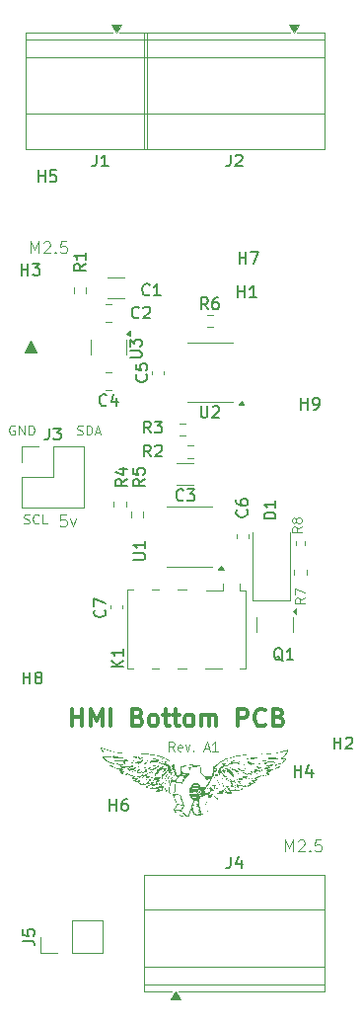
<source format=gbr>
%TF.GenerationSoftware,KiCad,Pcbnew,9.0.1*%
%TF.CreationDate,2025-08-02T01:33:37-07:00*%
%TF.ProjectId,bottom,626f7474-6f6d-42e6-9b69-6361645f7063,A1*%
%TF.SameCoordinates,PX578c1c0PY3d09000*%
%TF.FileFunction,Legend,Top*%
%TF.FilePolarity,Positive*%
%FSLAX46Y46*%
G04 Gerber Fmt 4.6, Leading zero omitted, Abs format (unit mm)*
G04 Created by KiCad (PCBNEW 9.0.1) date 2025-08-02 01:33:37*
%MOMM*%
%LPD*%
G01*
G04 APERTURE LIST*
%ADD10C,0.100000*%
%ADD11C,0.300000*%
%ADD12C,0.150000*%
%ADD13C,0.120000*%
%ADD14C,0.000000*%
G04 APERTURE END LIST*
D10*
X4158000Y-27810000D02*
X3142000Y-27810000D01*
X3650000Y-26794000D01*
X4158000Y-27810000D01*
G36*
X4158000Y-27810000D02*
G01*
X3142000Y-27810000D01*
X3650000Y-26794000D01*
X4158000Y-27810000D01*
G37*
X7682169Y-34852800D02*
X7796455Y-34890895D01*
X7796455Y-34890895D02*
X7986931Y-34890895D01*
X7986931Y-34890895D02*
X8063122Y-34852800D01*
X8063122Y-34852800D02*
X8101217Y-34814704D01*
X8101217Y-34814704D02*
X8139312Y-34738514D01*
X8139312Y-34738514D02*
X8139312Y-34662323D01*
X8139312Y-34662323D02*
X8101217Y-34586133D01*
X8101217Y-34586133D02*
X8063122Y-34548038D01*
X8063122Y-34548038D02*
X7986931Y-34509942D01*
X7986931Y-34509942D02*
X7834550Y-34471847D01*
X7834550Y-34471847D02*
X7758360Y-34433752D01*
X7758360Y-34433752D02*
X7720265Y-34395657D01*
X7720265Y-34395657D02*
X7682169Y-34319466D01*
X7682169Y-34319466D02*
X7682169Y-34243276D01*
X7682169Y-34243276D02*
X7720265Y-34167085D01*
X7720265Y-34167085D02*
X7758360Y-34128990D01*
X7758360Y-34128990D02*
X7834550Y-34090895D01*
X7834550Y-34090895D02*
X8025027Y-34090895D01*
X8025027Y-34090895D02*
X8139312Y-34128990D01*
X8482170Y-34890895D02*
X8482170Y-34090895D01*
X8482170Y-34090895D02*
X8672646Y-34090895D01*
X8672646Y-34090895D02*
X8786932Y-34128990D01*
X8786932Y-34128990D02*
X8863122Y-34205180D01*
X8863122Y-34205180D02*
X8901217Y-34281371D01*
X8901217Y-34281371D02*
X8939313Y-34433752D01*
X8939313Y-34433752D02*
X8939313Y-34548038D01*
X8939313Y-34548038D02*
X8901217Y-34700419D01*
X8901217Y-34700419D02*
X8863122Y-34776609D01*
X8863122Y-34776609D02*
X8786932Y-34852800D01*
X8786932Y-34852800D02*
X8672646Y-34890895D01*
X8672646Y-34890895D02*
X8482170Y-34890895D01*
X9244074Y-34662323D02*
X9625027Y-34662323D01*
X9167884Y-34890895D02*
X9434551Y-34090895D01*
X9434551Y-34090895D02*
X9701217Y-34890895D01*
D11*
X7252510Y-59868828D02*
X7252510Y-58368828D01*
X7252510Y-59083114D02*
X8109653Y-59083114D01*
X8109653Y-59868828D02*
X8109653Y-58368828D01*
X8823939Y-59868828D02*
X8823939Y-58368828D01*
X8823939Y-58368828D02*
X9323939Y-59440257D01*
X9323939Y-59440257D02*
X9823939Y-58368828D01*
X9823939Y-58368828D02*
X9823939Y-59868828D01*
X10538225Y-59868828D02*
X10538225Y-58368828D01*
X12895368Y-59083114D02*
X13109654Y-59154542D01*
X13109654Y-59154542D02*
X13181083Y-59225971D01*
X13181083Y-59225971D02*
X13252511Y-59368828D01*
X13252511Y-59368828D02*
X13252511Y-59583114D01*
X13252511Y-59583114D02*
X13181083Y-59725971D01*
X13181083Y-59725971D02*
X13109654Y-59797400D01*
X13109654Y-59797400D02*
X12966797Y-59868828D01*
X12966797Y-59868828D02*
X12395368Y-59868828D01*
X12395368Y-59868828D02*
X12395368Y-58368828D01*
X12395368Y-58368828D02*
X12895368Y-58368828D01*
X12895368Y-58368828D02*
X13038226Y-58440257D01*
X13038226Y-58440257D02*
X13109654Y-58511685D01*
X13109654Y-58511685D02*
X13181083Y-58654542D01*
X13181083Y-58654542D02*
X13181083Y-58797400D01*
X13181083Y-58797400D02*
X13109654Y-58940257D01*
X13109654Y-58940257D02*
X13038226Y-59011685D01*
X13038226Y-59011685D02*
X12895368Y-59083114D01*
X12895368Y-59083114D02*
X12395368Y-59083114D01*
X14109654Y-59868828D02*
X13966797Y-59797400D01*
X13966797Y-59797400D02*
X13895368Y-59725971D01*
X13895368Y-59725971D02*
X13823940Y-59583114D01*
X13823940Y-59583114D02*
X13823940Y-59154542D01*
X13823940Y-59154542D02*
X13895368Y-59011685D01*
X13895368Y-59011685D02*
X13966797Y-58940257D01*
X13966797Y-58940257D02*
X14109654Y-58868828D01*
X14109654Y-58868828D02*
X14323940Y-58868828D01*
X14323940Y-58868828D02*
X14466797Y-58940257D01*
X14466797Y-58940257D02*
X14538226Y-59011685D01*
X14538226Y-59011685D02*
X14609654Y-59154542D01*
X14609654Y-59154542D02*
X14609654Y-59583114D01*
X14609654Y-59583114D02*
X14538226Y-59725971D01*
X14538226Y-59725971D02*
X14466797Y-59797400D01*
X14466797Y-59797400D02*
X14323940Y-59868828D01*
X14323940Y-59868828D02*
X14109654Y-59868828D01*
X15038226Y-58868828D02*
X15609654Y-58868828D01*
X15252511Y-58368828D02*
X15252511Y-59654542D01*
X15252511Y-59654542D02*
X15323940Y-59797400D01*
X15323940Y-59797400D02*
X15466797Y-59868828D01*
X15466797Y-59868828D02*
X15609654Y-59868828D01*
X15895369Y-58868828D02*
X16466797Y-58868828D01*
X16109654Y-58368828D02*
X16109654Y-59654542D01*
X16109654Y-59654542D02*
X16181083Y-59797400D01*
X16181083Y-59797400D02*
X16323940Y-59868828D01*
X16323940Y-59868828D02*
X16466797Y-59868828D01*
X17181083Y-59868828D02*
X17038226Y-59797400D01*
X17038226Y-59797400D02*
X16966797Y-59725971D01*
X16966797Y-59725971D02*
X16895369Y-59583114D01*
X16895369Y-59583114D02*
X16895369Y-59154542D01*
X16895369Y-59154542D02*
X16966797Y-59011685D01*
X16966797Y-59011685D02*
X17038226Y-58940257D01*
X17038226Y-58940257D02*
X17181083Y-58868828D01*
X17181083Y-58868828D02*
X17395369Y-58868828D01*
X17395369Y-58868828D02*
X17538226Y-58940257D01*
X17538226Y-58940257D02*
X17609655Y-59011685D01*
X17609655Y-59011685D02*
X17681083Y-59154542D01*
X17681083Y-59154542D02*
X17681083Y-59583114D01*
X17681083Y-59583114D02*
X17609655Y-59725971D01*
X17609655Y-59725971D02*
X17538226Y-59797400D01*
X17538226Y-59797400D02*
X17395369Y-59868828D01*
X17395369Y-59868828D02*
X17181083Y-59868828D01*
X18323940Y-59868828D02*
X18323940Y-58868828D01*
X18323940Y-59011685D02*
X18395369Y-58940257D01*
X18395369Y-58940257D02*
X18538226Y-58868828D01*
X18538226Y-58868828D02*
X18752512Y-58868828D01*
X18752512Y-58868828D02*
X18895369Y-58940257D01*
X18895369Y-58940257D02*
X18966798Y-59083114D01*
X18966798Y-59083114D02*
X18966798Y-59868828D01*
X18966798Y-59083114D02*
X19038226Y-58940257D01*
X19038226Y-58940257D02*
X19181083Y-58868828D01*
X19181083Y-58868828D02*
X19395369Y-58868828D01*
X19395369Y-58868828D02*
X19538226Y-58940257D01*
X19538226Y-58940257D02*
X19609655Y-59083114D01*
X19609655Y-59083114D02*
X19609655Y-59868828D01*
X21466797Y-59868828D02*
X21466797Y-58368828D01*
X21466797Y-58368828D02*
X22038226Y-58368828D01*
X22038226Y-58368828D02*
X22181083Y-58440257D01*
X22181083Y-58440257D02*
X22252512Y-58511685D01*
X22252512Y-58511685D02*
X22323940Y-58654542D01*
X22323940Y-58654542D02*
X22323940Y-58868828D01*
X22323940Y-58868828D02*
X22252512Y-59011685D01*
X22252512Y-59011685D02*
X22181083Y-59083114D01*
X22181083Y-59083114D02*
X22038226Y-59154542D01*
X22038226Y-59154542D02*
X21466797Y-59154542D01*
X23823940Y-59725971D02*
X23752512Y-59797400D01*
X23752512Y-59797400D02*
X23538226Y-59868828D01*
X23538226Y-59868828D02*
X23395369Y-59868828D01*
X23395369Y-59868828D02*
X23181083Y-59797400D01*
X23181083Y-59797400D02*
X23038226Y-59654542D01*
X23038226Y-59654542D02*
X22966797Y-59511685D01*
X22966797Y-59511685D02*
X22895369Y-59225971D01*
X22895369Y-59225971D02*
X22895369Y-59011685D01*
X22895369Y-59011685D02*
X22966797Y-58725971D01*
X22966797Y-58725971D02*
X23038226Y-58583114D01*
X23038226Y-58583114D02*
X23181083Y-58440257D01*
X23181083Y-58440257D02*
X23395369Y-58368828D01*
X23395369Y-58368828D02*
X23538226Y-58368828D01*
X23538226Y-58368828D02*
X23752512Y-58440257D01*
X23752512Y-58440257D02*
X23823940Y-58511685D01*
X24966797Y-59083114D02*
X25181083Y-59154542D01*
X25181083Y-59154542D02*
X25252512Y-59225971D01*
X25252512Y-59225971D02*
X25323940Y-59368828D01*
X25323940Y-59368828D02*
X25323940Y-59583114D01*
X25323940Y-59583114D02*
X25252512Y-59725971D01*
X25252512Y-59725971D02*
X25181083Y-59797400D01*
X25181083Y-59797400D02*
X25038226Y-59868828D01*
X25038226Y-59868828D02*
X24466797Y-59868828D01*
X24466797Y-59868828D02*
X24466797Y-58368828D01*
X24466797Y-58368828D02*
X24966797Y-58368828D01*
X24966797Y-58368828D02*
X25109655Y-58440257D01*
X25109655Y-58440257D02*
X25181083Y-58511685D01*
X25181083Y-58511685D02*
X25252512Y-58654542D01*
X25252512Y-58654542D02*
X25252512Y-58797400D01*
X25252512Y-58797400D02*
X25181083Y-58940257D01*
X25181083Y-58940257D02*
X25109655Y-59011685D01*
X25109655Y-59011685D02*
X24966797Y-59083114D01*
X24966797Y-59083114D02*
X24466797Y-59083114D01*
D10*
X3699884Y-19300419D02*
X3699884Y-18300419D01*
X3699884Y-18300419D02*
X4033217Y-19014704D01*
X4033217Y-19014704D02*
X4366550Y-18300419D01*
X4366550Y-18300419D02*
X4366550Y-19300419D01*
X4795122Y-18395657D02*
X4842741Y-18348038D01*
X4842741Y-18348038D02*
X4937979Y-18300419D01*
X4937979Y-18300419D02*
X5176074Y-18300419D01*
X5176074Y-18300419D02*
X5271312Y-18348038D01*
X5271312Y-18348038D02*
X5318931Y-18395657D01*
X5318931Y-18395657D02*
X5366550Y-18490895D01*
X5366550Y-18490895D02*
X5366550Y-18586133D01*
X5366550Y-18586133D02*
X5318931Y-18728990D01*
X5318931Y-18728990D02*
X4747503Y-19300419D01*
X4747503Y-19300419D02*
X5366550Y-19300419D01*
X5795122Y-19205180D02*
X5842741Y-19252800D01*
X5842741Y-19252800D02*
X5795122Y-19300419D01*
X5795122Y-19300419D02*
X5747503Y-19252800D01*
X5747503Y-19252800D02*
X5795122Y-19205180D01*
X5795122Y-19205180D02*
X5795122Y-19300419D01*
X6747502Y-18300419D02*
X6271312Y-18300419D01*
X6271312Y-18300419D02*
X6223693Y-18776609D01*
X6223693Y-18776609D02*
X6271312Y-18728990D01*
X6271312Y-18728990D02*
X6366550Y-18681371D01*
X6366550Y-18681371D02*
X6604645Y-18681371D01*
X6604645Y-18681371D02*
X6699883Y-18728990D01*
X6699883Y-18728990D02*
X6747502Y-18776609D01*
X6747502Y-18776609D02*
X6795121Y-18871847D01*
X6795121Y-18871847D02*
X6795121Y-19109942D01*
X6795121Y-19109942D02*
X6747502Y-19205180D01*
X6747502Y-19205180D02*
X6699883Y-19252800D01*
X6699883Y-19252800D02*
X6604645Y-19300419D01*
X6604645Y-19300419D02*
X6366550Y-19300419D01*
X6366550Y-19300419D02*
X6271312Y-19252800D01*
X6271312Y-19252800D02*
X6223693Y-19205180D01*
X16006767Y-61996895D02*
X15740100Y-61615942D01*
X15549624Y-61996895D02*
X15549624Y-61196895D01*
X15549624Y-61196895D02*
X15854386Y-61196895D01*
X15854386Y-61196895D02*
X15930576Y-61234990D01*
X15930576Y-61234990D02*
X15968671Y-61273085D01*
X15968671Y-61273085D02*
X16006767Y-61349276D01*
X16006767Y-61349276D02*
X16006767Y-61463561D01*
X16006767Y-61463561D02*
X15968671Y-61539752D01*
X15968671Y-61539752D02*
X15930576Y-61577847D01*
X15930576Y-61577847D02*
X15854386Y-61615942D01*
X15854386Y-61615942D02*
X15549624Y-61615942D01*
X16654386Y-61958800D02*
X16578195Y-61996895D01*
X16578195Y-61996895D02*
X16425814Y-61996895D01*
X16425814Y-61996895D02*
X16349624Y-61958800D01*
X16349624Y-61958800D02*
X16311528Y-61882609D01*
X16311528Y-61882609D02*
X16311528Y-61577847D01*
X16311528Y-61577847D02*
X16349624Y-61501657D01*
X16349624Y-61501657D02*
X16425814Y-61463561D01*
X16425814Y-61463561D02*
X16578195Y-61463561D01*
X16578195Y-61463561D02*
X16654386Y-61501657D01*
X16654386Y-61501657D02*
X16692481Y-61577847D01*
X16692481Y-61577847D02*
X16692481Y-61654038D01*
X16692481Y-61654038D02*
X16311528Y-61730228D01*
X16959147Y-61463561D02*
X17149623Y-61996895D01*
X17149623Y-61996895D02*
X17340100Y-61463561D01*
X17644862Y-61920704D02*
X17682957Y-61958800D01*
X17682957Y-61958800D02*
X17644862Y-61996895D01*
X17644862Y-61996895D02*
X17606766Y-61958800D01*
X17606766Y-61958800D02*
X17644862Y-61920704D01*
X17644862Y-61920704D02*
X17644862Y-61996895D01*
X18597242Y-61768323D02*
X18978195Y-61768323D01*
X18521052Y-61996895D02*
X18787719Y-61196895D01*
X18787719Y-61196895D02*
X19054385Y-61996895D01*
X19740099Y-61996895D02*
X19282956Y-61996895D01*
X19511528Y-61996895D02*
X19511528Y-61196895D01*
X19511528Y-61196895D02*
X19435337Y-61311180D01*
X19435337Y-61311180D02*
X19359147Y-61387371D01*
X19359147Y-61387371D02*
X19282956Y-61425466D01*
X2297312Y-34128990D02*
X2221122Y-34090895D01*
X2221122Y-34090895D02*
X2106836Y-34090895D01*
X2106836Y-34090895D02*
X1992550Y-34128990D01*
X1992550Y-34128990D02*
X1916360Y-34205180D01*
X1916360Y-34205180D02*
X1878265Y-34281371D01*
X1878265Y-34281371D02*
X1840169Y-34433752D01*
X1840169Y-34433752D02*
X1840169Y-34548038D01*
X1840169Y-34548038D02*
X1878265Y-34700419D01*
X1878265Y-34700419D02*
X1916360Y-34776609D01*
X1916360Y-34776609D02*
X1992550Y-34852800D01*
X1992550Y-34852800D02*
X2106836Y-34890895D01*
X2106836Y-34890895D02*
X2183027Y-34890895D01*
X2183027Y-34890895D02*
X2297312Y-34852800D01*
X2297312Y-34852800D02*
X2335408Y-34814704D01*
X2335408Y-34814704D02*
X2335408Y-34548038D01*
X2335408Y-34548038D02*
X2183027Y-34548038D01*
X2678265Y-34890895D02*
X2678265Y-34090895D01*
X2678265Y-34090895D02*
X3135408Y-34890895D01*
X3135408Y-34890895D02*
X3135408Y-34090895D01*
X3516360Y-34890895D02*
X3516360Y-34090895D01*
X3516360Y-34090895D02*
X3706836Y-34090895D01*
X3706836Y-34090895D02*
X3821122Y-34128990D01*
X3821122Y-34128990D02*
X3897312Y-34205180D01*
X3897312Y-34205180D02*
X3935407Y-34281371D01*
X3935407Y-34281371D02*
X3973503Y-34433752D01*
X3973503Y-34433752D02*
X3973503Y-34548038D01*
X3973503Y-34548038D02*
X3935407Y-34700419D01*
X3935407Y-34700419D02*
X3897312Y-34776609D01*
X3897312Y-34776609D02*
X3821122Y-34852800D01*
X3821122Y-34852800D02*
X3706836Y-34890895D01*
X3706836Y-34890895D02*
X3516360Y-34890895D01*
X6720074Y-41740419D02*
X6243884Y-41740419D01*
X6243884Y-41740419D02*
X6196265Y-42216609D01*
X6196265Y-42216609D02*
X6243884Y-42168990D01*
X6243884Y-42168990D02*
X6339122Y-42121371D01*
X6339122Y-42121371D02*
X6577217Y-42121371D01*
X6577217Y-42121371D02*
X6672455Y-42168990D01*
X6672455Y-42168990D02*
X6720074Y-42216609D01*
X6720074Y-42216609D02*
X6767693Y-42311847D01*
X6767693Y-42311847D02*
X6767693Y-42549942D01*
X6767693Y-42549942D02*
X6720074Y-42645180D01*
X6720074Y-42645180D02*
X6672455Y-42692800D01*
X6672455Y-42692800D02*
X6577217Y-42740419D01*
X6577217Y-42740419D02*
X6339122Y-42740419D01*
X6339122Y-42740419D02*
X6243884Y-42692800D01*
X6243884Y-42692800D02*
X6196265Y-42645180D01*
X7101027Y-42073752D02*
X7339122Y-42740419D01*
X7339122Y-42740419D02*
X7577217Y-42073752D01*
X25543884Y-70608419D02*
X25543884Y-69608419D01*
X25543884Y-69608419D02*
X25877217Y-70322704D01*
X25877217Y-70322704D02*
X26210550Y-69608419D01*
X26210550Y-69608419D02*
X26210550Y-70608419D01*
X26639122Y-69703657D02*
X26686741Y-69656038D01*
X26686741Y-69656038D02*
X26781979Y-69608419D01*
X26781979Y-69608419D02*
X27020074Y-69608419D01*
X27020074Y-69608419D02*
X27115312Y-69656038D01*
X27115312Y-69656038D02*
X27162931Y-69703657D01*
X27162931Y-69703657D02*
X27210550Y-69798895D01*
X27210550Y-69798895D02*
X27210550Y-69894133D01*
X27210550Y-69894133D02*
X27162931Y-70036990D01*
X27162931Y-70036990D02*
X26591503Y-70608419D01*
X26591503Y-70608419D02*
X27210550Y-70608419D01*
X27639122Y-70513180D02*
X27686741Y-70560800D01*
X27686741Y-70560800D02*
X27639122Y-70608419D01*
X27639122Y-70608419D02*
X27591503Y-70560800D01*
X27591503Y-70560800D02*
X27639122Y-70513180D01*
X27639122Y-70513180D02*
X27639122Y-70608419D01*
X28591502Y-69608419D02*
X28115312Y-69608419D01*
X28115312Y-69608419D02*
X28067693Y-70084609D01*
X28067693Y-70084609D02*
X28115312Y-70036990D01*
X28115312Y-70036990D02*
X28210550Y-69989371D01*
X28210550Y-69989371D02*
X28448645Y-69989371D01*
X28448645Y-69989371D02*
X28543883Y-70036990D01*
X28543883Y-70036990D02*
X28591502Y-70084609D01*
X28591502Y-70084609D02*
X28639121Y-70179847D01*
X28639121Y-70179847D02*
X28639121Y-70417942D01*
X28639121Y-70417942D02*
X28591502Y-70513180D01*
X28591502Y-70513180D02*
X28543883Y-70560800D01*
X28543883Y-70560800D02*
X28448645Y-70608419D01*
X28448645Y-70608419D02*
X28210550Y-70608419D01*
X28210550Y-70608419D02*
X28115312Y-70560800D01*
X28115312Y-70560800D02*
X28067693Y-70513180D01*
X3110169Y-42472800D02*
X3224455Y-42510895D01*
X3224455Y-42510895D02*
X3414931Y-42510895D01*
X3414931Y-42510895D02*
X3491122Y-42472800D01*
X3491122Y-42472800D02*
X3529217Y-42434704D01*
X3529217Y-42434704D02*
X3567312Y-42358514D01*
X3567312Y-42358514D02*
X3567312Y-42282323D01*
X3567312Y-42282323D02*
X3529217Y-42206133D01*
X3529217Y-42206133D02*
X3491122Y-42168038D01*
X3491122Y-42168038D02*
X3414931Y-42129942D01*
X3414931Y-42129942D02*
X3262550Y-42091847D01*
X3262550Y-42091847D02*
X3186360Y-42053752D01*
X3186360Y-42053752D02*
X3148265Y-42015657D01*
X3148265Y-42015657D02*
X3110169Y-41939466D01*
X3110169Y-41939466D02*
X3110169Y-41863276D01*
X3110169Y-41863276D02*
X3148265Y-41787085D01*
X3148265Y-41787085D02*
X3186360Y-41748990D01*
X3186360Y-41748990D02*
X3262550Y-41710895D01*
X3262550Y-41710895D02*
X3453027Y-41710895D01*
X3453027Y-41710895D02*
X3567312Y-41748990D01*
X4367313Y-42434704D02*
X4329217Y-42472800D01*
X4329217Y-42472800D02*
X4214932Y-42510895D01*
X4214932Y-42510895D02*
X4138741Y-42510895D01*
X4138741Y-42510895D02*
X4024455Y-42472800D01*
X4024455Y-42472800D02*
X3948265Y-42396609D01*
X3948265Y-42396609D02*
X3910170Y-42320419D01*
X3910170Y-42320419D02*
X3872074Y-42168038D01*
X3872074Y-42168038D02*
X3872074Y-42053752D01*
X3872074Y-42053752D02*
X3910170Y-41901371D01*
X3910170Y-41901371D02*
X3948265Y-41825180D01*
X3948265Y-41825180D02*
X4024455Y-41748990D01*
X4024455Y-41748990D02*
X4138741Y-41710895D01*
X4138741Y-41710895D02*
X4214932Y-41710895D01*
X4214932Y-41710895D02*
X4329217Y-41748990D01*
X4329217Y-41748990D02*
X4367313Y-41787085D01*
X5091122Y-42510895D02*
X4710170Y-42510895D01*
X4710170Y-42510895D02*
X4710170Y-41710895D01*
D12*
X20846666Y-71054819D02*
X20846666Y-71769104D01*
X20846666Y-71769104D02*
X20799047Y-71911961D01*
X20799047Y-71911961D02*
X20703809Y-72007200D01*
X20703809Y-72007200D02*
X20560952Y-72054819D01*
X20560952Y-72054819D02*
X20465714Y-72054819D01*
X21751428Y-71388152D02*
X21751428Y-72054819D01*
X21513333Y-71007200D02*
X21275238Y-71721485D01*
X21275238Y-71721485D02*
X21894285Y-71721485D01*
X12985333Y-24805580D02*
X12937714Y-24853200D01*
X12937714Y-24853200D02*
X12794857Y-24900819D01*
X12794857Y-24900819D02*
X12699619Y-24900819D01*
X12699619Y-24900819D02*
X12556762Y-24853200D01*
X12556762Y-24853200D02*
X12461524Y-24757961D01*
X12461524Y-24757961D02*
X12413905Y-24662723D01*
X12413905Y-24662723D02*
X12366286Y-24472247D01*
X12366286Y-24472247D02*
X12366286Y-24329390D01*
X12366286Y-24329390D02*
X12413905Y-24138914D01*
X12413905Y-24138914D02*
X12461524Y-24043676D01*
X12461524Y-24043676D02*
X12556762Y-23948438D01*
X12556762Y-23948438D02*
X12699619Y-23900819D01*
X12699619Y-23900819D02*
X12794857Y-23900819D01*
X12794857Y-23900819D02*
X12937714Y-23948438D01*
X12937714Y-23948438D02*
X12985333Y-23996057D01*
X13366286Y-23996057D02*
X13413905Y-23948438D01*
X13413905Y-23948438D02*
X13509143Y-23900819D01*
X13509143Y-23900819D02*
X13747238Y-23900819D01*
X13747238Y-23900819D02*
X13842476Y-23948438D01*
X13842476Y-23948438D02*
X13890095Y-23996057D01*
X13890095Y-23996057D02*
X13937714Y-24091295D01*
X13937714Y-24091295D02*
X13937714Y-24186533D01*
X13937714Y-24186533D02*
X13890095Y-24329390D01*
X13890095Y-24329390D02*
X13318667Y-24900819D01*
X13318667Y-24900819D02*
X13937714Y-24900819D01*
X18895333Y-24120819D02*
X18562000Y-23644628D01*
X18323905Y-24120819D02*
X18323905Y-23120819D01*
X18323905Y-23120819D02*
X18704857Y-23120819D01*
X18704857Y-23120819D02*
X18800095Y-23168438D01*
X18800095Y-23168438D02*
X18847714Y-23216057D01*
X18847714Y-23216057D02*
X18895333Y-23311295D01*
X18895333Y-23311295D02*
X18895333Y-23454152D01*
X18895333Y-23454152D02*
X18847714Y-23549390D01*
X18847714Y-23549390D02*
X18800095Y-23597009D01*
X18800095Y-23597009D02*
X18704857Y-23644628D01*
X18704857Y-23644628D02*
X18323905Y-23644628D01*
X19752476Y-23120819D02*
X19562000Y-23120819D01*
X19562000Y-23120819D02*
X19466762Y-23168438D01*
X19466762Y-23168438D02*
X19419143Y-23216057D01*
X19419143Y-23216057D02*
X19323905Y-23358914D01*
X19323905Y-23358914D02*
X19276286Y-23549390D01*
X19276286Y-23549390D02*
X19276286Y-23930342D01*
X19276286Y-23930342D02*
X19323905Y-24025580D01*
X19323905Y-24025580D02*
X19371524Y-24073200D01*
X19371524Y-24073200D02*
X19466762Y-24120819D01*
X19466762Y-24120819D02*
X19657238Y-24120819D01*
X19657238Y-24120819D02*
X19752476Y-24073200D01*
X19752476Y-24073200D02*
X19800095Y-24025580D01*
X19800095Y-24025580D02*
X19847714Y-23930342D01*
X19847714Y-23930342D02*
X19847714Y-23692247D01*
X19847714Y-23692247D02*
X19800095Y-23597009D01*
X19800095Y-23597009D02*
X19752476Y-23549390D01*
X19752476Y-23549390D02*
X19657238Y-23501771D01*
X19657238Y-23501771D02*
X19466762Y-23501771D01*
X19466762Y-23501771D02*
X19371524Y-23549390D01*
X19371524Y-23549390D02*
X19323905Y-23597009D01*
X19323905Y-23597009D02*
X19276286Y-23692247D01*
X26338095Y-64204819D02*
X26338095Y-63204819D01*
X26338095Y-63681009D02*
X26909523Y-63681009D01*
X26909523Y-64204819D02*
X26909523Y-63204819D01*
X27814285Y-63538152D02*
X27814285Y-64204819D01*
X27576190Y-63157200D02*
X27338095Y-63871485D01*
X27338095Y-63871485D02*
X27957142Y-63871485D01*
X11961819Y-38666666D02*
X11485628Y-38999999D01*
X11961819Y-39238094D02*
X10961819Y-39238094D01*
X10961819Y-39238094D02*
X10961819Y-38857142D01*
X10961819Y-38857142D02*
X11009438Y-38761904D01*
X11009438Y-38761904D02*
X11057057Y-38714285D01*
X11057057Y-38714285D02*
X11152295Y-38666666D01*
X11152295Y-38666666D02*
X11295152Y-38666666D01*
X11295152Y-38666666D02*
X11390390Y-38714285D01*
X11390390Y-38714285D02*
X11438009Y-38761904D01*
X11438009Y-38761904D02*
X11485628Y-38857142D01*
X11485628Y-38857142D02*
X11485628Y-39238094D01*
X11295152Y-37809523D02*
X11961819Y-37809523D01*
X10914200Y-38047618D02*
X11628485Y-38285713D01*
X11628485Y-38285713D02*
X11628485Y-37666666D01*
X11606819Y-54784094D02*
X10606819Y-54784094D01*
X11606819Y-54212666D02*
X11035390Y-54641237D01*
X10606819Y-54212666D02*
X11178247Y-54784094D01*
X11606819Y-53260285D02*
X11606819Y-53831713D01*
X11606819Y-53545999D02*
X10606819Y-53545999D01*
X10606819Y-53545999D02*
X10749676Y-53641237D01*
X10749676Y-53641237D02*
X10844914Y-53736475D01*
X10844914Y-53736475D02*
X10892533Y-53831713D01*
X14002562Y-34713819D02*
X13669229Y-34237628D01*
X13431134Y-34713819D02*
X13431134Y-33713819D01*
X13431134Y-33713819D02*
X13812086Y-33713819D01*
X13812086Y-33713819D02*
X13907324Y-33761438D01*
X13907324Y-33761438D02*
X13954943Y-33809057D01*
X13954943Y-33809057D02*
X14002562Y-33904295D01*
X14002562Y-33904295D02*
X14002562Y-34047152D01*
X14002562Y-34047152D02*
X13954943Y-34142390D01*
X13954943Y-34142390D02*
X13907324Y-34190009D01*
X13907324Y-34190009D02*
X13812086Y-34237628D01*
X13812086Y-34237628D02*
X13431134Y-34237628D01*
X14335896Y-33713819D02*
X14954943Y-33713819D01*
X14954943Y-33713819D02*
X14621610Y-34094771D01*
X14621610Y-34094771D02*
X14764467Y-34094771D01*
X14764467Y-34094771D02*
X14859705Y-34142390D01*
X14859705Y-34142390D02*
X14907324Y-34190009D01*
X14907324Y-34190009D02*
X14954943Y-34285247D01*
X14954943Y-34285247D02*
X14954943Y-34523342D01*
X14954943Y-34523342D02*
X14907324Y-34618580D01*
X14907324Y-34618580D02*
X14859705Y-34666200D01*
X14859705Y-34666200D02*
X14764467Y-34713819D01*
X14764467Y-34713819D02*
X14478753Y-34713819D01*
X14478753Y-34713819D02*
X14383515Y-34666200D01*
X14383515Y-34666200D02*
X14335896Y-34618580D01*
X10023580Y-49900666D02*
X10071200Y-49948285D01*
X10071200Y-49948285D02*
X10118819Y-50091142D01*
X10118819Y-50091142D02*
X10118819Y-50186380D01*
X10118819Y-50186380D02*
X10071200Y-50329237D01*
X10071200Y-50329237D02*
X9975961Y-50424475D01*
X9975961Y-50424475D02*
X9880723Y-50472094D01*
X9880723Y-50472094D02*
X9690247Y-50519713D01*
X9690247Y-50519713D02*
X9547390Y-50519713D01*
X9547390Y-50519713D02*
X9356914Y-50472094D01*
X9356914Y-50472094D02*
X9261676Y-50424475D01*
X9261676Y-50424475D02*
X9166438Y-50329237D01*
X9166438Y-50329237D02*
X9118819Y-50186380D01*
X9118819Y-50186380D02*
X9118819Y-50091142D01*
X9118819Y-50091142D02*
X9166438Y-49948285D01*
X9166438Y-49948285D02*
X9214057Y-49900666D01*
X9118819Y-49567332D02*
X9118819Y-48900666D01*
X9118819Y-48900666D02*
X10118819Y-49329237D01*
X3014819Y-78253333D02*
X3729104Y-78253333D01*
X3729104Y-78253333D02*
X3871961Y-78300952D01*
X3871961Y-78300952D02*
X3967200Y-78396190D01*
X3967200Y-78396190D02*
X4014819Y-78539047D01*
X4014819Y-78539047D02*
X4014819Y-78634285D01*
X3014819Y-77300952D02*
X3014819Y-77777142D01*
X3014819Y-77777142D02*
X3491009Y-77824761D01*
X3491009Y-77824761D02*
X3443390Y-77777142D01*
X3443390Y-77777142D02*
X3395771Y-77681904D01*
X3395771Y-77681904D02*
X3395771Y-77443809D01*
X3395771Y-77443809D02*
X3443390Y-77348571D01*
X3443390Y-77348571D02*
X3491009Y-77300952D01*
X3491009Y-77300952D02*
X3586247Y-77253333D01*
X3586247Y-77253333D02*
X3824342Y-77253333D01*
X3824342Y-77253333D02*
X3919580Y-77300952D01*
X3919580Y-77300952D02*
X3967200Y-77348571D01*
X3967200Y-77348571D02*
X4014819Y-77443809D01*
X4014819Y-77443809D02*
X4014819Y-77681904D01*
X4014819Y-77681904D02*
X3967200Y-77777142D01*
X3967200Y-77777142D02*
X3919580Y-77824761D01*
X9330666Y-10854819D02*
X9330666Y-11569104D01*
X9330666Y-11569104D02*
X9283047Y-11711961D01*
X9283047Y-11711961D02*
X9187809Y-11807200D01*
X9187809Y-11807200D02*
X9044952Y-11854819D01*
X9044952Y-11854819D02*
X8949714Y-11854819D01*
X10330666Y-11854819D02*
X9759238Y-11854819D01*
X10044952Y-11854819D02*
X10044952Y-10854819D01*
X10044952Y-10854819D02*
X9949714Y-10997676D01*
X9949714Y-10997676D02*
X9854476Y-11092914D01*
X9854476Y-11092914D02*
X9759238Y-11140533D01*
X18300095Y-32395819D02*
X18300095Y-33205342D01*
X18300095Y-33205342D02*
X18347714Y-33300580D01*
X18347714Y-33300580D02*
X18395333Y-33348200D01*
X18395333Y-33348200D02*
X18490571Y-33395819D01*
X18490571Y-33395819D02*
X18681047Y-33395819D01*
X18681047Y-33395819D02*
X18776285Y-33348200D01*
X18776285Y-33348200D02*
X18823904Y-33300580D01*
X18823904Y-33300580D02*
X18871523Y-33205342D01*
X18871523Y-33205342D02*
X18871523Y-32395819D01*
X19300095Y-32491057D02*
X19347714Y-32443438D01*
X19347714Y-32443438D02*
X19442952Y-32395819D01*
X19442952Y-32395819D02*
X19681047Y-32395819D01*
X19681047Y-32395819D02*
X19776285Y-32443438D01*
X19776285Y-32443438D02*
X19823904Y-32491057D01*
X19823904Y-32491057D02*
X19871523Y-32586295D01*
X19871523Y-32586295D02*
X19871523Y-32681533D01*
X19871523Y-32681533D02*
X19823904Y-32824390D01*
X19823904Y-32824390D02*
X19252476Y-33395819D01*
X19252476Y-33395819D02*
X19871523Y-33395819D01*
D13*
X26918855Y-42755332D02*
X26537902Y-43021999D01*
X26918855Y-43212475D02*
X26118855Y-43212475D01*
X26118855Y-43212475D02*
X26118855Y-42907713D01*
X26118855Y-42907713D02*
X26156950Y-42831523D01*
X26156950Y-42831523D02*
X26195045Y-42793428D01*
X26195045Y-42793428D02*
X26271236Y-42755332D01*
X26271236Y-42755332D02*
X26385521Y-42755332D01*
X26385521Y-42755332D02*
X26461712Y-42793428D01*
X26461712Y-42793428D02*
X26499807Y-42831523D01*
X26499807Y-42831523D02*
X26537902Y-42907713D01*
X26537902Y-42907713D02*
X26537902Y-43212475D01*
X26461712Y-42298190D02*
X26423617Y-42374380D01*
X26423617Y-42374380D02*
X26385521Y-42412475D01*
X26385521Y-42412475D02*
X26309331Y-42450571D01*
X26309331Y-42450571D02*
X26271236Y-42450571D01*
X26271236Y-42450571D02*
X26195045Y-42412475D01*
X26195045Y-42412475D02*
X26156950Y-42374380D01*
X26156950Y-42374380D02*
X26118855Y-42298190D01*
X26118855Y-42298190D02*
X26118855Y-42145809D01*
X26118855Y-42145809D02*
X26156950Y-42069618D01*
X26156950Y-42069618D02*
X26195045Y-42031523D01*
X26195045Y-42031523D02*
X26271236Y-41993428D01*
X26271236Y-41993428D02*
X26309331Y-41993428D01*
X26309331Y-41993428D02*
X26385521Y-42031523D01*
X26385521Y-42031523D02*
X26423617Y-42069618D01*
X26423617Y-42069618D02*
X26461712Y-42145809D01*
X26461712Y-42145809D02*
X26461712Y-42298190D01*
X26461712Y-42298190D02*
X26499807Y-42374380D01*
X26499807Y-42374380D02*
X26537902Y-42412475D01*
X26537902Y-42412475D02*
X26614093Y-42450571D01*
X26614093Y-42450571D02*
X26766474Y-42450571D01*
X26766474Y-42450571D02*
X26842664Y-42412475D01*
X26842664Y-42412475D02*
X26880760Y-42374380D01*
X26880760Y-42374380D02*
X26918855Y-42298190D01*
X26918855Y-42298190D02*
X26918855Y-42145809D01*
X26918855Y-42145809D02*
X26880760Y-42069618D01*
X26880760Y-42069618D02*
X26842664Y-42031523D01*
X26842664Y-42031523D02*
X26766474Y-41993428D01*
X26766474Y-41993428D02*
X26614093Y-41993428D01*
X26614093Y-41993428D02*
X26537902Y-42031523D01*
X26537902Y-42031523D02*
X26499807Y-42069618D01*
X26499807Y-42069618D02*
X26461712Y-42145809D01*
D12*
X22211580Y-41312666D02*
X22259200Y-41360285D01*
X22259200Y-41360285D02*
X22306819Y-41503142D01*
X22306819Y-41503142D02*
X22306819Y-41598380D01*
X22306819Y-41598380D02*
X22259200Y-41741237D01*
X22259200Y-41741237D02*
X22163961Y-41836475D01*
X22163961Y-41836475D02*
X22068723Y-41884094D01*
X22068723Y-41884094D02*
X21878247Y-41931713D01*
X21878247Y-41931713D02*
X21735390Y-41931713D01*
X21735390Y-41931713D02*
X21544914Y-41884094D01*
X21544914Y-41884094D02*
X21449676Y-41836475D01*
X21449676Y-41836475D02*
X21354438Y-41741237D01*
X21354438Y-41741237D02*
X21306819Y-41598380D01*
X21306819Y-41598380D02*
X21306819Y-41503142D01*
X21306819Y-41503142D02*
X21354438Y-41360285D01*
X21354438Y-41360285D02*
X21402057Y-41312666D01*
X21306819Y-40455523D02*
X21306819Y-40645999D01*
X21306819Y-40645999D02*
X21354438Y-40741237D01*
X21354438Y-40741237D02*
X21402057Y-40788856D01*
X21402057Y-40788856D02*
X21544914Y-40884094D01*
X21544914Y-40884094D02*
X21735390Y-40931713D01*
X21735390Y-40931713D02*
X22116342Y-40931713D01*
X22116342Y-40931713D02*
X22211580Y-40884094D01*
X22211580Y-40884094D02*
X22259200Y-40836475D01*
X22259200Y-40836475D02*
X22306819Y-40741237D01*
X22306819Y-40741237D02*
X22306819Y-40550761D01*
X22306819Y-40550761D02*
X22259200Y-40455523D01*
X22259200Y-40455523D02*
X22211580Y-40407904D01*
X22211580Y-40407904D02*
X22116342Y-40360285D01*
X22116342Y-40360285D02*
X21878247Y-40360285D01*
X21878247Y-40360285D02*
X21783009Y-40407904D01*
X21783009Y-40407904D02*
X21735390Y-40455523D01*
X21735390Y-40455523D02*
X21687771Y-40550761D01*
X21687771Y-40550761D02*
X21687771Y-40741237D01*
X21687771Y-40741237D02*
X21735390Y-40836475D01*
X21735390Y-40836475D02*
X21783009Y-40884094D01*
X21783009Y-40884094D02*
X21878247Y-40931713D01*
X13461819Y-38666666D02*
X12985628Y-38999999D01*
X13461819Y-39238094D02*
X12461819Y-39238094D01*
X12461819Y-39238094D02*
X12461819Y-38857142D01*
X12461819Y-38857142D02*
X12509438Y-38761904D01*
X12509438Y-38761904D02*
X12557057Y-38714285D01*
X12557057Y-38714285D02*
X12652295Y-38666666D01*
X12652295Y-38666666D02*
X12795152Y-38666666D01*
X12795152Y-38666666D02*
X12890390Y-38714285D01*
X12890390Y-38714285D02*
X12938009Y-38761904D01*
X12938009Y-38761904D02*
X12985628Y-38857142D01*
X12985628Y-38857142D02*
X12985628Y-39238094D01*
X12461819Y-37761904D02*
X12461819Y-38238094D01*
X12461819Y-38238094D02*
X12938009Y-38285713D01*
X12938009Y-38285713D02*
X12890390Y-38238094D01*
X12890390Y-38238094D02*
X12842771Y-38142856D01*
X12842771Y-38142856D02*
X12842771Y-37904761D01*
X12842771Y-37904761D02*
X12890390Y-37809523D01*
X12890390Y-37809523D02*
X12938009Y-37761904D01*
X12938009Y-37761904D02*
X13033247Y-37714285D01*
X13033247Y-37714285D02*
X13271342Y-37714285D01*
X13271342Y-37714285D02*
X13366580Y-37761904D01*
X13366580Y-37761904D02*
X13414200Y-37809523D01*
X13414200Y-37809523D02*
X13461819Y-37904761D01*
X13461819Y-37904761D02*
X13461819Y-38142856D01*
X13461819Y-38142856D02*
X13414200Y-38238094D01*
X13414200Y-38238094D02*
X13366580Y-38285713D01*
X12206819Y-28270904D02*
X13016342Y-28270904D01*
X13016342Y-28270904D02*
X13111580Y-28223285D01*
X13111580Y-28223285D02*
X13159200Y-28175666D01*
X13159200Y-28175666D02*
X13206819Y-28080428D01*
X13206819Y-28080428D02*
X13206819Y-27889952D01*
X13206819Y-27889952D02*
X13159200Y-27794714D01*
X13159200Y-27794714D02*
X13111580Y-27747095D01*
X13111580Y-27747095D02*
X13016342Y-27699476D01*
X13016342Y-27699476D02*
X12206819Y-27699476D01*
X12206819Y-27318523D02*
X12206819Y-26699476D01*
X12206819Y-26699476D02*
X12587771Y-27032809D01*
X12587771Y-27032809D02*
X12587771Y-26889952D01*
X12587771Y-26889952D02*
X12635390Y-26794714D01*
X12635390Y-26794714D02*
X12683009Y-26747095D01*
X12683009Y-26747095D02*
X12778247Y-26699476D01*
X12778247Y-26699476D02*
X13016342Y-26699476D01*
X13016342Y-26699476D02*
X13111580Y-26747095D01*
X13111580Y-26747095D02*
X13159200Y-26794714D01*
X13159200Y-26794714D02*
X13206819Y-26889952D01*
X13206819Y-26889952D02*
X13206819Y-27175666D01*
X13206819Y-27175666D02*
X13159200Y-27270904D01*
X13159200Y-27270904D02*
X13111580Y-27318523D01*
X20846666Y-10854819D02*
X20846666Y-11569104D01*
X20846666Y-11569104D02*
X20799047Y-11711961D01*
X20799047Y-11711961D02*
X20703809Y-11807200D01*
X20703809Y-11807200D02*
X20560952Y-11854819D01*
X20560952Y-11854819D02*
X20465714Y-11854819D01*
X21275238Y-10950057D02*
X21322857Y-10902438D01*
X21322857Y-10902438D02*
X21418095Y-10854819D01*
X21418095Y-10854819D02*
X21656190Y-10854819D01*
X21656190Y-10854819D02*
X21751428Y-10902438D01*
X21751428Y-10902438D02*
X21799047Y-10950057D01*
X21799047Y-10950057D02*
X21846666Y-11045295D01*
X21846666Y-11045295D02*
X21846666Y-11140533D01*
X21846666Y-11140533D02*
X21799047Y-11283390D01*
X21799047Y-11283390D02*
X21227619Y-11854819D01*
X21227619Y-11854819D02*
X21846666Y-11854819D01*
X3060095Y-56226819D02*
X3060095Y-55226819D01*
X3060095Y-55703009D02*
X3631523Y-55703009D01*
X3631523Y-56226819D02*
X3631523Y-55226819D01*
X4250571Y-55655390D02*
X4155333Y-55607771D01*
X4155333Y-55607771D02*
X4107714Y-55560152D01*
X4107714Y-55560152D02*
X4060095Y-55464914D01*
X4060095Y-55464914D02*
X4060095Y-55417295D01*
X4060095Y-55417295D02*
X4107714Y-55322057D01*
X4107714Y-55322057D02*
X4155333Y-55274438D01*
X4155333Y-55274438D02*
X4250571Y-55226819D01*
X4250571Y-55226819D02*
X4441047Y-55226819D01*
X4441047Y-55226819D02*
X4536285Y-55274438D01*
X4536285Y-55274438D02*
X4583904Y-55322057D01*
X4583904Y-55322057D02*
X4631523Y-55417295D01*
X4631523Y-55417295D02*
X4631523Y-55464914D01*
X4631523Y-55464914D02*
X4583904Y-55560152D01*
X4583904Y-55560152D02*
X4536285Y-55607771D01*
X4536285Y-55607771D02*
X4441047Y-55655390D01*
X4441047Y-55655390D02*
X4250571Y-55655390D01*
X4250571Y-55655390D02*
X4155333Y-55703009D01*
X4155333Y-55703009D02*
X4107714Y-55750628D01*
X4107714Y-55750628D02*
X4060095Y-55845866D01*
X4060095Y-55845866D02*
X4060095Y-56036342D01*
X4060095Y-56036342D02*
X4107714Y-56131580D01*
X4107714Y-56131580D02*
X4155333Y-56179200D01*
X4155333Y-56179200D02*
X4250571Y-56226819D01*
X4250571Y-56226819D02*
X4441047Y-56226819D01*
X4441047Y-56226819D02*
X4536285Y-56179200D01*
X4536285Y-56179200D02*
X4583904Y-56131580D01*
X4583904Y-56131580D02*
X4631523Y-56036342D01*
X4631523Y-56036342D02*
X4631523Y-55845866D01*
X4631523Y-55845866D02*
X4583904Y-55750628D01*
X4583904Y-55750628D02*
X4536285Y-55703009D01*
X4536285Y-55703009D02*
X4441047Y-55655390D01*
X14002562Y-36745819D02*
X13669229Y-36269628D01*
X13431134Y-36745819D02*
X13431134Y-35745819D01*
X13431134Y-35745819D02*
X13812086Y-35745819D01*
X13812086Y-35745819D02*
X13907324Y-35793438D01*
X13907324Y-35793438D02*
X13954943Y-35841057D01*
X13954943Y-35841057D02*
X14002562Y-35936295D01*
X14002562Y-35936295D02*
X14002562Y-36079152D01*
X14002562Y-36079152D02*
X13954943Y-36174390D01*
X13954943Y-36174390D02*
X13907324Y-36222009D01*
X13907324Y-36222009D02*
X13812086Y-36269628D01*
X13812086Y-36269628D02*
X13431134Y-36269628D01*
X14383515Y-35841057D02*
X14431134Y-35793438D01*
X14431134Y-35793438D02*
X14526372Y-35745819D01*
X14526372Y-35745819D02*
X14764467Y-35745819D01*
X14764467Y-35745819D02*
X14859705Y-35793438D01*
X14859705Y-35793438D02*
X14907324Y-35841057D01*
X14907324Y-35841057D02*
X14954943Y-35936295D01*
X14954943Y-35936295D02*
X14954943Y-36031533D01*
X14954943Y-36031533D02*
X14907324Y-36174390D01*
X14907324Y-36174390D02*
X14335896Y-36745819D01*
X14335896Y-36745819D02*
X14954943Y-36745819D01*
X26888095Y-32704819D02*
X26888095Y-31704819D01*
X26888095Y-32181009D02*
X27459523Y-32181009D01*
X27459523Y-32704819D02*
X27459523Y-31704819D01*
X27983333Y-32704819D02*
X28173809Y-32704819D01*
X28173809Y-32704819D02*
X28269047Y-32657200D01*
X28269047Y-32657200D02*
X28316666Y-32609580D01*
X28316666Y-32609580D02*
X28411904Y-32466723D01*
X28411904Y-32466723D02*
X28459523Y-32276247D01*
X28459523Y-32276247D02*
X28459523Y-31895295D01*
X28459523Y-31895295D02*
X28411904Y-31800057D01*
X28411904Y-31800057D02*
X28364285Y-31752438D01*
X28364285Y-31752438D02*
X28269047Y-31704819D01*
X28269047Y-31704819D02*
X28078571Y-31704819D01*
X28078571Y-31704819D02*
X27983333Y-31752438D01*
X27983333Y-31752438D02*
X27935714Y-31800057D01*
X27935714Y-31800057D02*
X27888095Y-31895295D01*
X27888095Y-31895295D02*
X27888095Y-32133390D01*
X27888095Y-32133390D02*
X27935714Y-32228628D01*
X27935714Y-32228628D02*
X27983333Y-32276247D01*
X27983333Y-32276247D02*
X28078571Y-32323866D01*
X28078571Y-32323866D02*
X28269047Y-32323866D01*
X28269047Y-32323866D02*
X28364285Y-32276247D01*
X28364285Y-32276247D02*
X28411904Y-32228628D01*
X28411904Y-32228628D02*
X28459523Y-32133390D01*
X4338095Y-13204819D02*
X4338095Y-12204819D01*
X4338095Y-12681009D02*
X4909523Y-12681009D01*
X4909523Y-13204819D02*
X4909523Y-12204819D01*
X5861904Y-12204819D02*
X5385714Y-12204819D01*
X5385714Y-12204819D02*
X5338095Y-12681009D01*
X5338095Y-12681009D02*
X5385714Y-12633390D01*
X5385714Y-12633390D02*
X5480952Y-12585771D01*
X5480952Y-12585771D02*
X5719047Y-12585771D01*
X5719047Y-12585771D02*
X5814285Y-12633390D01*
X5814285Y-12633390D02*
X5861904Y-12681009D01*
X5861904Y-12681009D02*
X5909523Y-12776247D01*
X5909523Y-12776247D02*
X5909523Y-13014342D01*
X5909523Y-13014342D02*
X5861904Y-13109580D01*
X5861904Y-13109580D02*
X5814285Y-13157200D01*
X5814285Y-13157200D02*
X5719047Y-13204819D01*
X5719047Y-13204819D02*
X5480952Y-13204819D01*
X5480952Y-13204819D02*
X5385714Y-13157200D01*
X5385714Y-13157200D02*
X5338095Y-13109580D01*
X12506819Y-45607904D02*
X13316342Y-45607904D01*
X13316342Y-45607904D02*
X13411580Y-45560285D01*
X13411580Y-45560285D02*
X13459200Y-45512666D01*
X13459200Y-45512666D02*
X13506819Y-45417428D01*
X13506819Y-45417428D02*
X13506819Y-45226952D01*
X13506819Y-45226952D02*
X13459200Y-45131714D01*
X13459200Y-45131714D02*
X13411580Y-45084095D01*
X13411580Y-45084095D02*
X13316342Y-45036476D01*
X13316342Y-45036476D02*
X12506819Y-45036476D01*
X13506819Y-44036476D02*
X13506819Y-44607904D01*
X13506819Y-44322190D02*
X12506819Y-44322190D01*
X12506819Y-44322190D02*
X12649676Y-44417428D01*
X12649676Y-44417428D02*
X12744914Y-44512666D01*
X12744914Y-44512666D02*
X12792533Y-44607904D01*
X2888095Y-21204819D02*
X2888095Y-20204819D01*
X2888095Y-20681009D02*
X3459523Y-20681009D01*
X3459523Y-21204819D02*
X3459523Y-20204819D01*
X3840476Y-20204819D02*
X4459523Y-20204819D01*
X4459523Y-20204819D02*
X4126190Y-20585771D01*
X4126190Y-20585771D02*
X4269047Y-20585771D01*
X4269047Y-20585771D02*
X4364285Y-20633390D01*
X4364285Y-20633390D02*
X4411904Y-20681009D01*
X4411904Y-20681009D02*
X4459523Y-20776247D01*
X4459523Y-20776247D02*
X4459523Y-21014342D01*
X4459523Y-21014342D02*
X4411904Y-21109580D01*
X4411904Y-21109580D02*
X4364285Y-21157200D01*
X4364285Y-21157200D02*
X4269047Y-21204819D01*
X4269047Y-21204819D02*
X3983333Y-21204819D01*
X3983333Y-21204819D02*
X3888095Y-21157200D01*
X3888095Y-21157200D02*
X3840476Y-21109580D01*
X16785333Y-40455580D02*
X16737714Y-40503200D01*
X16737714Y-40503200D02*
X16594857Y-40550819D01*
X16594857Y-40550819D02*
X16499619Y-40550819D01*
X16499619Y-40550819D02*
X16356762Y-40503200D01*
X16356762Y-40503200D02*
X16261524Y-40407961D01*
X16261524Y-40407961D02*
X16213905Y-40312723D01*
X16213905Y-40312723D02*
X16166286Y-40122247D01*
X16166286Y-40122247D02*
X16166286Y-39979390D01*
X16166286Y-39979390D02*
X16213905Y-39788914D01*
X16213905Y-39788914D02*
X16261524Y-39693676D01*
X16261524Y-39693676D02*
X16356762Y-39598438D01*
X16356762Y-39598438D02*
X16499619Y-39550819D01*
X16499619Y-39550819D02*
X16594857Y-39550819D01*
X16594857Y-39550819D02*
X16737714Y-39598438D01*
X16737714Y-39598438D02*
X16785333Y-39646057D01*
X17118667Y-39550819D02*
X17737714Y-39550819D01*
X17737714Y-39550819D02*
X17404381Y-39931771D01*
X17404381Y-39931771D02*
X17547238Y-39931771D01*
X17547238Y-39931771D02*
X17642476Y-39979390D01*
X17642476Y-39979390D02*
X17690095Y-40027009D01*
X17690095Y-40027009D02*
X17737714Y-40122247D01*
X17737714Y-40122247D02*
X17737714Y-40360342D01*
X17737714Y-40360342D02*
X17690095Y-40455580D01*
X17690095Y-40455580D02*
X17642476Y-40503200D01*
X17642476Y-40503200D02*
X17547238Y-40550819D01*
X17547238Y-40550819D02*
X17261524Y-40550819D01*
X17261524Y-40550819D02*
X17166286Y-40503200D01*
X17166286Y-40503200D02*
X17118667Y-40455580D01*
X10490095Y-67100819D02*
X10490095Y-66100819D01*
X10490095Y-66577009D02*
X11061523Y-66577009D01*
X11061523Y-67100819D02*
X11061523Y-66100819D01*
X11966285Y-66100819D02*
X11775809Y-66100819D01*
X11775809Y-66100819D02*
X11680571Y-66148438D01*
X11680571Y-66148438D02*
X11632952Y-66196057D01*
X11632952Y-66196057D02*
X11537714Y-66338914D01*
X11537714Y-66338914D02*
X11490095Y-66529390D01*
X11490095Y-66529390D02*
X11490095Y-66910342D01*
X11490095Y-66910342D02*
X11537714Y-67005580D01*
X11537714Y-67005580D02*
X11585333Y-67053200D01*
X11585333Y-67053200D02*
X11680571Y-67100819D01*
X11680571Y-67100819D02*
X11871047Y-67100819D01*
X11871047Y-67100819D02*
X11966285Y-67053200D01*
X11966285Y-67053200D02*
X12013904Y-67005580D01*
X12013904Y-67005580D02*
X12061523Y-66910342D01*
X12061523Y-66910342D02*
X12061523Y-66672247D01*
X12061523Y-66672247D02*
X12013904Y-66577009D01*
X12013904Y-66577009D02*
X11966285Y-66529390D01*
X11966285Y-66529390D02*
X11871047Y-66481771D01*
X11871047Y-66481771D02*
X11680571Y-66481771D01*
X11680571Y-66481771D02*
X11585333Y-66529390D01*
X11585333Y-66529390D02*
X11537714Y-66577009D01*
X11537714Y-66577009D02*
X11490095Y-66672247D01*
X13885333Y-22840580D02*
X13837714Y-22888200D01*
X13837714Y-22888200D02*
X13694857Y-22935819D01*
X13694857Y-22935819D02*
X13599619Y-22935819D01*
X13599619Y-22935819D02*
X13456762Y-22888200D01*
X13456762Y-22888200D02*
X13361524Y-22792961D01*
X13361524Y-22792961D02*
X13313905Y-22697723D01*
X13313905Y-22697723D02*
X13266286Y-22507247D01*
X13266286Y-22507247D02*
X13266286Y-22364390D01*
X13266286Y-22364390D02*
X13313905Y-22173914D01*
X13313905Y-22173914D02*
X13361524Y-22078676D01*
X13361524Y-22078676D02*
X13456762Y-21983438D01*
X13456762Y-21983438D02*
X13599619Y-21935819D01*
X13599619Y-21935819D02*
X13694857Y-21935819D01*
X13694857Y-21935819D02*
X13837714Y-21983438D01*
X13837714Y-21983438D02*
X13885333Y-22031057D01*
X14837714Y-22935819D02*
X14266286Y-22935819D01*
X14552000Y-22935819D02*
X14552000Y-21935819D01*
X14552000Y-21935819D02*
X14456762Y-22078676D01*
X14456762Y-22078676D02*
X14361524Y-22173914D01*
X14361524Y-22173914D02*
X14266286Y-22221533D01*
X13611580Y-29712666D02*
X13659200Y-29760285D01*
X13659200Y-29760285D02*
X13706819Y-29903142D01*
X13706819Y-29903142D02*
X13706819Y-29998380D01*
X13706819Y-29998380D02*
X13659200Y-30141237D01*
X13659200Y-30141237D02*
X13563961Y-30236475D01*
X13563961Y-30236475D02*
X13468723Y-30284094D01*
X13468723Y-30284094D02*
X13278247Y-30331713D01*
X13278247Y-30331713D02*
X13135390Y-30331713D01*
X13135390Y-30331713D02*
X12944914Y-30284094D01*
X12944914Y-30284094D02*
X12849676Y-30236475D01*
X12849676Y-30236475D02*
X12754438Y-30141237D01*
X12754438Y-30141237D02*
X12706819Y-29998380D01*
X12706819Y-29998380D02*
X12706819Y-29903142D01*
X12706819Y-29903142D02*
X12754438Y-29760285D01*
X12754438Y-29760285D02*
X12802057Y-29712666D01*
X12706819Y-28807904D02*
X12706819Y-29284094D01*
X12706819Y-29284094D02*
X13183009Y-29331713D01*
X13183009Y-29331713D02*
X13135390Y-29284094D01*
X13135390Y-29284094D02*
X13087771Y-29188856D01*
X13087771Y-29188856D02*
X13087771Y-28950761D01*
X13087771Y-28950761D02*
X13135390Y-28855523D01*
X13135390Y-28855523D02*
X13183009Y-28807904D01*
X13183009Y-28807904D02*
X13278247Y-28760285D01*
X13278247Y-28760285D02*
X13516342Y-28760285D01*
X13516342Y-28760285D02*
X13611580Y-28807904D01*
X13611580Y-28807904D02*
X13659200Y-28855523D01*
X13659200Y-28855523D02*
X13706819Y-28950761D01*
X13706819Y-28950761D02*
X13706819Y-29188856D01*
X13706819Y-29188856D02*
X13659200Y-29284094D01*
X13659200Y-29284094D02*
X13611580Y-29331713D01*
X24706819Y-42084094D02*
X23706819Y-42084094D01*
X23706819Y-42084094D02*
X23706819Y-41845999D01*
X23706819Y-41845999D02*
X23754438Y-41703142D01*
X23754438Y-41703142D02*
X23849676Y-41607904D01*
X23849676Y-41607904D02*
X23944914Y-41560285D01*
X23944914Y-41560285D02*
X24135390Y-41512666D01*
X24135390Y-41512666D02*
X24278247Y-41512666D01*
X24278247Y-41512666D02*
X24468723Y-41560285D01*
X24468723Y-41560285D02*
X24563961Y-41607904D01*
X24563961Y-41607904D02*
X24659200Y-41703142D01*
X24659200Y-41703142D02*
X24706819Y-41845999D01*
X24706819Y-41845999D02*
X24706819Y-42084094D01*
X24706819Y-40560285D02*
X24706819Y-41131713D01*
X24706819Y-40845999D02*
X23706819Y-40845999D01*
X23706819Y-40845999D02*
X23849676Y-40941237D01*
X23849676Y-40941237D02*
X23944914Y-41036475D01*
X23944914Y-41036475D02*
X23992533Y-41131713D01*
X21590095Y-20200819D02*
X21590095Y-19200819D01*
X21590095Y-19677009D02*
X22161523Y-19677009D01*
X22161523Y-20200819D02*
X22161523Y-19200819D01*
X22542476Y-19200819D02*
X23209142Y-19200819D01*
X23209142Y-19200819D02*
X22780571Y-20200819D01*
X21490095Y-23100819D02*
X21490095Y-22100819D01*
X21490095Y-22577009D02*
X22061523Y-22577009D01*
X22061523Y-23100819D02*
X22061523Y-22100819D01*
X23061523Y-23100819D02*
X22490095Y-23100819D01*
X22775809Y-23100819D02*
X22775809Y-22100819D01*
X22775809Y-22100819D02*
X22680571Y-22243676D01*
X22680571Y-22243676D02*
X22585333Y-22338914D01*
X22585333Y-22338914D02*
X22490095Y-22386533D01*
X10196333Y-32319580D02*
X10148714Y-32367200D01*
X10148714Y-32367200D02*
X10005857Y-32414819D01*
X10005857Y-32414819D02*
X9910619Y-32414819D01*
X9910619Y-32414819D02*
X9767762Y-32367200D01*
X9767762Y-32367200D02*
X9672524Y-32271961D01*
X9672524Y-32271961D02*
X9624905Y-32176723D01*
X9624905Y-32176723D02*
X9577286Y-31986247D01*
X9577286Y-31986247D02*
X9577286Y-31843390D01*
X9577286Y-31843390D02*
X9624905Y-31652914D01*
X9624905Y-31652914D02*
X9672524Y-31557676D01*
X9672524Y-31557676D02*
X9767762Y-31462438D01*
X9767762Y-31462438D02*
X9910619Y-31414819D01*
X9910619Y-31414819D02*
X10005857Y-31414819D01*
X10005857Y-31414819D02*
X10148714Y-31462438D01*
X10148714Y-31462438D02*
X10196333Y-31510057D01*
X11053476Y-31748152D02*
X11053476Y-32414819D01*
X10815381Y-31367200D02*
X10577286Y-32081485D01*
X10577286Y-32081485D02*
X11196333Y-32081485D01*
X29730095Y-61814819D02*
X29730095Y-60814819D01*
X29730095Y-61291009D02*
X30301523Y-61291009D01*
X30301523Y-61814819D02*
X30301523Y-60814819D01*
X30730095Y-60910057D02*
X30777714Y-60862438D01*
X30777714Y-60862438D02*
X30872952Y-60814819D01*
X30872952Y-60814819D02*
X31111047Y-60814819D01*
X31111047Y-60814819D02*
X31206285Y-60862438D01*
X31206285Y-60862438D02*
X31253904Y-60910057D01*
X31253904Y-60910057D02*
X31301523Y-61005295D01*
X31301523Y-61005295D02*
X31301523Y-61100533D01*
X31301523Y-61100533D02*
X31253904Y-61243390D01*
X31253904Y-61243390D02*
X30682476Y-61814819D01*
X30682476Y-61814819D02*
X31301523Y-61814819D01*
D13*
X27194855Y-48851332D02*
X26813902Y-49117999D01*
X27194855Y-49308475D02*
X26394855Y-49308475D01*
X26394855Y-49308475D02*
X26394855Y-49003713D01*
X26394855Y-49003713D02*
X26432950Y-48927523D01*
X26432950Y-48927523D02*
X26471045Y-48889428D01*
X26471045Y-48889428D02*
X26547236Y-48851332D01*
X26547236Y-48851332D02*
X26661521Y-48851332D01*
X26661521Y-48851332D02*
X26737712Y-48889428D01*
X26737712Y-48889428D02*
X26775807Y-48927523D01*
X26775807Y-48927523D02*
X26813902Y-49003713D01*
X26813902Y-49003713D02*
X26813902Y-49308475D01*
X26394855Y-48584666D02*
X26394855Y-48051332D01*
X26394855Y-48051332D02*
X27194855Y-48394190D01*
D12*
X8406819Y-20212666D02*
X7930628Y-20545999D01*
X8406819Y-20784094D02*
X7406819Y-20784094D01*
X7406819Y-20784094D02*
X7406819Y-20403142D01*
X7406819Y-20403142D02*
X7454438Y-20307904D01*
X7454438Y-20307904D02*
X7502057Y-20260285D01*
X7502057Y-20260285D02*
X7597295Y-20212666D01*
X7597295Y-20212666D02*
X7740152Y-20212666D01*
X7740152Y-20212666D02*
X7835390Y-20260285D01*
X7835390Y-20260285D02*
X7883009Y-20307904D01*
X7883009Y-20307904D02*
X7930628Y-20403142D01*
X7930628Y-20403142D02*
X7930628Y-20784094D01*
X8406819Y-19260285D02*
X8406819Y-19831713D01*
X8406819Y-19545999D02*
X7406819Y-19545999D01*
X7406819Y-19545999D02*
X7549676Y-19641237D01*
X7549676Y-19641237D02*
X7644914Y-19736475D01*
X7644914Y-19736475D02*
X7692533Y-19831713D01*
X5266666Y-34304819D02*
X5266666Y-35019104D01*
X5266666Y-35019104D02*
X5219047Y-35161961D01*
X5219047Y-35161961D02*
X5123809Y-35257200D01*
X5123809Y-35257200D02*
X4980952Y-35304819D01*
X4980952Y-35304819D02*
X4885714Y-35304819D01*
X5647619Y-34304819D02*
X6266666Y-34304819D01*
X6266666Y-34304819D02*
X5933333Y-34685771D01*
X5933333Y-34685771D02*
X6076190Y-34685771D01*
X6076190Y-34685771D02*
X6171428Y-34733390D01*
X6171428Y-34733390D02*
X6219047Y-34781009D01*
X6219047Y-34781009D02*
X6266666Y-34876247D01*
X6266666Y-34876247D02*
X6266666Y-35114342D01*
X6266666Y-35114342D02*
X6219047Y-35209580D01*
X6219047Y-35209580D02*
X6171428Y-35257200D01*
X6171428Y-35257200D02*
X6076190Y-35304819D01*
X6076190Y-35304819D02*
X5790476Y-35304819D01*
X5790476Y-35304819D02*
X5695238Y-35257200D01*
X5695238Y-35257200D02*
X5647619Y-35209580D01*
X25324761Y-54280057D02*
X25229523Y-54232438D01*
X25229523Y-54232438D02*
X25134285Y-54137200D01*
X25134285Y-54137200D02*
X24991428Y-53994342D01*
X24991428Y-53994342D02*
X24896190Y-53946723D01*
X24896190Y-53946723D02*
X24800952Y-53946723D01*
X24848571Y-54184819D02*
X24753333Y-54137200D01*
X24753333Y-54137200D02*
X24658095Y-54041961D01*
X24658095Y-54041961D02*
X24610476Y-53851485D01*
X24610476Y-53851485D02*
X24610476Y-53518152D01*
X24610476Y-53518152D02*
X24658095Y-53327676D01*
X24658095Y-53327676D02*
X24753333Y-53232438D01*
X24753333Y-53232438D02*
X24848571Y-53184819D01*
X24848571Y-53184819D02*
X25039047Y-53184819D01*
X25039047Y-53184819D02*
X25134285Y-53232438D01*
X25134285Y-53232438D02*
X25229523Y-53327676D01*
X25229523Y-53327676D02*
X25277142Y-53518152D01*
X25277142Y-53518152D02*
X25277142Y-53851485D01*
X25277142Y-53851485D02*
X25229523Y-54041961D01*
X25229523Y-54041961D02*
X25134285Y-54137200D01*
X25134285Y-54137200D02*
X25039047Y-54184819D01*
X25039047Y-54184819D02*
X24848571Y-54184819D01*
X26229523Y-54184819D02*
X25658095Y-54184819D01*
X25943809Y-54184819D02*
X25943809Y-53184819D01*
X25943809Y-53184819D02*
X25848571Y-53327676D01*
X25848571Y-53327676D02*
X25753333Y-53422914D01*
X25753333Y-53422914D02*
X25658095Y-53470533D01*
D14*
%TO.C,G\u002A\u002A\u002A*%
G36*
X10482243Y-62423868D02*
G01*
X10467527Y-62438584D01*
X10452811Y-62423868D01*
X10467527Y-62409152D01*
X10482243Y-62423868D01*
G37*
G36*
X11129752Y-63395131D02*
G01*
X11115036Y-63409847D01*
X11100320Y-63395131D01*
X11115036Y-63380415D01*
X11129752Y-63395131D01*
G37*
G36*
X11747828Y-63895479D02*
G01*
X11733112Y-63910195D01*
X11718396Y-63895479D01*
X11733112Y-63880763D01*
X11747828Y-63895479D01*
G37*
G36*
X11777260Y-63542292D02*
G01*
X11762544Y-63557008D01*
X11747828Y-63542292D01*
X11762544Y-63527576D01*
X11777260Y-63542292D01*
G37*
G36*
X13160574Y-64572420D02*
G01*
X13145858Y-64587136D01*
X13131142Y-64572420D01*
X13145858Y-64557704D01*
X13160574Y-64572420D01*
G37*
G36*
X14220134Y-64042640D02*
G01*
X14205418Y-64057356D01*
X14190702Y-64042640D01*
X14205418Y-64027924D01*
X14220134Y-64042640D01*
G37*
G36*
X15603448Y-63159673D02*
G01*
X15588732Y-63174390D01*
X15574016Y-63159673D01*
X15588732Y-63144957D01*
X15603448Y-63159673D01*
G37*
G36*
X16368686Y-67397912D02*
G01*
X16353970Y-67412628D01*
X16339253Y-67397912D01*
X16353970Y-67383196D01*
X16368686Y-67397912D01*
G37*
G36*
X16663008Y-67486209D02*
G01*
X16648292Y-67500925D01*
X16633576Y-67486209D01*
X16648292Y-67471493D01*
X16663008Y-67486209D01*
G37*
G36*
X18782127Y-66750403D02*
G01*
X18767411Y-66765120D01*
X18752695Y-66750403D01*
X18767411Y-66735687D01*
X18782127Y-66750403D01*
G37*
G36*
X20606924Y-62953648D02*
G01*
X20592208Y-62968364D01*
X20577492Y-62953648D01*
X20592208Y-62938932D01*
X20606924Y-62953648D01*
G37*
G36*
X20812950Y-63247970D02*
G01*
X20798234Y-63262686D01*
X20783518Y-63247970D01*
X20798234Y-63233254D01*
X20812950Y-63247970D01*
G37*
G36*
X10385975Y-62244209D02*
G01*
X10377197Y-62257586D01*
X10347345Y-62259667D01*
X10315940Y-62252479D01*
X10329563Y-62241885D01*
X10375562Y-62238377D01*
X10385975Y-62244209D01*
G37*
G36*
X11651560Y-62685692D02*
G01*
X11642783Y-62699070D01*
X11612931Y-62701151D01*
X11581525Y-62693963D01*
X11595149Y-62683369D01*
X11641148Y-62679860D01*
X11651560Y-62685692D01*
G37*
G36*
X11902347Y-62507389D02*
G01*
X11906045Y-62518131D01*
X11865557Y-62522234D01*
X11823774Y-62517608D01*
X11828767Y-62507389D01*
X11889025Y-62503501D01*
X11902347Y-62507389D01*
G37*
G36*
X13533382Y-62595556D02*
G01*
X13529342Y-62613053D01*
X13513761Y-62615178D01*
X13489535Y-62604409D01*
X13494140Y-62595556D01*
X13529069Y-62592034D01*
X13533382Y-62595556D01*
G37*
G36*
X13592247Y-64685243D02*
G01*
X13588207Y-64702741D01*
X13572625Y-64704865D01*
X13548399Y-64694096D01*
X13553004Y-64685243D01*
X13587933Y-64681721D01*
X13592247Y-64685243D01*
G37*
G36*
X13727145Y-62831143D02*
G01*
X13730842Y-62841885D01*
X13690354Y-62845988D01*
X13648571Y-62841363D01*
X13653564Y-62831143D01*
X13713822Y-62827256D01*
X13727145Y-62831143D01*
G37*
G36*
X14770020Y-64051837D02*
G01*
X14773528Y-64097836D01*
X14767696Y-64108249D01*
X14754319Y-64099471D01*
X14752238Y-64069619D01*
X14759425Y-64038214D01*
X14770020Y-64051837D01*
G37*
G36*
X15034425Y-64479218D02*
G01*
X15037948Y-64514147D01*
X15034425Y-64518461D01*
X15016928Y-64514421D01*
X15014804Y-64498839D01*
X15025573Y-64474613D01*
X15034425Y-64479218D01*
G37*
G36*
X15740798Y-63066471D02*
G01*
X15736758Y-63083969D01*
X15721177Y-63086093D01*
X15696951Y-63075324D01*
X15701556Y-63066471D01*
X15736485Y-63062949D01*
X15740798Y-63066471D01*
G37*
G36*
X15799663Y-63154768D02*
G01*
X15795623Y-63172266D01*
X15780041Y-63174390D01*
X15755815Y-63163621D01*
X15760420Y-63154768D01*
X15795349Y-63151246D01*
X15799663Y-63154768D01*
G37*
G36*
X16388307Y-66922091D02*
G01*
X16384267Y-66939589D01*
X16368686Y-66941713D01*
X16344460Y-66930944D01*
X16349064Y-66922091D01*
X16383993Y-66918569D01*
X16388307Y-66922091D01*
G37*
G36*
X16594333Y-66833795D02*
G01*
X16590293Y-66851292D01*
X16574711Y-66853416D01*
X16550485Y-66842647D01*
X16555090Y-66833795D01*
X16590019Y-66830272D01*
X16594333Y-66833795D01*
G37*
G36*
X17832325Y-67188821D02*
G01*
X17823547Y-67202198D01*
X17793695Y-67204279D01*
X17762290Y-67197091D01*
X17775913Y-67186497D01*
X17821912Y-67182988D01*
X17832325Y-67188821D01*
G37*
G36*
X17859918Y-67098685D02*
G01*
X17855878Y-67116182D01*
X17840296Y-67118306D01*
X17816070Y-67107537D01*
X17820675Y-67098685D01*
X17855604Y-67095162D01*
X17859918Y-67098685D01*
G37*
G36*
X17889350Y-66863227D02*
G01*
X17885310Y-66880724D01*
X17869729Y-66882848D01*
X17845503Y-66872080D01*
X17850107Y-66863227D01*
X17885036Y-66859705D01*
X17889350Y-66863227D01*
G37*
G36*
X17977647Y-67186981D02*
G01*
X17973607Y-67204479D01*
X17958025Y-67206603D01*
X17933799Y-67195834D01*
X17938404Y-67186981D01*
X17973333Y-67183459D01*
X17977647Y-67186981D01*
G37*
G36*
X18065943Y-66863227D02*
G01*
X18061903Y-66880724D01*
X18046322Y-66882848D01*
X18022096Y-66872080D01*
X18026700Y-66863227D01*
X18061630Y-66859705D01*
X18065943Y-66863227D01*
G37*
G36*
X18684020Y-65332752D02*
G01*
X18687542Y-65367681D01*
X18684020Y-65371995D01*
X18666522Y-65367955D01*
X18664398Y-65352373D01*
X18675167Y-65328147D01*
X18684020Y-65332752D01*
G37*
G36*
X19390393Y-65479913D02*
G01*
X19386353Y-65497410D01*
X19370771Y-65499534D01*
X19346545Y-65488766D01*
X19351150Y-65479913D01*
X19386079Y-65476390D01*
X19390393Y-65479913D01*
G37*
G36*
X20361656Y-64832404D02*
G01*
X20365178Y-64867333D01*
X20361656Y-64871647D01*
X20344159Y-64867607D01*
X20342034Y-64852026D01*
X20352803Y-64827800D01*
X20361656Y-64832404D01*
G37*
G36*
X20420391Y-63902837D02*
G01*
X20424279Y-63963095D01*
X20420391Y-63976417D01*
X20409649Y-63980115D01*
X20405546Y-63939627D01*
X20410171Y-63897844D01*
X20420391Y-63902837D01*
G37*
G36*
X21687945Y-62715124D02*
G01*
X21679167Y-62728502D01*
X21649315Y-62730583D01*
X21617910Y-62723395D01*
X21631533Y-62712801D01*
X21677532Y-62709292D01*
X21687945Y-62715124D01*
G37*
G36*
X23393174Y-63978870D02*
G01*
X23389134Y-63996367D01*
X23373552Y-63998492D01*
X23349326Y-63987723D01*
X23353931Y-63978870D01*
X23388860Y-63975348D01*
X23393174Y-63978870D01*
G37*
G36*
X13910888Y-62615515D02*
G01*
X13879408Y-62639913D01*
X13845673Y-62644007D01*
X13837515Y-62633043D01*
X13860602Y-62614140D01*
X13883192Y-62603947D01*
X13913574Y-62601891D01*
X13910888Y-62615515D01*
G37*
G36*
X14868123Y-64131233D02*
G01*
X14885102Y-64166506D01*
X14881102Y-64177119D01*
X14852689Y-64203216D01*
X14838786Y-64173492D01*
X14838211Y-64158632D01*
X14852691Y-64128318D01*
X14868123Y-64131233D01*
G37*
G36*
X15963993Y-64414790D02*
G01*
X16021456Y-64446728D01*
X16044931Y-64474131D01*
X16037726Y-64496134D01*
X16009048Y-64484707D01*
X15952537Y-64439498D01*
X15883054Y-64380156D01*
X15963993Y-64414790D01*
G37*
G36*
X15981519Y-64069262D02*
G01*
X16013116Y-64098897D01*
X16006635Y-64115934D01*
X16002520Y-64116220D01*
X15977626Y-64095315D01*
X15968540Y-64082241D01*
X15965071Y-64062100D01*
X15981519Y-64069262D01*
G37*
G36*
X16540930Y-67477470D02*
G01*
X16524565Y-67503980D01*
X16487682Y-67518468D01*
X16474540Y-67505523D01*
X16477143Y-67465656D01*
X16487893Y-67455863D01*
X16529676Y-67448999D01*
X16540930Y-67477470D01*
G37*
G36*
X19778275Y-64657906D02*
G01*
X19809624Y-64685266D01*
X19812255Y-64691886D01*
X19798287Y-64703983D01*
X19769206Y-64676876D01*
X19765296Y-64670885D01*
X19761827Y-64650745D01*
X19778275Y-64657906D01*
G37*
G36*
X19866572Y-64304719D02*
G01*
X19898168Y-64334354D01*
X19891687Y-64351392D01*
X19887572Y-64351678D01*
X19862678Y-64330773D01*
X19853592Y-64317698D01*
X19850123Y-64297558D01*
X19866572Y-64304719D01*
G37*
G36*
X21045753Y-64328375D02*
G01*
X21042146Y-64355747D01*
X21025935Y-64377902D01*
X21006701Y-64355628D01*
X20995901Y-64312299D01*
X21001312Y-64300666D01*
X21030408Y-64295833D01*
X21045753Y-64328375D01*
G37*
G36*
X21593329Y-62905781D02*
G01*
X21566803Y-62936167D01*
X21522749Y-62954567D01*
X21505362Y-62940153D01*
X21511141Y-62905505D01*
X21533443Y-62890940D01*
X21585266Y-62882813D01*
X21593329Y-62905781D01*
G37*
G36*
X21750233Y-64098694D02*
G01*
X21781582Y-64126053D01*
X21784213Y-64132674D01*
X21770245Y-64144770D01*
X21741164Y-64117664D01*
X21737254Y-64111673D01*
X21733785Y-64091533D01*
X21750233Y-64098694D01*
G37*
G36*
X22639781Y-63160930D02*
G01*
X22665878Y-63189343D01*
X22636154Y-63203246D01*
X22621294Y-63203822D01*
X22590980Y-63189341D01*
X22593895Y-63173909D01*
X22629168Y-63156931D01*
X22639781Y-63160930D01*
G37*
G36*
X10396385Y-62746692D02*
G01*
X10438200Y-62774395D01*
X10452079Y-62801120D01*
X10449810Y-62804582D01*
X10417337Y-62801509D01*
X10377082Y-62777687D01*
X10344739Y-62745664D01*
X10349798Y-62734293D01*
X10396385Y-62746692D01*
G37*
G36*
X10628206Y-62842568D02*
G01*
X10629404Y-62850635D01*
X10619362Y-62879302D01*
X10616425Y-62880067D01*
X10591297Y-62859443D01*
X10585256Y-62850635D01*
X10587589Y-62823514D01*
X10598235Y-62821203D01*
X10628206Y-62842568D01*
G37*
G36*
X11629244Y-63049626D02*
G01*
X11630099Y-63056661D01*
X11607702Y-63085238D01*
X11600667Y-63086093D01*
X11572090Y-63063696D01*
X11571235Y-63056661D01*
X11593632Y-63028084D01*
X11600667Y-63027229D01*
X11629244Y-63049626D01*
G37*
G36*
X12206796Y-63865599D02*
G01*
X12204028Y-63880763D01*
X12166400Y-63909072D01*
X12158142Y-63910195D01*
X12131240Y-63887746D01*
X12130447Y-63880763D01*
X12154404Y-63854933D01*
X12176332Y-63851330D01*
X12206796Y-63865599D01*
G37*
G36*
X12542978Y-62777351D02*
G01*
X12558641Y-62811246D01*
X12536495Y-62844198D01*
X12513066Y-62850635D01*
X12474688Y-62829445D01*
X12470174Y-62823237D01*
X12472086Y-62788346D01*
X12507469Y-62769706D01*
X12542978Y-62777351D01*
G37*
G36*
X12795029Y-64041768D02*
G01*
X12792672Y-64057356D01*
X12767497Y-64085403D01*
X12763240Y-64086788D01*
X12739840Y-64066260D01*
X12733807Y-64057356D01*
X12740797Y-64032421D01*
X12763240Y-64027924D01*
X12795029Y-64041768D01*
G37*
G36*
X13028007Y-63326396D02*
G01*
X13026453Y-63341620D01*
X13013413Y-63350983D01*
X12951246Y-63377077D01*
X12906386Y-63372198D01*
X12895685Y-63350983D01*
X12921069Y-63329768D01*
X12976623Y-63322001D01*
X13028007Y-63326396D01*
G37*
G36*
X13524925Y-63390490D02*
G01*
X13543193Y-63409847D01*
X13518006Y-63431972D01*
X13469613Y-63439280D01*
X13414300Y-63429205D01*
X13396032Y-63409847D01*
X13421220Y-63387722D01*
X13469613Y-63380415D01*
X13524925Y-63390490D01*
G37*
G36*
X14363975Y-64610975D02*
G01*
X14367295Y-64631284D01*
X14351403Y-64670452D01*
X14337863Y-64675432D01*
X14311751Y-64651594D01*
X14308431Y-64631284D01*
X14324323Y-64592117D01*
X14337863Y-64587136D01*
X14363975Y-64610975D01*
G37*
G36*
X14710365Y-63104124D02*
G01*
X14705766Y-63115525D01*
X14679318Y-63143603D01*
X14674596Y-63144957D01*
X14661955Y-63122186D01*
X14661617Y-63115525D01*
X14684243Y-63087224D01*
X14692787Y-63086093D01*
X14710365Y-63104124D01*
G37*
G36*
X14980404Y-62659581D02*
G01*
X14985372Y-62672305D01*
X14965898Y-62710738D01*
X14928150Y-62719942D01*
X14915896Y-62712485D01*
X14897992Y-62669760D01*
X14929494Y-62645464D01*
X14941223Y-62644610D01*
X14980404Y-62659581D01*
G37*
G36*
X15013949Y-63991457D02*
G01*
X15014804Y-63998492D01*
X14992407Y-64027068D01*
X14985372Y-64027924D01*
X14956795Y-64005527D01*
X14955939Y-63998492D01*
X14978337Y-63969915D01*
X14985372Y-63969059D01*
X15013949Y-63991457D01*
G37*
G36*
X15418239Y-64462392D02*
G01*
X15422978Y-64539082D01*
X15417645Y-64580121D01*
X15409689Y-64587001D01*
X15405225Y-64544735D01*
X15404845Y-64513555D01*
X15407743Y-64456557D01*
X15414390Y-64447910D01*
X15418239Y-64462392D01*
G37*
G36*
X15718826Y-64173521D02*
G01*
X15721177Y-64191538D01*
X15704721Y-64229578D01*
X15691745Y-64233949D01*
X15668063Y-64209224D01*
X15662313Y-64173348D01*
X15673643Y-64132651D01*
X15691745Y-64130937D01*
X15718826Y-64173521D01*
G37*
G36*
X17907853Y-66403895D02*
G01*
X17913877Y-66411933D01*
X17907205Y-66437130D01*
X17886182Y-66441365D01*
X17845912Y-66425999D01*
X17840296Y-66411933D01*
X17861421Y-66383343D01*
X17867992Y-66382501D01*
X17907853Y-66403895D01*
G37*
G36*
X18882808Y-65199219D02*
G01*
X18878952Y-65234645D01*
X18861866Y-65282193D01*
X18852275Y-65293509D01*
X18843091Y-65268741D01*
X18840992Y-65234645D01*
X18852174Y-65186801D01*
X18867668Y-65175780D01*
X18882808Y-65199219D01*
G37*
G36*
X19435522Y-64728410D02*
G01*
X19450010Y-64754769D01*
X19414370Y-64763514D01*
X19400204Y-64763729D01*
X19353422Y-64757794D01*
X19358124Y-64735601D01*
X19364885Y-64728410D01*
X19404936Y-64708246D01*
X19435522Y-64728410D01*
G37*
G36*
X19476553Y-64630837D02*
G01*
X19473784Y-64646000D01*
X19436156Y-64674310D01*
X19427899Y-64675432D01*
X19400996Y-64652983D01*
X19400204Y-64646000D01*
X19424160Y-64620170D01*
X19446089Y-64616568D01*
X19476553Y-64630837D01*
G37*
G36*
X19478383Y-64251981D02*
G01*
X19473784Y-64263381D01*
X19447336Y-64291459D01*
X19442615Y-64292814D01*
X19429973Y-64270042D01*
X19429636Y-64263381D01*
X19452262Y-64235080D01*
X19460805Y-64233949D01*
X19478383Y-64251981D01*
G37*
G36*
X19657339Y-64282194D02*
G01*
X19662821Y-64290145D01*
X19677933Y-64348582D01*
X19673938Y-64371083D01*
X19652408Y-64408080D01*
X19639400Y-64388225D01*
X19636112Y-64329604D01*
X19641196Y-64278733D01*
X19657339Y-64282194D01*
G37*
G36*
X19670489Y-64992810D02*
G01*
X19692977Y-65030273D01*
X19690111Y-65042845D01*
X19659360Y-65041934D01*
X19655283Y-65038430D01*
X19635878Y-64993120D01*
X19635661Y-64988395D01*
X19650594Y-64977452D01*
X19670489Y-64992810D01*
G37*
G36*
X19681099Y-65147418D02*
G01*
X19720692Y-65195957D01*
X19704691Y-65226247D01*
X19650377Y-65234645D01*
X19592016Y-65219866D01*
X19576797Y-65192233D01*
X19597523Y-65139332D01*
X19646133Y-65128914D01*
X19681099Y-65147418D01*
G37*
G36*
X19758026Y-64868229D02*
G01*
X19771050Y-64893231D01*
X19780248Y-64942434D01*
X19775378Y-64957577D01*
X19754641Y-64947665D01*
X19741617Y-64922663D01*
X19732419Y-64873460D01*
X19737289Y-64858317D01*
X19758026Y-64868229D01*
G37*
G36*
X19772705Y-65458701D02*
G01*
X19768106Y-65470102D01*
X19741658Y-65498180D01*
X19736937Y-65499534D01*
X19724295Y-65476763D01*
X19723958Y-65470102D01*
X19746584Y-65441801D01*
X19755127Y-65440670D01*
X19772705Y-65458701D01*
G37*
G36*
X19779789Y-64316527D02*
G01*
X19782822Y-64335225D01*
X19764885Y-64385335D01*
X19753390Y-64395826D01*
X19730224Y-64386815D01*
X19723958Y-64353415D01*
X19735966Y-64304653D01*
X19753390Y-64292814D01*
X19779789Y-64316527D01*
G37*
G36*
X19871119Y-64837310D02*
G01*
X19899197Y-64863758D01*
X19900551Y-64868479D01*
X19877780Y-64881121D01*
X19871119Y-64881458D01*
X19842818Y-64858832D01*
X19841687Y-64850289D01*
X19859718Y-64832711D01*
X19871119Y-64837310D01*
G37*
G36*
X20556752Y-65226607D02*
G01*
X20562776Y-65234645D01*
X20556104Y-65259841D01*
X20535081Y-65264077D01*
X20494811Y-65248710D01*
X20489196Y-65234645D01*
X20510320Y-65206055D01*
X20516891Y-65205212D01*
X20556752Y-65226607D01*
G37*
G36*
X20586184Y-62813165D02*
G01*
X20592208Y-62821203D01*
X20585536Y-62846400D01*
X20564513Y-62850635D01*
X20524244Y-62835269D01*
X20518628Y-62821203D01*
X20539752Y-62792613D01*
X20546323Y-62791771D01*
X20586184Y-62813165D01*
G37*
G36*
X20721036Y-64496904D02*
G01*
X20763616Y-64539760D01*
X20764557Y-64572869D01*
X20728368Y-64612659D01*
X20683124Y-64604634D01*
X20650369Y-64555486D01*
X20641420Y-64493448D01*
X20669540Y-64477076D01*
X20721036Y-64496904D01*
G37*
G36*
X20862935Y-63445496D02*
G01*
X20871814Y-63470449D01*
X20853296Y-63496360D01*
X20816059Y-63487150D01*
X20797024Y-63466754D01*
X20789075Y-63427117D01*
X20793328Y-63419658D01*
X20827753Y-63417439D01*
X20862935Y-63445496D01*
G37*
G36*
X21162816Y-64787568D02*
G01*
X21166136Y-64807877D01*
X21150244Y-64847045D01*
X21136704Y-64852026D01*
X21110593Y-64828187D01*
X21107272Y-64807877D01*
X21123165Y-64768710D01*
X21136704Y-64763729D01*
X21162816Y-64787568D01*
G37*
G36*
X21410286Y-64431937D02*
G01*
X21416310Y-64439975D01*
X21409638Y-64465172D01*
X21388615Y-64469407D01*
X21348345Y-64454040D01*
X21342730Y-64439975D01*
X21363854Y-64411385D01*
X21370425Y-64410543D01*
X21410286Y-64431937D01*
G37*
G36*
X21428911Y-62708688D02*
G01*
X21407517Y-62729035D01*
X21401594Y-62732906D01*
X21347669Y-62758906D01*
X21321931Y-62754585D01*
X21328014Y-62732906D01*
X21370017Y-62707297D01*
X21395973Y-62703925D01*
X21428911Y-62708688D01*
G37*
G36*
X21893441Y-64621666D02*
G01*
X21882868Y-64638978D01*
X21872510Y-64646000D01*
X21811603Y-64673387D01*
X21785124Y-64655857D01*
X21784213Y-64646000D01*
X21809140Y-64623203D01*
X21850435Y-64617019D01*
X21893441Y-64621666D01*
G37*
G36*
X22115885Y-63508270D02*
G01*
X22116864Y-63517933D01*
X22070789Y-63521879D01*
X22063819Y-63521838D01*
X22018171Y-63517594D01*
X22022528Y-63508636D01*
X22027589Y-63507180D01*
X22091701Y-63502871D01*
X22115885Y-63508270D01*
G37*
G36*
X22462407Y-64340324D02*
G01*
X22500343Y-64379416D01*
X22517543Y-64416804D01*
X22514221Y-64426150D01*
X22486866Y-64417717D01*
X22446601Y-64381291D01*
X22417582Y-64339048D01*
X22423556Y-64322246D01*
X22462407Y-64340324D01*
G37*
G36*
X22637747Y-64690149D02*
G01*
X22665825Y-64716597D01*
X22667179Y-64721318D01*
X22644408Y-64733959D01*
X22637747Y-64734297D01*
X22609446Y-64711671D01*
X22608315Y-64703128D01*
X22626346Y-64685550D01*
X22637747Y-64690149D01*
G37*
G36*
X22677790Y-64313235D02*
G01*
X22696012Y-64353764D01*
X22677165Y-64380087D01*
X22668916Y-64381110D01*
X22628771Y-64359832D01*
X22624288Y-64353712D01*
X22625695Y-64318775D01*
X22656810Y-64303568D01*
X22677790Y-64313235D01*
G37*
G36*
X23107870Y-62873084D02*
G01*
X23108663Y-62880067D01*
X23084706Y-62905898D01*
X23062777Y-62909500D01*
X23032313Y-62895231D01*
X23035082Y-62880067D01*
X23072710Y-62851758D01*
X23080967Y-62850635D01*
X23107870Y-62873084D01*
G37*
G36*
X25021730Y-62601194D02*
G01*
X25036472Y-62615178D01*
X25038847Y-62641177D01*
X25003752Y-62636856D01*
X24962892Y-62615178D01*
X24935311Y-62592320D01*
X24961820Y-62586296D01*
X24968513Y-62586196D01*
X25021730Y-62601194D01*
G37*
G36*
X15044236Y-63689453D02*
G01*
X15067722Y-63768115D01*
X15067554Y-63827962D01*
X15044236Y-63851330D01*
X15025811Y-63825363D01*
X15016985Y-63760966D01*
X15016873Y-63740960D01*
X15020534Y-63675495D01*
X15029964Y-63663270D01*
X15044236Y-63689453D01*
G37*
G36*
X18893941Y-67085844D02*
G01*
X18885614Y-67135688D01*
X18848547Y-67185891D01*
X18807277Y-67206603D01*
X18802899Y-67185777D01*
X18827744Y-67135034D01*
X18831615Y-67129003D01*
X18868954Y-67085717D01*
X18892664Y-67082995D01*
X18893941Y-67085844D01*
G37*
G36*
X20366301Y-64574568D02*
G01*
X20368226Y-64612092D01*
X20347811Y-64665907D01*
X20342034Y-64675432D01*
X20320419Y-64698968D01*
X20313346Y-64669887D01*
X20313053Y-64655095D01*
X20324717Y-64595744D01*
X20342034Y-64572420D01*
X20366301Y-64574568D01*
G37*
G36*
X21327247Y-63942622D02*
G01*
X21372271Y-63983892D01*
X21410110Y-64032030D01*
X21414946Y-64056559D01*
X21411286Y-64057356D01*
X21370927Y-64037502D01*
X21327850Y-63998311D01*
X21289314Y-63945328D01*
X21292112Y-63925792D01*
X21327247Y-63942622D01*
G37*
G36*
X23554174Y-63578950D02*
G01*
X23572945Y-63626458D01*
X23554062Y-63672063D01*
X23547076Y-63677257D01*
X23491210Y-63701530D01*
X23465985Y-63677283D01*
X23461849Y-63630589D01*
X23477461Y-63571061D01*
X23506921Y-63557008D01*
X23554174Y-63578950D01*
G37*
G36*
X12511624Y-63768096D02*
G01*
X12481245Y-63812465D01*
X12477747Y-63816012D01*
X12419497Y-63848514D01*
X12366553Y-63839430D01*
X12352961Y-63824765D01*
X12365653Y-63798303D01*
X12418637Y-63769661D01*
X12424804Y-63767432D01*
X12491953Y-63752299D01*
X12511624Y-63768096D01*
G37*
G36*
X13234155Y-62557502D02*
G01*
X13313870Y-62574607D01*
X13368032Y-62584292D01*
X13375695Y-62585043D01*
X13386354Y-62604216D01*
X13381316Y-62615178D01*
X13333716Y-62642747D01*
X13261691Y-62631968D01*
X13185909Y-62587636D01*
X13116426Y-62530662D01*
X13234155Y-62557502D01*
G37*
G36*
X14060330Y-64215956D02*
G01*
X14107406Y-64231616D01*
X14119529Y-64233949D01*
X14131518Y-64256730D01*
X14131837Y-64263381D01*
X14112803Y-64290754D01*
X14072587Y-64286598D01*
X14036523Y-64255464D01*
X14031640Y-64245388D01*
X14029215Y-64211788D01*
X14060330Y-64215956D01*
G37*
G36*
X15510056Y-64286636D02*
G01*
X15511664Y-64340815D01*
X15490543Y-64402546D01*
X15485719Y-64410543D01*
X15466177Y-64427746D01*
X15457754Y-64394715D01*
X15456738Y-64359036D01*
X15464347Y-64293938D01*
X15483485Y-64263657D01*
X15485719Y-64263381D01*
X15510056Y-64286636D01*
G37*
G36*
X15598723Y-64064739D02*
G01*
X15601379Y-64121841D01*
X15595459Y-64197668D01*
X15578213Y-64244938D01*
X15574016Y-64248665D01*
X15552265Y-64239032D01*
X15546652Y-64198896D01*
X15559703Y-64115951D01*
X15574016Y-64072072D01*
X15590529Y-64044070D01*
X15598723Y-64064739D01*
G37*
G36*
X21249000Y-63355596D02*
G01*
X21291488Y-63364658D01*
X21283865Y-63380415D01*
X21203894Y-63404523D01*
X21102292Y-63400396D01*
X21033691Y-63380415D01*
X21017502Y-63365924D01*
X21053231Y-63357230D01*
X21144177Y-63353577D01*
X21151420Y-63353502D01*
X21249000Y-63355596D01*
G37*
G36*
X22375306Y-62652720D02*
G01*
X22387933Y-62673434D01*
X22387573Y-62674042D01*
X22347869Y-62695080D01*
X22281087Y-62703474D01*
X22223247Y-62695364D01*
X22210620Y-62674650D01*
X22210980Y-62674042D01*
X22250685Y-62653003D01*
X22317467Y-62644610D01*
X22375306Y-62652720D01*
G37*
G36*
X23651342Y-62250582D02*
G01*
X23682591Y-62261991D01*
X23707287Y-62277864D01*
X23683262Y-62286307D01*
X23616368Y-62289355D01*
X23540004Y-62284455D01*
X23495735Y-62269689D01*
X23491281Y-62261991D01*
X23515882Y-62240100D01*
X23576051Y-62236297D01*
X23651342Y-62250582D01*
G37*
G36*
X14232021Y-63771870D02*
G01*
X14195453Y-63823004D01*
X14143373Y-63878828D01*
X14090837Y-63923088D01*
X14054660Y-63939627D01*
X14047275Y-63921966D01*
X14080347Y-63874100D01*
X14118102Y-63833671D01*
X14180565Y-63776150D01*
X14225298Y-63744071D01*
X14238022Y-63741679D01*
X14232021Y-63771870D01*
G37*
G36*
X18198042Y-65434178D02*
G01*
X18224918Y-65473845D01*
X18243244Y-65528140D01*
X18219869Y-65560873D01*
X18218596Y-65561691D01*
X18148640Y-65585949D01*
X18101687Y-65557421D01*
X18093111Y-65539952D01*
X18094566Y-65482449D01*
X18126726Y-65430131D01*
X18166619Y-65411238D01*
X18198042Y-65434178D01*
G37*
G36*
X13425464Y-64392394D02*
G01*
X13411087Y-64423278D01*
X13359676Y-64437505D01*
X13294756Y-64439975D01*
X13211574Y-64433879D01*
X13155714Y-64418529D01*
X13145858Y-64410543D01*
X13156867Y-64389129D01*
X13210344Y-64380708D01*
X13298801Y-64373848D01*
X13359242Y-64362560D01*
X13411307Y-64359794D01*
X13425464Y-64392394D01*
G37*
G36*
X23274327Y-63067146D02*
G01*
X23282427Y-63068353D01*
X23367335Y-63085328D01*
X23435929Y-63105681D01*
X23477703Y-63124778D01*
X23482153Y-63137979D01*
X23447133Y-63141050D01*
X23376939Y-63132782D01*
X23291120Y-63115924D01*
X23207576Y-63090929D01*
X23176315Y-63071110D01*
X23198259Y-63061504D01*
X23274327Y-63067146D01*
G37*
G36*
X14475916Y-63201412D02*
G01*
X14508685Y-63212368D01*
X14506977Y-63221112D01*
X14455280Y-63245402D01*
X14371354Y-63262308D01*
X14281721Y-63268112D01*
X14220134Y-63261344D01*
X14174425Y-63243255D01*
X14183965Y-63226579D01*
X14190702Y-63223633D01*
X14251220Y-63208441D01*
X14330230Y-63199584D01*
X14410780Y-63197196D01*
X14475916Y-63201412D01*
G37*
G36*
X15440701Y-63965345D02*
G01*
X15397229Y-64042954D01*
X15344772Y-64138811D01*
X15292423Y-64251018D01*
X15277519Y-64287318D01*
X15223583Y-64425259D01*
X15222206Y-64322501D01*
X15240378Y-64223628D01*
X15300516Y-64105736D01*
X15327965Y-64064187D01*
X15390991Y-63979336D01*
X15433824Y-63933648D01*
X15451911Y-63928519D01*
X15440701Y-63965345D01*
G37*
G36*
X19748426Y-64513598D02*
G01*
X19753390Y-64526135D01*
X19731103Y-64563270D01*
X19678585Y-64611542D01*
X19617358Y-64654031D01*
X19568939Y-64673817D01*
X19565470Y-64673889D01*
X19561802Y-64659144D01*
X19598871Y-64626150D01*
X19648147Y-64578243D01*
X19665094Y-64539398D01*
X19688730Y-64503513D01*
X19709242Y-64498839D01*
X19748426Y-64513598D01*
G37*
G36*
X20110828Y-64257404D02*
G01*
X20158265Y-64313235D01*
X20198973Y-64379641D01*
X20218077Y-64434820D01*
X20217005Y-64447161D01*
X20196174Y-64449632D01*
X20159488Y-64409289D01*
X20150239Y-64395225D01*
X20104928Y-64324732D01*
X20069517Y-64272862D01*
X20067949Y-64270740D01*
X20057655Y-64238539D01*
X20071537Y-64233949D01*
X20110828Y-64257404D01*
G37*
G36*
X21578662Y-63925923D02*
G01*
X21637795Y-63956295D01*
X21651768Y-63969059D01*
X21681769Y-64005800D01*
X21679468Y-64021032D01*
X21636886Y-64016454D01*
X21546047Y-63993760D01*
X21541397Y-63992526D01*
X21471024Y-63967708D01*
X21433134Y-63942416D01*
X21431026Y-63936703D01*
X21454392Y-63913065D01*
X21510566Y-63910492D01*
X21578662Y-63925923D01*
G37*
G36*
X22130041Y-64516170D02*
G01*
X22196104Y-64533012D01*
X22275718Y-64539246D01*
X22335388Y-64545278D01*
X22355886Y-64560738D01*
X22354920Y-64562915D01*
X22318906Y-64577599D01*
X22245712Y-64586202D01*
X22209243Y-64587136D01*
X22124280Y-64581853D01*
X22085188Y-64563042D01*
X22078535Y-64539839D01*
X22092431Y-64507822D01*
X22130041Y-64516170D01*
G37*
G36*
X23927502Y-62964713D02*
G01*
X23958271Y-62975652D01*
X24010273Y-62999417D01*
X24010431Y-63011178D01*
X23969555Y-63019814D01*
X23917792Y-63044070D01*
X23903332Y-63071687D01*
X23889205Y-63117648D01*
X23842919Y-63122618D01*
X23763033Y-63089641D01*
X23666906Y-63039932D01*
X23773835Y-62991465D01*
X23859681Y-62961513D01*
X23927502Y-62964713D01*
G37*
G36*
X24256858Y-62208552D02*
G01*
X24321997Y-62217153D01*
X24344815Y-62232559D01*
X24317222Y-62247120D01*
X24241490Y-62256219D01*
X24128188Y-62258654D01*
X24116716Y-62258509D01*
X24007731Y-62255320D01*
X23954054Y-62249526D01*
X23952162Y-62240472D01*
X23976913Y-62232559D01*
X24067284Y-62216255D01*
X24166277Y-62208253D01*
X24256858Y-62208552D01*
G37*
G36*
X12452089Y-62977041D02*
G01*
X12463318Y-62997263D01*
X12427411Y-63020316D01*
X12357959Y-63036306D01*
X12262273Y-63051704D01*
X12181163Y-63069064D01*
X12167237Y-63072932D01*
X12116711Y-63078228D01*
X12101015Y-63064752D01*
X12126757Y-63039764D01*
X12190917Y-63011361D01*
X12273898Y-62986089D01*
X12356102Y-62970493D01*
X12389657Y-62968364D01*
X12452089Y-62977041D01*
G37*
G36*
X14083941Y-63765621D02*
G01*
X14092265Y-63783065D01*
X14086218Y-63790405D01*
X14044712Y-63815760D01*
X13977004Y-63844447D01*
X13902312Y-63870008D01*
X13839853Y-63885987D01*
X13808844Y-63885928D01*
X13808083Y-63883861D01*
X13828020Y-63852266D01*
X13867284Y-63813723D01*
X13915199Y-63787611D01*
X13978531Y-63769692D01*
X14040404Y-63761763D01*
X14083941Y-63765621D01*
G37*
G36*
X15124116Y-64412242D02*
G01*
X15117183Y-64498922D01*
X15115971Y-64513159D01*
X15103123Y-64612407D01*
X15085271Y-64688510D01*
X15070510Y-64719184D01*
X15051805Y-64724128D01*
X15057293Y-64677027D01*
X15057672Y-64675432D01*
X15074818Y-64600228D01*
X15096327Y-64501499D01*
X15103133Y-64469407D01*
X15118037Y-64400709D01*
X15124716Y-64380579D01*
X15124116Y-64412242D01*
G37*
G36*
X18825202Y-66313125D02*
G01*
X18792577Y-66391000D01*
X18782366Y-66411466D01*
X18738373Y-66530178D01*
X18738503Y-66620343D01*
X18747196Y-66685014D01*
X18739005Y-66705573D01*
X18718268Y-66675650D01*
X18711696Y-66659700D01*
X18694098Y-66541410D01*
X18719550Y-66417040D01*
X18755906Y-66348559D01*
X18805273Y-66288115D01*
X18828903Y-66277567D01*
X18825202Y-66313125D01*
G37*
G36*
X22034387Y-63115244D02*
G01*
X22093760Y-63129636D01*
X22108010Y-63139545D01*
X22097005Y-63141573D01*
X22059841Y-63151611D01*
X22073938Y-63183456D01*
X22078535Y-63189106D01*
X22103581Y-63223678D01*
X22093417Y-63228219D01*
X22042683Y-63201685D01*
X21994277Y-63172694D01*
X21926835Y-63127473D01*
X21912077Y-63104420D01*
X21951283Y-63101701D01*
X22034387Y-63115244D01*
G37*
G36*
X23663498Y-64043127D02*
G01*
X23700117Y-64074615D01*
X23761791Y-64130430D01*
X23692759Y-64149824D01*
X23606420Y-64169742D01*
X23558398Y-64167770D01*
X23542363Y-64157491D01*
X23535587Y-64118301D01*
X23540895Y-64097876D01*
X23564604Y-64071779D01*
X23597731Y-64089641D01*
X23630290Y-64105722D01*
X23638442Y-64071114D01*
X23642338Y-64037381D01*
X23663498Y-64043127D01*
G37*
G36*
X15691745Y-64470962D02*
G01*
X15668239Y-64506234D01*
X15647596Y-64517628D01*
X15614654Y-64557544D01*
X15603448Y-64619717D01*
X15589797Y-64687708D01*
X15558264Y-64704865D01*
X15528866Y-64694113D01*
X15540993Y-64652781D01*
X15543443Y-64648132D01*
X15561547Y-64584429D01*
X15558057Y-64550362D01*
X15569881Y-64507876D01*
X15617027Y-64475280D01*
X15674877Y-64457854D01*
X15691745Y-64470962D01*
G37*
G36*
X13591645Y-63045708D02*
G01*
X13524074Y-63092513D01*
X13466015Y-63114770D01*
X13460613Y-63115074D01*
X13427612Y-63110306D01*
X13448991Y-63089953D01*
X13454897Y-63086093D01*
X13476875Y-63065011D01*
X13447144Y-63057541D01*
X13427917Y-63057111D01*
X13377550Y-63051389D01*
X13378269Y-63037706D01*
X13423469Y-63019804D01*
X13506546Y-63001424D01*
X13534140Y-62996937D01*
X13672812Y-62975892D01*
X13591645Y-63045708D01*
G37*
G36*
X20164571Y-64729852D02*
G01*
X20190327Y-64793031D01*
X20203710Y-64829952D01*
X20235493Y-64918885D01*
X20262273Y-64990781D01*
X20268490Y-65006545D01*
X20274562Y-65048304D01*
X20248845Y-65049346D01*
X20201556Y-65010196D01*
X20194873Y-65002773D01*
X20173708Y-64957897D01*
X20155259Y-64885722D01*
X20142562Y-64806299D01*
X20138655Y-64739679D01*
X20146575Y-64705912D01*
X20149744Y-64704865D01*
X20164571Y-64729852D01*
G37*
G36*
X20697316Y-64974856D02*
G01*
X20738786Y-64989035D01*
X20739369Y-64999187D01*
X20696711Y-65026445D01*
X20679803Y-65028619D01*
X20634395Y-65051942D01*
X20606924Y-65087483D01*
X20566778Y-65139002D01*
X20523746Y-65135085D01*
X20495082Y-65111029D01*
X20463980Y-65051976D01*
X20459763Y-65022733D01*
X20469525Y-64990767D01*
X20507978Y-64974767D01*
X20588870Y-64969843D01*
X20608661Y-64969755D01*
X20697316Y-64974856D01*
G37*
G36*
X12921777Y-62448241D02*
G01*
X12940130Y-62468497D01*
X12972456Y-62487351D01*
X12981351Y-62484358D01*
X13013305Y-62495143D01*
X13068387Y-62538514D01*
X13099030Y-62568264D01*
X13152496Y-62636851D01*
X13158777Y-62679465D01*
X13119061Y-62691122D01*
X13072278Y-62680751D01*
X13014603Y-62648046D01*
X12949120Y-62592203D01*
X12893839Y-62531009D01*
X12866767Y-62482255D01*
X12866252Y-62477226D01*
X12884437Y-62442221D01*
X12921777Y-62448241D01*
G37*
G36*
X23844468Y-62777055D02*
G01*
X23872300Y-62813284D01*
X23841846Y-62852103D01*
X23798935Y-62875343D01*
X23709010Y-62905960D01*
X23646696Y-62898054D01*
X23614897Y-62874181D01*
X23583910Y-62830912D01*
X23579578Y-62815317D01*
X23603702Y-62795612D01*
X23661108Y-62793989D01*
X23729348Y-62809576D01*
X23758106Y-62822239D01*
X23802222Y-62837373D01*
X23814948Y-62811032D01*
X23815036Y-62805785D01*
X23829048Y-62774527D01*
X23844468Y-62777055D01*
G37*
G36*
X16750598Y-67566975D02*
G01*
X16757902Y-67570125D01*
X16835603Y-67603692D01*
X16895063Y-67627223D01*
X16898466Y-67628408D01*
X16921428Y-67640795D01*
X16889173Y-67645762D01*
X16820789Y-67633987D01*
X16772851Y-67614433D01*
X16720800Y-67595500D01*
X16698752Y-67614433D01*
X16675714Y-67644276D01*
X16632402Y-67631660D01*
X16594754Y-67605630D01*
X16558496Y-67573406D01*
X16572466Y-67555927D01*
X16601351Y-67545959D01*
X16668306Y-67544617D01*
X16750598Y-67566975D01*
G37*
G36*
X15338558Y-64538838D02*
G01*
X15324872Y-64573695D01*
X15304646Y-64569651D01*
X15284590Y-64573281D01*
X15282008Y-64624297D01*
X15287130Y-64670927D01*
X15291548Y-64753910D01*
X15278059Y-64791803D01*
X15272780Y-64793161D01*
X15232024Y-64814230D01*
X15202936Y-64844668D01*
X15172616Y-64873574D01*
X15162925Y-64866742D01*
X15173914Y-64813474D01*
X15202766Y-64729995D01*
X15240447Y-64638450D01*
X15277925Y-64560989D01*
X15303468Y-64522157D01*
X15331637Y-64505511D01*
X15338558Y-64538838D01*
G37*
G36*
X21235405Y-64831320D02*
G01*
X21254604Y-64879971D01*
X21278993Y-64973323D01*
X21302826Y-65065251D01*
X21324133Y-65138348D01*
X21330632Y-65157275D01*
X21333627Y-65197743D01*
X21304730Y-65199748D01*
X21256083Y-65163899D01*
X21245768Y-65153034D01*
X21215529Y-65092990D01*
X21226039Y-65057379D01*
X21252180Y-64998246D01*
X21232341Y-64972080D01*
X21210285Y-64969755D01*
X21172273Y-64949176D01*
X21173338Y-64896217D01*
X21194419Y-64852878D01*
X21217188Y-64824915D01*
X21235405Y-64831320D01*
G37*
G36*
X21763655Y-64313014D02*
G01*
X21822282Y-64333892D01*
X21849904Y-64338007D01*
X21912937Y-64355775D01*
X21922115Y-64394210D01*
X21905172Y-64421367D01*
X21834028Y-64470451D01*
X21735409Y-64474293D01*
X21648558Y-64451294D01*
X21575676Y-64426386D01*
X21531590Y-64412199D01*
X21526681Y-64410986D01*
X21519507Y-64387653D01*
X21519323Y-64381110D01*
X21544858Y-64360287D01*
X21605883Y-64351678D01*
X21673965Y-64342452D01*
X21710929Y-64321766D01*
X21747645Y-64306925D01*
X21763655Y-64313014D01*
G37*
G36*
X12747013Y-62436353D02*
G01*
X12792104Y-62470686D01*
X12853038Y-62541510D01*
X12856797Y-62546095D01*
X12923121Y-62632647D01*
X12947565Y-62679124D01*
X12930060Y-62685154D01*
X12877396Y-62655032D01*
X12815789Y-62626944D01*
X12719154Y-62596619D01*
X12628931Y-62575079D01*
X12531324Y-62550523D01*
X12459813Y-62523810D01*
X12431383Y-62502574D01*
X12443238Y-62470729D01*
X12459107Y-62466735D01*
X12511058Y-62460611D01*
X12593741Y-62446831D01*
X12624539Y-62441053D01*
X12697810Y-62429483D01*
X12747013Y-62436353D01*
G37*
G36*
X19699549Y-63975469D02*
G01*
X19753775Y-64008932D01*
X19782052Y-64045314D01*
X19782593Y-64049998D01*
X19765492Y-64084196D01*
X19755437Y-64086788D01*
X19729412Y-64111587D01*
X19718647Y-64146805D01*
X19709242Y-64206822D01*
X19671933Y-64146375D01*
X19624511Y-64102447D01*
X19561562Y-64104264D01*
X19505959Y-64108940D01*
X19488635Y-64079641D01*
X19488500Y-64074339D01*
X19512689Y-64024549D01*
X19540007Y-64007073D01*
X19592293Y-63978923D01*
X19607910Y-63963938D01*
X19643040Y-63956585D01*
X19699549Y-63975469D01*
G37*
G36*
X20343766Y-63611130D02*
G01*
X20358034Y-63616361D01*
X20410346Y-63644511D01*
X20411748Y-63675176D01*
X20404688Y-63684888D01*
X20377467Y-63737507D01*
X20350596Y-63818933D01*
X20345581Y-63838919D01*
X20328683Y-63897968D01*
X20317525Y-63912707D01*
X20315559Y-63902837D01*
X20295627Y-63858926D01*
X20275812Y-63850966D01*
X20238384Y-63827967D01*
X20188400Y-63770695D01*
X20169984Y-63744072D01*
X20129134Y-63672976D01*
X20122736Y-63632588D01*
X20140552Y-63612442D01*
X20228019Y-63588211D01*
X20343766Y-63611130D01*
G37*
G36*
X20517345Y-64316489D02*
G01*
X20531778Y-64343495D01*
X20551643Y-64377137D01*
X20575205Y-64356166D01*
X20578625Y-64350853D01*
X20600600Y-64325015D01*
X20606419Y-64354699D01*
X20606474Y-64359036D01*
X20585193Y-64402529D01*
X20560438Y-64410543D01*
X20529832Y-64423399D01*
X20528034Y-64471402D01*
X20533344Y-64498839D01*
X20543950Y-64568144D01*
X20534621Y-64582179D01*
X20507364Y-64540268D01*
X20493920Y-64512170D01*
X20469252Y-64435255D01*
X20460649Y-64360196D01*
X20468820Y-64306778D01*
X20486047Y-64292814D01*
X20517345Y-64316489D01*
G37*
G36*
X23194975Y-63341312D02*
G01*
X23288285Y-63353628D01*
X23398497Y-63375355D01*
X23474641Y-63398117D01*
X23510878Y-63418579D01*
X23501370Y-63433410D01*
X23440280Y-63439276D01*
X23438303Y-63439280D01*
X23365209Y-63447999D01*
X23346995Y-63475616D01*
X23379439Y-63521690D01*
X23402579Y-63548330D01*
X23393049Y-63551430D01*
X23345530Y-63528868D01*
X23254704Y-63478520D01*
X23216258Y-63456557D01*
X23134415Y-63405179D01*
X23082590Y-63363808D01*
X23071525Y-63341084D01*
X23072126Y-63340657D01*
X23113784Y-63336128D01*
X23194975Y-63341312D01*
G37*
G36*
X13060515Y-64140515D02*
G01*
X13056285Y-64147718D01*
X13051368Y-64172622D01*
X13082166Y-64166294D01*
X13123945Y-64161383D01*
X13124477Y-64188327D01*
X13084356Y-64237581D01*
X13077318Y-64244104D01*
X13019117Y-64286882D01*
X12989746Y-64281226D01*
X12983981Y-64247332D01*
X12972293Y-64218839D01*
X12927773Y-64214200D01*
X12876714Y-64221973D01*
X12806506Y-64230344D01*
X12786127Y-64218452D01*
X12790154Y-64208591D01*
X12832743Y-64182850D01*
X12884640Y-64175085D01*
X12968812Y-64161842D01*
X13018900Y-64142716D01*
X13060419Y-64124687D01*
X13060515Y-64140515D01*
G37*
G36*
X14982038Y-64758243D02*
G01*
X14985372Y-64802560D01*
X14967477Y-64865098D01*
X14925530Y-64927573D01*
X14877140Y-64966237D01*
X14861400Y-64969755D01*
X14841829Y-64945403D01*
X14829683Y-64910890D01*
X14804148Y-64863129D01*
X14783025Y-64852026D01*
X14764060Y-64874625D01*
X14767427Y-64903532D01*
X14765972Y-64916856D01*
X14742534Y-64884588D01*
X14734768Y-64871498D01*
X14704747Y-64801050D01*
X14712364Y-64765973D01*
X14754852Y-64772588D01*
X14773400Y-64783271D01*
X14830385Y-64799222D01*
X14904433Y-64774117D01*
X14960624Y-64748964D01*
X14982038Y-64758243D01*
G37*
G36*
X21021380Y-63493638D02*
G01*
X21136381Y-63542512D01*
X21231153Y-63589148D01*
X21331163Y-63634524D01*
X21420457Y-63665556D01*
X21470538Y-63674737D01*
X21530241Y-63692119D01*
X21555959Y-63748318D01*
X21559369Y-63797496D01*
X21537960Y-63816408D01*
X21481552Y-63807125D01*
X21401594Y-63779764D01*
X21310677Y-63743766D01*
X21202344Y-63697591D01*
X21160393Y-63678825D01*
X21076266Y-63642802D01*
X21013348Y-63620021D01*
X20994307Y-63615873D01*
X20961582Y-63591078D01*
X20936398Y-63534540D01*
X20930679Y-63493753D01*
X20953174Y-63477500D01*
X21021380Y-63493638D01*
G37*
G36*
X13001099Y-63647819D02*
G01*
X12952762Y-63711511D01*
X12926626Y-63758112D01*
X12925117Y-63765292D01*
X12949772Y-63788036D01*
X13012925Y-63789328D01*
X13098362Y-63769427D01*
X13118592Y-63762210D01*
X13189715Y-63743893D01*
X13215542Y-63758227D01*
X13193138Y-63803308D01*
X13189263Y-63808078D01*
X13101808Y-63875822D01*
X12995150Y-63888430D01*
X12983981Y-63886862D01*
X12894772Y-63857891D01*
X12852554Y-63800313D01*
X12846781Y-63718436D01*
X12854219Y-63644025D01*
X12875260Y-63606217D01*
X12926965Y-63586663D01*
X12979024Y-63576208D01*
X13077080Y-63557519D01*
X13001099Y-63647819D01*
G37*
G36*
X24252241Y-62883198D02*
G01*
X24375104Y-62889100D01*
X24495170Y-62898492D01*
X24600175Y-62910807D01*
X24677856Y-62925479D01*
X24713809Y-62939837D01*
X24745196Y-62973122D01*
X24727981Y-62996498D01*
X24713037Y-63005268D01*
X24649244Y-63011522D01*
X24620637Y-62994656D01*
X24573715Y-62974883D01*
X24555956Y-62986443D01*
X24515144Y-62997897D01*
X24420439Y-62994808D01*
X24274958Y-62977280D01*
X24272425Y-62976910D01*
X24151838Y-62956334D01*
X24052728Y-62933956D01*
X23990206Y-62913425D01*
X23978103Y-62905833D01*
X23989512Y-62892104D01*
X24047181Y-62884134D01*
X24138845Y-62881354D01*
X24252241Y-62883198D01*
G37*
G36*
X15229757Y-65101924D02*
G01*
X15257620Y-65128478D01*
X15295385Y-65195082D01*
X15309126Y-65269610D01*
X15314937Y-65331303D01*
X15342302Y-65349807D01*
X15382707Y-65345170D01*
X15441004Y-65341353D01*
X15450083Y-65363430D01*
X15409965Y-65414144D01*
X15383475Y-65439948D01*
X15333559Y-65483511D01*
X15309056Y-65487812D01*
X15293640Y-65455101D01*
X15292784Y-65452437D01*
X15254758Y-65345830D01*
X15222673Y-65288440D01*
X15190930Y-65271759D01*
X15175997Y-65274983D01*
X15137707Y-65275872D01*
X15139550Y-65244343D01*
X15159108Y-65218457D01*
X15186726Y-65167241D01*
X15195898Y-65133733D01*
X15206995Y-65095118D01*
X15229757Y-65101924D01*
G37*
G36*
X19450315Y-65804724D02*
G01*
X19486704Y-65849365D01*
X19524967Y-65891989D01*
X19591211Y-65945197D01*
X19664791Y-65994478D01*
X19725061Y-66025317D01*
X19742695Y-66029314D01*
X19747714Y-66004348D01*
X19739209Y-65943615D01*
X19737865Y-65937336D01*
X19729924Y-65874908D01*
X19745580Y-65863001D01*
X19750243Y-65865492D01*
X19770630Y-65906018D01*
X19780871Y-65980179D01*
X19780707Y-66063892D01*
X19769876Y-66133075D01*
X19753435Y-66161731D01*
X19719588Y-66151677D01*
X19656802Y-66108543D01*
X19577523Y-66041112D01*
X19562126Y-66026754D01*
X19484106Y-65947999D01*
X19426691Y-65880576D01*
X19400718Y-65837405D01*
X19400204Y-65833736D01*
X19415449Y-65797387D01*
X19450315Y-65804724D01*
G37*
G36*
X22287128Y-62783693D02*
G01*
X22303054Y-62805719D01*
X22346092Y-62853606D01*
X22430318Y-62904769D01*
X22538959Y-62952208D01*
X22655243Y-62988925D01*
X22762397Y-63007920D01*
X22790485Y-63009116D01*
X22878238Y-63012963D01*
X22919253Y-63027172D01*
X22925467Y-63054963D01*
X22907162Y-63080528D01*
X22856854Y-63095897D01*
X22763419Y-63103680D01*
X22711016Y-63105263D01*
X22592295Y-63104664D01*
X22484837Y-63098717D01*
X22417006Y-63089616D01*
X22355185Y-63067208D01*
X22335948Y-63025945D01*
X22337928Y-62984740D01*
X22329637Y-62909241D01*
X22278087Y-62843876D01*
X22264348Y-62832209D01*
X22215092Y-62787429D01*
X22211110Y-62767262D01*
X22233978Y-62763397D01*
X22287128Y-62783693D01*
G37*
G36*
X19590428Y-64925289D02*
G01*
X19606229Y-64952283D01*
X19585100Y-64980942D01*
X19543028Y-64977148D01*
X19499740Y-64972040D01*
X19491305Y-64999431D01*
X19500068Y-65041271D01*
X19508498Y-65120922D01*
X19497811Y-65191345D01*
X19472225Y-65231571D01*
X19461166Y-65234645D01*
X19448491Y-65210118D01*
X19451897Y-65160895D01*
X19446201Y-65076478D01*
X19400969Y-65020384D01*
X19327894Y-65006326D01*
X19321055Y-65007455D01*
X19265164Y-65004140D01*
X19253043Y-64979466D01*
X19274793Y-64933288D01*
X19326772Y-64921101D01*
X19389069Y-64946050D01*
X19401300Y-64956031D01*
X19443212Y-64989938D01*
X19457683Y-64983030D01*
X19459068Y-64959600D01*
X19483678Y-64919636D01*
X19532649Y-64910890D01*
X19590428Y-64925289D01*
G37*
G36*
X22981770Y-62515856D02*
G01*
X23076657Y-62533629D01*
X23143909Y-62558475D01*
X23167527Y-62585546D01*
X23141603Y-62606822D01*
X23077301Y-62625848D01*
X23057156Y-62629380D01*
X22957969Y-62648703D01*
X22843620Y-62676589D01*
X22808983Y-62686232D01*
X22671180Y-62726215D01*
X22700633Y-62648622D01*
X22730085Y-62571029D01*
X22645515Y-62651968D01*
X22588647Y-62692331D01*
X22521793Y-62721588D01*
X22460257Y-62736291D01*
X22419342Y-62732989D01*
X22414351Y-62708233D01*
X22417006Y-62703474D01*
X22459590Y-62676393D01*
X22477607Y-62674042D01*
X22515353Y-62650528D01*
X22520018Y-62630929D01*
X22541941Y-62583289D01*
X22611058Y-62546882D01*
X22732393Y-62519380D01*
X22773550Y-62513342D01*
X22875363Y-62508109D01*
X22981770Y-62515856D01*
G37*
G36*
X22575204Y-63685214D02*
G01*
X22649232Y-63698114D01*
X22696338Y-63704115D01*
X22698440Y-63704169D01*
X22711689Y-63728536D01*
X22708992Y-63788180D01*
X22694127Y-63862916D01*
X22670870Y-63932561D01*
X22648417Y-63971448D01*
X22624104Y-64016785D01*
X22627872Y-64037670D01*
X22633548Y-64056717D01*
X22629673Y-64057356D01*
X22599650Y-64036465D01*
X22593599Y-64027924D01*
X22552834Y-64004745D01*
X22506826Y-63998492D01*
X22448351Y-63984875D01*
X22384902Y-63952095D01*
X22334031Y-63912256D01*
X22313287Y-63877462D01*
X22317269Y-63867757D01*
X22354692Y-63864053D01*
X22414840Y-63879939D01*
X22516333Y-63904456D01*
X22581082Y-63892328D01*
X22603349Y-63849575D01*
X22577393Y-63782217D01*
X22545816Y-63742581D01*
X22475870Y-63666258D01*
X22575204Y-63685214D01*
G37*
G36*
X22243592Y-64098913D02*
G01*
X22292132Y-64153738D01*
X22296917Y-64160899D01*
X22327453Y-64214280D01*
X22322932Y-64239201D01*
X22300302Y-64249195D01*
X22216205Y-64276227D01*
X22180077Y-64295928D01*
X22184330Y-64320417D01*
X22221374Y-64361810D01*
X22226418Y-64367162D01*
X22264201Y-64415065D01*
X22269155Y-64439261D01*
X22265765Y-64439975D01*
X22228596Y-64420407D01*
X22171903Y-64371694D01*
X22154542Y-64354211D01*
X22079620Y-64293414D01*
X22006508Y-64277478D01*
X21989370Y-64278952D01*
X21908540Y-64270632D01*
X21861586Y-64229040D01*
X21860188Y-64164874D01*
X21861345Y-64161728D01*
X21897914Y-64125802D01*
X21942791Y-64129711D01*
X22074169Y-64162534D01*
X22156534Y-64168915D01*
X22193428Y-64148926D01*
X22196264Y-64134787D01*
X22209276Y-64091984D01*
X22243592Y-64098913D01*
G37*
G36*
X10986637Y-62453519D02*
G01*
X11163841Y-62487096D01*
X11383095Y-62503874D01*
X11477089Y-62505525D01*
X11621136Y-62509396D01*
X11713044Y-62519357D01*
X11751408Y-62534069D01*
X11734821Y-62552194D01*
X11661877Y-62572394D01*
X11564576Y-62588784D01*
X11462286Y-62599676D01*
X11339205Y-62607428D01*
X11209811Y-62611831D01*
X11088585Y-62612681D01*
X10990005Y-62609772D01*
X10928550Y-62602896D01*
X10916368Y-62598009D01*
X10879117Y-62587861D01*
X10804229Y-62581699D01*
X10759962Y-62580840D01*
X10620725Y-62580840D01*
X10676600Y-62524965D01*
X10783781Y-62524965D01*
X10787807Y-62526881D01*
X10814667Y-62506161D01*
X10820713Y-62497449D01*
X10828213Y-62469933D01*
X10824187Y-62468016D01*
X10797328Y-62488736D01*
X10791281Y-62497449D01*
X10783781Y-62524965D01*
X10676600Y-62524965D01*
X10799374Y-62402191D01*
X10986637Y-62453519D01*
G37*
G36*
X13349837Y-62717681D02*
G01*
X13302735Y-62781422D01*
X13293745Y-62791014D01*
X13242505Y-62851473D01*
X13230893Y-62891745D01*
X13247699Y-62922803D01*
X13269806Y-62961163D01*
X13245707Y-62980212D01*
X13244828Y-62980496D01*
X13191420Y-62997240D01*
X13111547Y-63021950D01*
X13095949Y-63026748D01*
X13021326Y-63059170D01*
X13001430Y-63095174D01*
X13003444Y-63102564D01*
X12996064Y-63135980D01*
X12957977Y-63145645D01*
X12915561Y-63125591D01*
X12915362Y-63090502D01*
X12932153Y-63062899D01*
X12948681Y-63035351D01*
X12925354Y-63030592D01*
X12873694Y-63040310D01*
X12769419Y-63049370D01*
X12694667Y-63028468D01*
X12661024Y-62981371D01*
X12660227Y-62970915D01*
X12671982Y-62936378D01*
X12717070Y-62924194D01*
X12770598Y-62925340D01*
X12894985Y-62913076D01*
X13036366Y-62869533D01*
X13169429Y-62804365D01*
X13255922Y-62740288D01*
X13321044Y-62689891D01*
X13354144Y-62684763D01*
X13349837Y-62717681D01*
G37*
G36*
X23084299Y-62268499D02*
G01*
X23145673Y-62270490D01*
X23159196Y-62273162D01*
X23122187Y-62277187D01*
X23031965Y-62283235D01*
X22885851Y-62291980D01*
X22873205Y-62292726D01*
X22563079Y-62311485D01*
X22307016Y-62328214D01*
X22100273Y-62343487D01*
X21938108Y-62357879D01*
X21815777Y-62371964D01*
X21728536Y-62386317D01*
X21671642Y-62401513D01*
X21640353Y-62418127D01*
X21629924Y-62436733D01*
X21630240Y-62443333D01*
X21625383Y-62470356D01*
X21591209Y-62484024D01*
X21515623Y-62487589D01*
X21468362Y-62486849D01*
X21347324Y-62488573D01*
X21227742Y-62497548D01*
X21175271Y-62504870D01*
X21095935Y-62512931D01*
X21043864Y-62506764D01*
X21035833Y-62500914D01*
X21051054Y-62478470D01*
X21117669Y-62453589D01*
X21228303Y-62427164D01*
X21375581Y-62400084D01*
X21552128Y-62373240D01*
X21750567Y-62347521D01*
X21963524Y-62323819D01*
X22183622Y-62303022D01*
X22403486Y-62286023D01*
X22615742Y-62273710D01*
X22813012Y-62266974D01*
X22977755Y-62266516D01*
X23084299Y-62268499D01*
G37*
G36*
X9777956Y-61666731D02*
G01*
X9852463Y-61694405D01*
X9952226Y-61739083D01*
X9999630Y-61762255D01*
X10237238Y-61869592D01*
X10488105Y-61958515D01*
X10761297Y-62031089D01*
X11065879Y-62089377D01*
X11410916Y-62135444D01*
X11791977Y-62170339D01*
X12115731Y-62194808D01*
X11762544Y-62194823D01*
X11607359Y-62192958D01*
X11458200Y-62187890D01*
X11333709Y-62180434D01*
X11262197Y-62172975D01*
X10943140Y-62117848D01*
X10640300Y-62050601D01*
X10365023Y-61974296D01*
X10128654Y-61891996D01*
X9982260Y-61827445D01*
X9892793Y-61783116D01*
X9824330Y-61749694D01*
X9795863Y-61736301D01*
X9788952Y-61748840D01*
X9806793Y-61795166D01*
X9841325Y-61860194D01*
X9884486Y-61928840D01*
X9928216Y-61986019D01*
X9930883Y-61988975D01*
X9968971Y-62036502D01*
X9966543Y-62060817D01*
X9943565Y-62072522D01*
X9891053Y-62079460D01*
X9844904Y-62049428D01*
X9794878Y-61974196D01*
X9775449Y-61937412D01*
X9734529Y-61834708D01*
X9717886Y-61742859D01*
X9727480Y-61678092D01*
X9742098Y-61661313D01*
X9777956Y-61666731D01*
G37*
G36*
X24738467Y-62535195D02*
G01*
X24743390Y-62555460D01*
X24739382Y-62567630D01*
X24739749Y-62603751D01*
X24786441Y-62615092D01*
X24794262Y-62615178D01*
X24867306Y-62634263D01*
X24907782Y-62664836D01*
X24932047Y-62699855D01*
X24911064Y-62699139D01*
X24889311Y-62690763D01*
X24858649Y-62680231D01*
X24822445Y-62674134D01*
X24769511Y-62672471D01*
X24688657Y-62675244D01*
X24568694Y-62682452D01*
X24446218Y-62690776D01*
X24342017Y-62696189D01*
X24263306Y-62696893D01*
X24226109Y-62692777D01*
X24225476Y-62692307D01*
X24191043Y-62682079D01*
X24117635Y-62670176D01*
X24065209Y-62663905D01*
X23965181Y-62650360D01*
X23871266Y-62632732D01*
X23795786Y-62614155D01*
X23751062Y-62597766D01*
X23749416Y-62586698D01*
X23756171Y-62585273D01*
X23815058Y-62583231D01*
X23829752Y-62585195D01*
X23892684Y-62593496D01*
X23965867Y-62596470D01*
X24026167Y-62594008D01*
X24050469Y-62586256D01*
X24077447Y-62578867D01*
X24148653Y-62573455D01*
X24249460Y-62571064D01*
X24263853Y-62571029D01*
X24395466Y-62567286D01*
X24526325Y-62557531D01*
X24617444Y-62545556D01*
X24700542Y-62532628D01*
X24738467Y-62535195D01*
G37*
G36*
X20504368Y-63462883D02*
G01*
X20629604Y-63499057D01*
X20732607Y-63534807D01*
X20835110Y-63599522D01*
X20923934Y-63705305D01*
X20984632Y-63834369D01*
X20989479Y-63851091D01*
X21029018Y-63942150D01*
X21086025Y-64016798D01*
X21095844Y-64025252D01*
X21147952Y-64078936D01*
X21157631Y-64139037D01*
X21151396Y-64175197D01*
X21147994Y-64263352D01*
X21167137Y-64308735D01*
X21183676Y-64343535D01*
X21163393Y-64349593D01*
X21122017Y-64324686D01*
X21113158Y-64316359D01*
X21084366Y-64259694D01*
X21077840Y-64215084D01*
X21066061Y-64155116D01*
X21048408Y-64130937D01*
X21021312Y-64133854D01*
X21018975Y-64144951D01*
X21003667Y-64165773D01*
X20965547Y-64148238D01*
X20916320Y-64101671D01*
X20867693Y-64035398D01*
X20856133Y-64015238D01*
X20815524Y-63949249D01*
X20783206Y-63912749D01*
X20776858Y-63910195D01*
X20737868Y-63889333D01*
X20678127Y-63837183D01*
X20612404Y-63769398D01*
X20555465Y-63701631D01*
X20522080Y-63649533D01*
X20518628Y-63636488D01*
X20496576Y-63589528D01*
X20442965Y-63536328D01*
X20437743Y-63532430D01*
X20381679Y-63482846D01*
X20376619Y-63454747D01*
X20418778Y-63448103D01*
X20504368Y-63462883D01*
G37*
G36*
X20200010Y-65327758D02*
G01*
X20238466Y-65357877D01*
X20243515Y-65368186D01*
X20239898Y-65424422D01*
X20217112Y-65463840D01*
X20176748Y-65531371D01*
X20154117Y-65595189D01*
X20131050Y-65657353D01*
X20098057Y-65669700D01*
X20047494Y-65631818D01*
X20007617Y-65587281D01*
X19932857Y-65498433D01*
X19913429Y-65601997D01*
X19889535Y-65680689D01*
X19859045Y-65704737D01*
X19827069Y-65676286D01*
X19788414Y-65640012D01*
X19747708Y-65614222D01*
X19704639Y-65596522D01*
X19694943Y-65618409D01*
X19701118Y-65658212D01*
X19708474Y-65720759D01*
X19697052Y-65727955D01*
X19668338Y-65679714D01*
X19659375Y-65660613D01*
X19642946Y-65585714D01*
X19665846Y-65540399D01*
X19718690Y-65535494D01*
X19753725Y-65551778D01*
X19806844Y-65580819D01*
X19832685Y-65574443D01*
X19841022Y-65523577D01*
X19841687Y-65470102D01*
X19845393Y-65396348D01*
X19854649Y-65355357D01*
X19858379Y-65352373D01*
X19886438Y-65371969D01*
X19939666Y-65422005D01*
X19976491Y-65459909D01*
X20036676Y-65518681D01*
X20079669Y-65551368D01*
X20091578Y-65553776D01*
X20106790Y-65515945D01*
X20122523Y-65446268D01*
X20132968Y-65371423D01*
X20133822Y-65359731D01*
X20156255Y-65327693D01*
X20200010Y-65327758D01*
G37*
G36*
X21609123Y-63490650D02*
G01*
X21721060Y-63554737D01*
X21821923Y-63627213D01*
X21890116Y-63677266D01*
X21931320Y-63694404D01*
X21964951Y-63681925D01*
X21995162Y-63656645D01*
X22038331Y-63619830D01*
X22044248Y-63624703D01*
X22023078Y-63667079D01*
X22004440Y-63727891D01*
X22025557Y-63788730D01*
X22036897Y-63806882D01*
X22087310Y-63860123D01*
X22135654Y-63880763D01*
X22189248Y-63900994D01*
X22251077Y-63950119D01*
X22255128Y-63954343D01*
X22296625Y-64004067D01*
X22296477Y-64025054D01*
X22276712Y-64027924D01*
X22225156Y-64012942D01*
X22212173Y-64000422D01*
X22176476Y-63977714D01*
X22102154Y-63947913D01*
X22033843Y-63926019D01*
X21933719Y-63893343D01*
X21884462Y-63865171D01*
X21879154Y-63834772D01*
X21905264Y-63800917D01*
X21924214Y-63754855D01*
X21894378Y-63718417D01*
X21828361Y-63704169D01*
X21766398Y-63692586D01*
X21739325Y-63673540D01*
X21699313Y-63655156D01*
X21669678Y-63659007D01*
X21612057Y-63646951D01*
X21554426Y-63587816D01*
X21522966Y-63542292D01*
X21578187Y-63542292D01*
X21592904Y-63557008D01*
X21607620Y-63542292D01*
X21592904Y-63527576D01*
X21578187Y-63542292D01*
X21522966Y-63542292D01*
X21505936Y-63517649D01*
X21493379Y-63481736D01*
X21514631Y-63469420D01*
X21530675Y-63468712D01*
X21609123Y-63490650D01*
G37*
G36*
X12835572Y-63365336D02*
G01*
X12836820Y-63380415D01*
X12813282Y-63407188D01*
X12796641Y-63409847D01*
X12740093Y-63429258D01*
X12674588Y-63475565D01*
X12621326Y-63530883D01*
X12601362Y-63574596D01*
X12627122Y-63610212D01*
X12689181Y-63634908D01*
X12749522Y-63658222D01*
X12755227Y-63684733D01*
X12708502Y-63702334D01*
X12676570Y-63704169D01*
X12613726Y-63694211D01*
X12545623Y-63670160D01*
X12491013Y-63640749D01*
X12468647Y-63614714D01*
X12471321Y-63608564D01*
X12466033Y-63581862D01*
X12451612Y-63570124D01*
X12429475Y-63564708D01*
X12436803Y-63582101D01*
X12435685Y-63616761D01*
X12399514Y-63636880D01*
X12351755Y-63634287D01*
X12328608Y-63619781D01*
X12287492Y-63591518D01*
X12259171Y-63589801D01*
X12262117Y-63614619D01*
X12251008Y-63645287D01*
X12200883Y-63683263D01*
X12191735Y-63688200D01*
X12112466Y-63725052D01*
X12080608Y-63728604D01*
X12094945Y-63698728D01*
X12111169Y-63679778D01*
X12149830Y-63613697D01*
X12159879Y-63566585D01*
X12167687Y-63530273D01*
X12201058Y-63513357D01*
X12274916Y-63509693D01*
X12297218Y-63510038D01*
X12392571Y-63504145D01*
X12442604Y-63483240D01*
X12446832Y-63476070D01*
X12482347Y-63447166D01*
X12526640Y-63439280D01*
X12598821Y-63427947D01*
X12687357Y-63400162D01*
X12699835Y-63395131D01*
X12780755Y-63362917D01*
X12821506Y-63353468D01*
X12835572Y-63365336D01*
G37*
G36*
X22915658Y-63508817D02*
G01*
X22980926Y-63535585D01*
X23009413Y-63547862D01*
X23084492Y-63579141D01*
X23135105Y-63597528D01*
X23143000Y-63599368D01*
X23180134Y-63619034D01*
X23185044Y-63623579D01*
X23226673Y-63633910D01*
X23297933Y-63628957D01*
X23305225Y-63627661D01*
X23371557Y-63619767D01*
X23398387Y-63636263D01*
X23402985Y-63676502D01*
X23422207Y-63750442D01*
X23454491Y-63801807D01*
X23482432Y-63839595D01*
X23476565Y-63847328D01*
X23362944Y-63791793D01*
X23305029Y-63745896D01*
X23297911Y-63713643D01*
X23295697Y-63679063D01*
X23284332Y-63674737D01*
X23257184Y-63697590D01*
X23255824Y-63707601D01*
X23231045Y-63728024D01*
X23178953Y-63725769D01*
X23092561Y-63728078D01*
X23031328Y-63747782D01*
X22988645Y-63782211D01*
X22998373Y-63817130D01*
X23062797Y-63856022D01*
X23116985Y-63878332D01*
X23174436Y-63909406D01*
X23196959Y-63938899D01*
X23177085Y-63966922D01*
X23126722Y-63959131D01*
X23059754Y-63918387D01*
X23047346Y-63908068D01*
X22968560Y-63857652D01*
X22895069Y-63830686D01*
X22825331Y-63808794D01*
X22797948Y-63784646D01*
X22817732Y-63766951D01*
X22857675Y-63763034D01*
X22928161Y-63743124D01*
X22953868Y-63693303D01*
X22928234Y-63628432D01*
X22920923Y-63619817D01*
X22886307Y-63567790D01*
X22871632Y-63519960D01*
X22883465Y-63498167D01*
X22884327Y-63498144D01*
X22915658Y-63508817D01*
G37*
G36*
X11951147Y-62719233D02*
G01*
X11979935Y-62731113D01*
X12021615Y-62771721D01*
X12041471Y-62824332D01*
X12035188Y-62867259D01*
X12009569Y-62880067D01*
X11989616Y-62858763D01*
X11993440Y-62837194D01*
X11996594Y-62810177D01*
X11964872Y-62815494D01*
X11937844Y-62827148D01*
X11873043Y-62844205D01*
X11820065Y-62818340D01*
X11811853Y-62811157D01*
X11747913Y-62769106D01*
X11703516Y-62770202D01*
X11688964Y-62807989D01*
X11713737Y-62847953D01*
X11775002Y-62888964D01*
X11791977Y-62896680D01*
X11856956Y-62932667D01*
X11891318Y-62967776D01*
X11889709Y-62991132D01*
X11846779Y-62991862D01*
X11837755Y-62989695D01*
X11789659Y-62993585D01*
X11771493Y-63037768D01*
X11762465Y-63100809D01*
X11704457Y-63034587D01*
X11645807Y-62986448D01*
X11594126Y-62968364D01*
X11547701Y-62957553D01*
X11555537Y-62924777D01*
X11593309Y-62888486D01*
X11625013Y-62859142D01*
X11608744Y-62855207D01*
X11571235Y-62862967D01*
X11507543Y-62873148D01*
X11404901Y-62885113D01*
X11283086Y-62896614D01*
X11254839Y-62898925D01*
X11129758Y-62906691D01*
X11053860Y-62905317D01*
X11018074Y-62894125D01*
X11012023Y-62880806D01*
X11003128Y-62858284D01*
X10968257Y-62879750D01*
X10900372Y-62901930D01*
X10843199Y-62895670D01*
X10761907Y-62875267D01*
X10835459Y-62834562D01*
X10914482Y-62811061D01*
X11048122Y-62796750D01*
X11203332Y-62792112D01*
X11344188Y-62788149D01*
X11476474Y-62778982D01*
X11580137Y-62766227D01*
X11615383Y-62758898D01*
X11766605Y-62723340D01*
X11874855Y-62710398D01*
X11951147Y-62719233D01*
G37*
G36*
X13719455Y-63931013D02*
G01*
X13760057Y-63955062D01*
X13751502Y-63982224D01*
X13700796Y-63997984D01*
X13686880Y-63998492D01*
X13646967Y-64009662D01*
X13645466Y-64026727D01*
X13645244Y-64070987D01*
X13626243Y-64113685D01*
X13603097Y-64171441D01*
X13621625Y-64194097D01*
X13674363Y-64178965D01*
X13722462Y-64148328D01*
X13784314Y-64109631D01*
X13825202Y-64096856D01*
X13830018Y-64098913D01*
X13824811Y-64114894D01*
X13812989Y-64116220D01*
X13780588Y-64135928D01*
X13778651Y-64145653D01*
X13804524Y-64165106D01*
X13868145Y-64174831D01*
X13881664Y-64175085D01*
X13958732Y-64182866D01*
X13979650Y-64204538D01*
X13944802Y-64237596D01*
X13866352Y-64274902D01*
X13768885Y-64309958D01*
X13703353Y-64318948D01*
X13649010Y-64302064D01*
X13609839Y-64277292D01*
X13567363Y-64230584D01*
X13561149Y-64191973D01*
X13557344Y-64144706D01*
X13545200Y-64132177D01*
X13516711Y-64133741D01*
X13513761Y-64145899D01*
X13491229Y-64165985D01*
X13460284Y-64162079D01*
X13396400Y-64171657D01*
X13337425Y-64218960D01*
X13284941Y-64266494D01*
X13244803Y-64290164D01*
X13228026Y-64287156D01*
X13245627Y-64254656D01*
X13259026Y-64238990D01*
X13300896Y-64182279D01*
X13293480Y-64146485D01*
X13234695Y-64116426D01*
X13161654Y-64088656D01*
X13230712Y-64014141D01*
X13292243Y-63958639D01*
X13335498Y-63938775D01*
X13351426Y-63955523D01*
X13334779Y-64002954D01*
X13315236Y-64047528D01*
X13332587Y-64053159D01*
X13355818Y-64045109D01*
X13418441Y-64024262D01*
X13507496Y-63998146D01*
X13535835Y-63990394D01*
X13611448Y-63965906D01*
X13655937Y-63943355D01*
X13660922Y-63936278D01*
X13684500Y-63925970D01*
X13719455Y-63931013D01*
G37*
G36*
X14195873Y-62607368D02*
G01*
X14268914Y-62627668D01*
X14381580Y-62662433D01*
X14513418Y-62700592D01*
X14585960Y-62720501D01*
X14671568Y-62747344D01*
X14723180Y-62771571D01*
X14730169Y-62786770D01*
X14693799Y-62826521D01*
X14664988Y-62872709D01*
X14627224Y-62917599D01*
X14564135Y-62937003D01*
X14506063Y-62939976D01*
X14410898Y-62945201D01*
X14289060Y-62957977D01*
X14156300Y-62975888D01*
X14028372Y-62996519D01*
X13921027Y-63017455D01*
X13850018Y-63036279D01*
X13834972Y-63042882D01*
X13808665Y-63055456D01*
X13821969Y-63032933D01*
X13833761Y-63018162D01*
X13884603Y-62977568D01*
X13916550Y-62968364D01*
X13949747Y-62944739D01*
X13953705Y-62916858D01*
X13950400Y-62860446D01*
X13994487Y-62860446D01*
X13998527Y-62877943D01*
X14014109Y-62880067D01*
X14038335Y-62869299D01*
X14033730Y-62860446D01*
X13998801Y-62856924D01*
X13994487Y-62860446D01*
X13950400Y-62860446D01*
X13949907Y-62852024D01*
X13962487Y-62814759D01*
X14002821Y-62799196D01*
X14082285Y-62799472D01*
X14168628Y-62806061D01*
X14291489Y-62817361D01*
X14405505Y-62829570D01*
X14483245Y-62839656D01*
X14547864Y-62847064D01*
X14564686Y-62837493D01*
X14545645Y-62808604D01*
X14520032Y-62791771D01*
X14602753Y-62791771D01*
X14625150Y-62820348D01*
X14632185Y-62821203D01*
X14660762Y-62798806D01*
X14661617Y-62791771D01*
X14639220Y-62763194D01*
X14632185Y-62762339D01*
X14603608Y-62784736D01*
X14602753Y-62791771D01*
X14520032Y-62791771D01*
X14492192Y-62773474D01*
X14410140Y-62746797D01*
X14392905Y-62743597D01*
X14320755Y-62726871D01*
X14281431Y-62707662D01*
X14278999Y-62702592D01*
X14254233Y-62678518D01*
X14193818Y-62650188D01*
X14185929Y-62647356D01*
X14120608Y-62619584D01*
X14105693Y-62602428D01*
X14133382Y-62597739D01*
X14195873Y-62607368D01*
G37*
G36*
X20833411Y-64374955D02*
G01*
X20878308Y-64443461D01*
X20884887Y-64455460D01*
X20927080Y-64518046D01*
X20964196Y-64547621D01*
X20972518Y-64547598D01*
X21016900Y-64555828D01*
X21059924Y-64583618D01*
X21094545Y-64609980D01*
X21106776Y-64601378D01*
X21101543Y-64548208D01*
X21095874Y-64513555D01*
X21076159Y-64395826D01*
X21165296Y-64491945D01*
X21219938Y-64560099D01*
X21251412Y-64617231D01*
X21254433Y-64631748D01*
X21270472Y-64670617D01*
X21283865Y-64675432D01*
X21307778Y-64700083D01*
X21313298Y-64734297D01*
X21302175Y-64785220D01*
X21274543Y-64783399D01*
X21239338Y-64730050D01*
X21204477Y-64687396D01*
X21139141Y-64664070D01*
X21070482Y-64655611D01*
X20975956Y-64654585D01*
X20935955Y-64672984D01*
X20948634Y-64713271D01*
X20992340Y-64760018D01*
X21037276Y-64829004D01*
X21035973Y-64874269D01*
X21041549Y-64944094D01*
X21077324Y-65006563D01*
X21118222Y-65063378D01*
X21136624Y-65098472D01*
X21136704Y-65099484D01*
X21118580Y-65117091D01*
X21078421Y-65101014D01*
X21049860Y-65074517D01*
X20998589Y-65046984D01*
X20968419Y-65049867D01*
X20914628Y-65042691D01*
X20882274Y-65013060D01*
X20845761Y-64950818D01*
X20850371Y-64927438D01*
X20891654Y-64947679D01*
X20920676Y-64971982D01*
X20970056Y-65013490D01*
X20985786Y-65014477D01*
X20979540Y-64989422D01*
X20962835Y-64924891D01*
X20960111Y-64898491D01*
X20936049Y-64860679D01*
X20883316Y-64826484D01*
X20827301Y-64785927D01*
X20821688Y-64733492D01*
X20822747Y-64679112D01*
X20810187Y-64659009D01*
X20784196Y-64622866D01*
X20789857Y-64585961D01*
X20821598Y-64574601D01*
X20827666Y-64576492D01*
X20859905Y-64585439D01*
X20868451Y-64571010D01*
X20853266Y-64522036D01*
X20827271Y-64458285D01*
X20802166Y-64382648D01*
X20806121Y-64354777D01*
X20833411Y-64374955D01*
G37*
G36*
X9973374Y-62149218D02*
G01*
X10049888Y-62209436D01*
X10099313Y-62253380D01*
X10216295Y-62355231D01*
X10308697Y-62419937D01*
X10391032Y-62454365D01*
X10477810Y-62465382D01*
X10542899Y-62463282D01*
X10627605Y-62462232D01*
X10658462Y-62472604D01*
X10638592Y-62491011D01*
X10571118Y-62514065D01*
X10476656Y-62535164D01*
X10304070Y-62560733D01*
X10170297Y-62563312D01*
X10064267Y-62544483D01*
X10009534Y-62531744D01*
X9999915Y-62548929D01*
X10020119Y-62597401D01*
X10073571Y-62660603D01*
X10129056Y-62674263D01*
X10204481Y-62686453D01*
X10246785Y-62704819D01*
X10264956Y-62722886D01*
X10232509Y-62720805D01*
X10209995Y-62715894D01*
X10146909Y-62709003D01*
X10130652Y-62723537D01*
X10157290Y-62751113D01*
X10222892Y-62783350D01*
X10245371Y-62791304D01*
X10315975Y-62821864D01*
X10353640Y-62852493D01*
X10355741Y-62861453D01*
X10378741Y-62884166D01*
X10444575Y-62911669D01*
X10526391Y-62934806D01*
X10652943Y-62969692D01*
X10764349Y-63009561D01*
X10847952Y-63049011D01*
X10891092Y-63082644D01*
X10894294Y-63091750D01*
X10870856Y-63121119D01*
X10818454Y-63153499D01*
X10763953Y-63173251D01*
X10752338Y-63174390D01*
X10730285Y-63150486D01*
X10728329Y-63124937D01*
X10715258Y-63094705D01*
X10665548Y-63063288D01*
X10571150Y-63026479D01*
X10489055Y-62999850D01*
X10361983Y-62954305D01*
X10243703Y-62901497D01*
X10155809Y-62851308D01*
X10142094Y-62841119D01*
X10085085Y-62786356D01*
X10018031Y-62708988D01*
X9950285Y-62621803D01*
X9891197Y-62537586D01*
X9850120Y-62469124D01*
X9836406Y-62429203D01*
X9838073Y-62425435D01*
X9870617Y-62426158D01*
X9942599Y-62440508D01*
X10019176Y-62460168D01*
X10112375Y-62482082D01*
X10181796Y-62490963D01*
X10208319Y-62486861D01*
X10198922Y-62458000D01*
X10155713Y-62399850D01*
X10087411Y-62323820D01*
X10070192Y-62306139D01*
X9982860Y-62212125D01*
X9938512Y-62153005D01*
X9935799Y-62131222D01*
X9973374Y-62149218D01*
G37*
G36*
X14024645Y-64345971D02*
G01*
X14030343Y-64354135D01*
X14027710Y-64396980D01*
X14002276Y-64436789D01*
X13964739Y-64497906D01*
X13955244Y-64537947D01*
X13930857Y-64578874D01*
X13891474Y-64587136D01*
X13849267Y-64594267D01*
X13847071Y-64606502D01*
X13848120Y-64641994D01*
X13834726Y-64664077D01*
X13815105Y-64712938D01*
X13832669Y-64744213D01*
X13873742Y-64739550D01*
X13884995Y-64731532D01*
X13929736Y-64711797D01*
X13948352Y-64717594D01*
X13944656Y-64746428D01*
X13891354Y-64782312D01*
X13796562Y-64820753D01*
X13719786Y-64844100D01*
X13619625Y-64864671D01*
X13510438Y-64876703D01*
X13407573Y-64879950D01*
X13326377Y-64874171D01*
X13282196Y-64859122D01*
X13278303Y-64851102D01*
X13301742Y-64814955D01*
X13320593Y-64804518D01*
X13349349Y-64768509D01*
X13346876Y-64746577D01*
X13354041Y-64712806D01*
X13396032Y-64704865D01*
X13444052Y-64718130D01*
X13445629Y-64745427D01*
X13449597Y-64800352D01*
X13461163Y-64817087D01*
X13506055Y-64826805D01*
X13563527Y-64802031D01*
X13612377Y-64756481D01*
X13631490Y-64706899D01*
X13632595Y-64704865D01*
X13690354Y-64704865D01*
X13711479Y-64733454D01*
X13718049Y-64734297D01*
X13757911Y-64712903D01*
X13763935Y-64704865D01*
X13757263Y-64679668D01*
X13736240Y-64675432D01*
X13695970Y-64690799D01*
X13690354Y-64704865D01*
X13632595Y-64704865D01*
X13655305Y-64663058D01*
X13715256Y-64611616D01*
X13746125Y-64592411D01*
X13820105Y-64543510D01*
X13869538Y-64497337D01*
X13877647Y-64483978D01*
X13882137Y-64445111D01*
X13852122Y-64450077D01*
X13807837Y-64484346D01*
X13733900Y-64515163D01*
X13665716Y-64510099D01*
X13599364Y-64484933D01*
X13573977Y-64452814D01*
X13592527Y-64427306D01*
X13646185Y-64421014D01*
X13701574Y-64432367D01*
X13719766Y-64448997D01*
X13742327Y-64452473D01*
X13798238Y-64431328D01*
X13815441Y-64422720D01*
X13915184Y-64371372D01*
X13975215Y-64344045D01*
X14007660Y-64336868D01*
X14024645Y-64345971D01*
G37*
G36*
X15105166Y-63280911D02*
G01*
X15132409Y-63315976D01*
X15132533Y-63319021D01*
X15108757Y-63350759D01*
X15051954Y-63386391D01*
X14990987Y-63429701D01*
X14961647Y-63475528D01*
X14960881Y-63503252D01*
X14981863Y-63507702D01*
X15036934Y-63488036D01*
X15085196Y-63467090D01*
X15186059Y-63434473D01*
X15276438Y-63425786D01*
X15341789Y-63440401D01*
X15367566Y-63477691D01*
X15367575Y-63479260D01*
X15351000Y-63512215D01*
X15309510Y-63569255D01*
X15254849Y-63636558D01*
X15198765Y-63700304D01*
X15153003Y-63746671D01*
X15129308Y-63761839D01*
X15128416Y-63760670D01*
X15124218Y-63726030D01*
X15119043Y-63655960D01*
X15117922Y-63637264D01*
X15109313Y-63560461D01*
X15096169Y-63512136D01*
X15093205Y-63507870D01*
X15060713Y-63512157D01*
X14999084Y-63542512D01*
X14925160Y-63588249D01*
X14855785Y-63638683D01*
X14807801Y-63683126D01*
X14799958Y-63693924D01*
X14758770Y-63730595D01*
X14741093Y-63735278D01*
X14706196Y-63758006D01*
X14649708Y-63815730D01*
X14588724Y-63889797D01*
X14523011Y-63970505D01*
X14483124Y-64005462D01*
X14463759Y-63998874D01*
X14461410Y-63990773D01*
X14440864Y-63955219D01*
X14423932Y-63955720D01*
X14398025Y-64000888D01*
X14414544Y-64063200D01*
X14441101Y-64097525D01*
X14467539Y-64140536D01*
X14452527Y-64162263D01*
X14410714Y-64160406D01*
X14397116Y-64146281D01*
X14370048Y-64126707D01*
X14354521Y-64142510D01*
X14318314Y-64176013D01*
X14296764Y-64163359D01*
X14307395Y-64118155D01*
X14335668Y-64043307D01*
X14319558Y-64004992D01*
X14286357Y-63998412D01*
X14271621Y-63984628D01*
X14304015Y-63942174D01*
X14364826Y-63886251D01*
X14441430Y-63813584D01*
X14476556Y-63759642D01*
X14478422Y-63711600D01*
X14477941Y-63709696D01*
X14474509Y-63666529D01*
X14487769Y-63661717D01*
X14512866Y-63656690D01*
X14514456Y-63647127D01*
X14536149Y-63598368D01*
X14591473Y-63530235D01*
X14665797Y-63457051D01*
X14744489Y-63393143D01*
X14812917Y-63352836D01*
X14816454Y-63351452D01*
X14903199Y-63316991D01*
X14976028Y-63285237D01*
X15045627Y-63269065D01*
X15105166Y-63280911D01*
G37*
G36*
X23487301Y-64100668D02*
G01*
X23491281Y-64112596D01*
X23464813Y-64138440D01*
X23391025Y-64179079D01*
X23278342Y-64230400D01*
X23135188Y-64288288D01*
X23118157Y-64294799D01*
X23035766Y-64326124D01*
X23107554Y-64380274D01*
X23154559Y-64423279D01*
X23156716Y-64457767D01*
X23140180Y-64481611D01*
X23086484Y-64517012D01*
X23004285Y-64543822D01*
X22987111Y-64547013D01*
X22904240Y-64567661D01*
X22874790Y-64592978D01*
X22901160Y-64620201D01*
X22917353Y-64627211D01*
X22954683Y-64650814D01*
X22948967Y-64680136D01*
X22896257Y-64719191D01*
X22792608Y-64771990D01*
X22760335Y-64786871D01*
X22656680Y-64837856D01*
X22571585Y-64886614D01*
X22522088Y-64923302D01*
X22519862Y-64925795D01*
X22473073Y-64962706D01*
X22398517Y-65005573D01*
X22321045Y-65041595D01*
X22265508Y-65057971D01*
X22263101Y-65058051D01*
X22259488Y-65035773D01*
X22266696Y-65011496D01*
X22282233Y-64965911D01*
X22284561Y-64954914D01*
X22309406Y-64940202D01*
X22370828Y-64916550D01*
X22387573Y-64910890D01*
X22466287Y-64875932D01*
X22487214Y-64840923D01*
X22451398Y-64803776D01*
X22443414Y-64799120D01*
X22408806Y-64751737D01*
X22406962Y-64717057D01*
X22439403Y-64664135D01*
X22496139Y-64652572D01*
X22558620Y-64683362D01*
X22581046Y-64707732D01*
X22625416Y-64753700D01*
X22671940Y-64755549D01*
X22708598Y-64740896D01*
X22771385Y-64694739D01*
X22776282Y-64641820D01*
X22723472Y-64584998D01*
X22697535Y-64568283D01*
X22620434Y-64516890D01*
X22593536Y-64481681D01*
X22618775Y-64461140D01*
X22698086Y-64453752D01*
X22833404Y-64457998D01*
X22837929Y-64458265D01*
X22959949Y-64465126D01*
X23031049Y-64466746D01*
X23059070Y-64461433D01*
X23051850Y-64447495D01*
X23017228Y-64423241D01*
X23013008Y-64420476D01*
X22957245Y-64371283D01*
X22933027Y-64324719D01*
X22932994Y-64322787D01*
X22960191Y-64264206D01*
X23025790Y-64213908D01*
X23109448Y-64183920D01*
X23171279Y-64181914D01*
X23246476Y-64179274D01*
X23287861Y-64140785D01*
X23326646Y-64108578D01*
X23387829Y-64089076D01*
X23448888Y-64085399D01*
X23487301Y-64100668D01*
G37*
G36*
X21513008Y-64537359D02*
G01*
X21517275Y-64541134D01*
X21563248Y-64570099D01*
X21586384Y-64569129D01*
X21618957Y-64573072D01*
X21674917Y-64606559D01*
X21683619Y-64613213D01*
X21725760Y-64653674D01*
X21729421Y-64674626D01*
X21724277Y-64675432D01*
X21673983Y-64657076D01*
X21632011Y-64626723D01*
X21592140Y-64595031D01*
X21579127Y-64604770D01*
X21578187Y-64624718D01*
X21602364Y-64672908D01*
X21663349Y-64729830D01*
X21743821Y-64781081D01*
X21791571Y-64802164D01*
X21834164Y-64843505D01*
X21843077Y-64879856D01*
X21866088Y-64937510D01*
X21917765Y-64987903D01*
X21972707Y-65019128D01*
X22005531Y-65014226D01*
X22034558Y-64981223D01*
X22068547Y-64925885D01*
X22078578Y-64896174D01*
X22095543Y-64894864D01*
X22134237Y-64931323D01*
X22138221Y-64936030D01*
X22174071Y-64992403D01*
X22179809Y-65031425D01*
X22179653Y-65031685D01*
X22143931Y-65047261D01*
X22073751Y-65055720D01*
X21989006Y-65057244D01*
X21909586Y-65052012D01*
X21855383Y-65040207D01*
X21843077Y-65028619D01*
X21817546Y-65007779D01*
X21756697Y-64999187D01*
X21661159Y-64988166D01*
X21590738Y-64968931D01*
X21520396Y-64949844D01*
X21498332Y-64964369D01*
X21524554Y-65012422D01*
X21578615Y-65073208D01*
X21632227Y-65138220D01*
X21640801Y-65171663D01*
X21609720Y-65172343D01*
X21544367Y-65139069D01*
X21480987Y-65094841D01*
X21411081Y-65032510D01*
X21379851Y-64971410D01*
X21373235Y-64903532D01*
X21380542Y-64824818D01*
X21406756Y-64794278D01*
X21416310Y-64793161D01*
X21455547Y-64812941D01*
X21460688Y-64829952D01*
X21486839Y-64872167D01*
X21550528Y-64905493D01*
X21630430Y-64921316D01*
X21679656Y-64918389D01*
X21743702Y-64897880D01*
X21772257Y-64873512D01*
X21758009Y-64855515D01*
X21727085Y-64852026D01*
X21678335Y-64839317D01*
X21666484Y-64820857D01*
X21648453Y-64803279D01*
X21637052Y-64807877D01*
X21611855Y-64801205D01*
X21607620Y-64780182D01*
X21595105Y-64739873D01*
X21583722Y-64734297D01*
X21552288Y-64712796D01*
X21504955Y-64659661D01*
X21494078Y-64645370D01*
X21455206Y-64577222D01*
X21447050Y-64529106D01*
X21467141Y-64512119D01*
X21513008Y-64537359D01*
G37*
G36*
X14645978Y-63238189D02*
G01*
X14707872Y-63277477D01*
X14711172Y-63313348D01*
X14655929Y-63347485D01*
X14649277Y-63350080D01*
X14585232Y-63385137D01*
X14553622Y-63415574D01*
X14508085Y-63454679D01*
X14422498Y-63503971D01*
X14313050Y-63556252D01*
X14195931Y-63604321D01*
X14087328Y-63640982D01*
X14006970Y-63658663D01*
X13943542Y-63663868D01*
X13923946Y-63661136D01*
X13934155Y-63656698D01*
X13964474Y-63641468D01*
X13953659Y-63617242D01*
X13911173Y-63581243D01*
X13841157Y-63542354D01*
X13799817Y-63550100D01*
X13745258Y-63577888D01*
X13682996Y-63597659D01*
X13624511Y-63619128D01*
X13602058Y-63641141D01*
X13625646Y-63669735D01*
X13682428Y-63704798D01*
X13682996Y-63705078D01*
X13763935Y-63744867D01*
X13690354Y-63755843D01*
X13610935Y-63774604D01*
X13507343Y-63807791D01*
X13399766Y-63847878D01*
X13308392Y-63887337D01*
X13253407Y-63918644D01*
X13253192Y-63918822D01*
X13223614Y-63934777D01*
X13222445Y-63901835D01*
X13223538Y-63895931D01*
X13255651Y-63849098D01*
X13324478Y-63797902D01*
X13359377Y-63779171D01*
X13433256Y-63736391D01*
X13478096Y-63696591D01*
X13484329Y-63682127D01*
X13508355Y-63650417D01*
X13533039Y-63645305D01*
X13563664Y-63640355D01*
X13554235Y-63616280D01*
X13528314Y-63586260D01*
X13496224Y-63536102D01*
X13496726Y-63505368D01*
X13528141Y-63508349D01*
X13558123Y-63537608D01*
X13583350Y-63564961D01*
X13611391Y-63566293D01*
X13655650Y-63536570D01*
X13724952Y-63474960D01*
X13802043Y-63415001D01*
X13885956Y-63365777D01*
X13963117Y-63332997D01*
X14019948Y-63322369D01*
X14042873Y-63339600D01*
X14042886Y-63341286D01*
X14025856Y-63379570D01*
X13985696Y-63437973D01*
X13984676Y-63439280D01*
X13944391Y-63495465D01*
X13926509Y-63529639D01*
X13926466Y-63530165D01*
X13950752Y-63545085D01*
X14009075Y-63550809D01*
X14077407Y-63547791D01*
X14131718Y-63536488D01*
X14147541Y-63525978D01*
X14186979Y-63493089D01*
X14263564Y-63448276D01*
X14359287Y-63400182D01*
X14456142Y-63357448D01*
X14536119Y-63328717D01*
X14573517Y-63321551D01*
X14615446Y-63313792D01*
X14611421Y-63279824D01*
X14602866Y-63262897D01*
X14585415Y-63223388D01*
X14603342Y-63220164D01*
X14645978Y-63238189D01*
G37*
G36*
X12224470Y-63962408D02*
G01*
X12259810Y-63990291D01*
X12256368Y-64019596D01*
X12253213Y-64047813D01*
X12282071Y-64056129D01*
X12355254Y-64047750D01*
X12361012Y-64046836D01*
X12445247Y-64039983D01*
X12482471Y-64052678D01*
X12483634Y-64057639D01*
X12507509Y-64090891D01*
X12557214Y-64121576D01*
X12616584Y-64157653D01*
X12621694Y-64192255D01*
X12571517Y-64232701D01*
X12539116Y-64250414D01*
X12475657Y-64292493D01*
X12465678Y-64322562D01*
X12504653Y-64338641D01*
X12588060Y-64338749D01*
X12703550Y-64322402D01*
X12803935Y-64305981D01*
X12879496Y-64298331D01*
X12913754Y-64301073D01*
X12902370Y-64326570D01*
X12855905Y-64373592D01*
X12824135Y-64400310D01*
X12747130Y-64470645D01*
X12723413Y-64517448D01*
X12753098Y-64542431D01*
X12833794Y-64547405D01*
X12902694Y-64539732D01*
X12935171Y-64525945D01*
X12935070Y-64520913D01*
X12950837Y-64505840D01*
X13007281Y-64498892D01*
X13013631Y-64498839D01*
X13076963Y-64504622D01*
X13098233Y-64532725D01*
X13096307Y-64579778D01*
X13078068Y-64636717D01*
X13050204Y-64653358D01*
X13018552Y-64664388D01*
X13016979Y-64700296D01*
X13043146Y-64736825D01*
X13059090Y-64745527D01*
X13089473Y-64747584D01*
X13086786Y-64733960D01*
X13085747Y-64706927D01*
X13093627Y-64704865D01*
X13123764Y-64727737D01*
X13164903Y-64783742D01*
X13170609Y-64793161D01*
X13203287Y-64852196D01*
X13204888Y-64876474D01*
X13175233Y-64881340D01*
X13169596Y-64881348D01*
X13110033Y-64866479D01*
X13032973Y-64830109D01*
X13020771Y-64822916D01*
X12958504Y-64774143D01*
X12926328Y-64727824D01*
X12925117Y-64720013D01*
X12900934Y-64682736D01*
X12871761Y-64675432D01*
X12817244Y-64663106D01*
X12731832Y-64631249D01*
X12659944Y-64598989D01*
X12604869Y-64572420D01*
X12866252Y-64572420D01*
X12880968Y-64587136D01*
X12895685Y-64572420D01*
X12880968Y-64557704D01*
X12866252Y-64572420D01*
X12604869Y-64572420D01*
X12501484Y-64522545D01*
X12569935Y-64470912D01*
X12638385Y-64419280D01*
X12520684Y-64400458D01*
X12414529Y-64372850D01*
X12363592Y-64333861D01*
X12369051Y-64285262D01*
X12414562Y-64240839D01*
X12494603Y-64182533D01*
X12422896Y-64162082D01*
X12325365Y-64130601D01*
X12223399Y-64091981D01*
X12132124Y-64052720D01*
X12066668Y-64019317D01*
X12042150Y-63998504D01*
X12067526Y-63976305D01*
X12127538Y-63961487D01*
X12198017Y-63958837D01*
X12224470Y-63962408D01*
G37*
G36*
X25786457Y-61884845D02*
G01*
X25776712Y-61966520D01*
X25733888Y-62072296D01*
X25662289Y-62193443D01*
X25566221Y-62321235D01*
X25464653Y-62432461D01*
X25383958Y-62515442D01*
X25322348Y-62583147D01*
X25289541Y-62624720D01*
X25286646Y-62631367D01*
X25312170Y-62640518D01*
X25375588Y-62639662D01*
X25457171Y-62630813D01*
X25537190Y-62615986D01*
X25588326Y-62600564D01*
X25630593Y-62595672D01*
X25639833Y-62608815D01*
X25621154Y-62659475D01*
X25572999Y-62736628D01*
X25507192Y-62824825D01*
X25435554Y-62908611D01*
X25369909Y-62972538D01*
X25349799Y-62987865D01*
X25278270Y-63026250D01*
X25173980Y-63070564D01*
X25056001Y-63114020D01*
X24943405Y-63149835D01*
X24855265Y-63171222D01*
X24825490Y-63174390D01*
X24793698Y-63198936D01*
X24786299Y-63233254D01*
X24772790Y-63284009D01*
X24736294Y-63282790D01*
X24695359Y-63244785D01*
X24672973Y-63203054D01*
X24697521Y-63167680D01*
X24712470Y-63156216D01*
X24806051Y-63108883D01*
X24929617Y-63073149D01*
X25054398Y-63057055D01*
X25068132Y-63056825D01*
X25171110Y-63028375D01*
X25227782Y-62983080D01*
X25285520Y-62932864D01*
X25333005Y-62909682D01*
X25335925Y-62909500D01*
X25371764Y-62894804D01*
X25367199Y-62866809D01*
X25327253Y-62849651D01*
X25323437Y-62849483D01*
X25308115Y-62840167D01*
X25345642Y-62816459D01*
X25360238Y-62809845D01*
X25437156Y-62766030D01*
X25492106Y-62718872D01*
X25516081Y-62685422D01*
X25503186Y-62676659D01*
X25443973Y-62688040D01*
X25433230Y-62690561D01*
X25291699Y-62711009D01*
X25191610Y-62694706D01*
X25147137Y-62664875D01*
X25123802Y-62632451D01*
X25139120Y-62605556D01*
X25198057Y-62571181D01*
X25278268Y-62520613D01*
X25366584Y-62451288D01*
X25449921Y-62375392D01*
X25515196Y-62305110D01*
X25549325Y-62252627D01*
X25551536Y-62241965D01*
X25567183Y-62193144D01*
X25606468Y-62120539D01*
X25625117Y-62091720D01*
X25682246Y-61998083D01*
X25697832Y-61945198D01*
X25671493Y-61931739D01*
X25602849Y-61956378D01*
X25588326Y-61963558D01*
X25509043Y-61997003D01*
X25395757Y-62036072D01*
X25259929Y-62077775D01*
X25113019Y-62119122D01*
X24966489Y-62157123D01*
X24831798Y-62188789D01*
X24720407Y-62211129D01*
X24643777Y-62221154D01*
X24614408Y-62217640D01*
X24627330Y-62199967D01*
X24676722Y-62176678D01*
X24741742Y-62155589D01*
X24801549Y-62144515D01*
X24810289Y-62144188D01*
X24888662Y-62133912D01*
X25005447Y-62106595D01*
X25144484Y-62067260D01*
X25289612Y-62020934D01*
X25424671Y-61972639D01*
X25533500Y-61927401D01*
X25574867Y-61906469D01*
X25661577Y-61862628D01*
X25729201Y-61837668D01*
X25758818Y-61836000D01*
X25786457Y-61884845D01*
G37*
G36*
X20427084Y-65139691D02*
G01*
X20427309Y-65190363D01*
X20408102Y-65242452D01*
X20397739Y-65255464D01*
X20385992Y-65289134D01*
X20421895Y-65318426D01*
X20468914Y-65363358D01*
X20518196Y-65439218D01*
X20532537Y-65468314D01*
X20572823Y-65540671D01*
X20611279Y-65583148D01*
X20623703Y-65587831D01*
X20682828Y-65596404D01*
X20714888Y-65605011D01*
X20744728Y-65610369D01*
X20731005Y-65589706D01*
X20702579Y-65563503D01*
X20646794Y-65502721D01*
X20638866Y-65468498D01*
X20674892Y-65467624D01*
X20739369Y-65499534D01*
X20802518Y-65533219D01*
X20838891Y-65542275D01*
X20842382Y-65537916D01*
X20822321Y-65483816D01*
X20776008Y-65425505D01*
X20724248Y-65386645D01*
X20705119Y-65381806D01*
X20673034Y-65362726D01*
X20675498Y-65340093D01*
X20667473Y-65295022D01*
X20649214Y-65282152D01*
X20611923Y-65242295D01*
X20606924Y-65217703D01*
X20624116Y-65183652D01*
X20653480Y-65187347D01*
X20717291Y-65203462D01*
X20738344Y-65205212D01*
X20775232Y-65229973D01*
X20793097Y-65268097D01*
X20814280Y-65310490D01*
X20858940Y-65319235D01*
X20901622Y-65312565D01*
X21019773Y-65316148D01*
X21078458Y-65337977D01*
X21162387Y-65374542D01*
X21208246Y-65374233D01*
X21224540Y-65336179D01*
X21225001Y-65322941D01*
X21242417Y-65274143D01*
X21291145Y-65272010D01*
X21355713Y-65309161D01*
X21429346Y-65344032D01*
X21479802Y-65352373D01*
X21555188Y-65340178D01*
X21635443Y-65309768D01*
X21703011Y-65270410D01*
X21740335Y-65231370D01*
X21741882Y-65214051D01*
X21751216Y-65186772D01*
X21810904Y-65176128D01*
X21831738Y-65175780D01*
X21904630Y-65185249D01*
X21922248Y-65212815D01*
X21884909Y-65257219D01*
X21796641Y-65315099D01*
X21690197Y-65360181D01*
X21564007Y-65379511D01*
X21498986Y-65381321D01*
X21400590Y-65385918D01*
X21327617Y-65397390D01*
X21298888Y-65410742D01*
X21260489Y-65423849D01*
X21173952Y-65427301D01*
X21054335Y-65421094D01*
X20941055Y-65412368D01*
X20877055Y-65410729D01*
X20852960Y-65418298D01*
X20859396Y-65437193D01*
X20879172Y-65460698D01*
X20918159Y-65515997D01*
X20930679Y-65551200D01*
X20955041Y-65584421D01*
X20982185Y-65595757D01*
X21007265Y-65608628D01*
X20982120Y-65628298D01*
X20950837Y-65642063D01*
X20877818Y-65665192D01*
X20801187Y-65670724D01*
X20702858Y-65658150D01*
X20584129Y-65631730D01*
X20457249Y-65592764D01*
X20379667Y-65550837D01*
X20355387Y-65508434D01*
X20360754Y-65493057D01*
X20387494Y-65484043D01*
X20400482Y-65498860D01*
X20423779Y-65514639D01*
X20439307Y-65489165D01*
X20435468Y-65439726D01*
X20404323Y-65380500D01*
X20360358Y-65330640D01*
X20318059Y-65309302D01*
X20305698Y-65312492D01*
X20284768Y-65315142D01*
X20287368Y-65305415D01*
X20309200Y-65261669D01*
X20341038Y-65197854D01*
X20376547Y-65140930D01*
X20405653Y-65116919D01*
X20405872Y-65116916D01*
X20427084Y-65139691D01*
G37*
G36*
X23988607Y-63137249D02*
G01*
X23989763Y-63155960D01*
X23998181Y-63181588D01*
X24026884Y-63196098D01*
X24084210Y-63199578D01*
X24178501Y-63192115D01*
X24318095Y-63173797D01*
X24409011Y-63160365D01*
X24484886Y-63156929D01*
X24532026Y-63169737D01*
X24535834Y-63173920D01*
X24529048Y-63199186D01*
X24506327Y-63203822D01*
X24446834Y-63223459D01*
X24414191Y-63247970D01*
X24353622Y-63280163D01*
X24280658Y-63292118D01*
X24219444Y-63297713D01*
X24202267Y-63323745D01*
X24208619Y-63361230D01*
X24208866Y-63419740D01*
X24163845Y-63458410D01*
X24152945Y-63463612D01*
X24099039Y-63498580D01*
X24079926Y-63528682D01*
X24097920Y-63546848D01*
X24109358Y-63542292D01*
X24135673Y-63538867D01*
X24132950Y-63568210D01*
X24102975Y-63612941D01*
X24102000Y-63613990D01*
X24084537Y-63639998D01*
X24112087Y-63640421D01*
X24138790Y-63633933D01*
X24205862Y-63617149D01*
X24306762Y-63592868D01*
X24403680Y-63570076D01*
X24564897Y-63529115D01*
X24674818Y-63492302D01*
X24740589Y-63456741D01*
X24768354Y-63422365D01*
X24804194Y-63395596D01*
X24829085Y-63398681D01*
X24876589Y-63391352D01*
X24892212Y-63368753D01*
X24935108Y-63331941D01*
X24997210Y-63321551D01*
X25054834Y-63329885D01*
X25065559Y-63351543D01*
X25020002Y-63390128D01*
X24930584Y-63439278D01*
X24809999Y-63493228D01*
X24670940Y-63546215D01*
X24550841Y-63585257D01*
X24432018Y-63626755D01*
X24334715Y-63672058D01*
X24276560Y-63712914D01*
X24275417Y-63714200D01*
X24204398Y-63775017D01*
X24142972Y-63809628D01*
X24090162Y-63833510D01*
X24089024Y-63847721D01*
X24131432Y-63863293D01*
X24183572Y-63889240D01*
X24189166Y-63922564D01*
X24145748Y-63968929D01*
X24059447Y-64028572D01*
X23980230Y-64072719D01*
X23907290Y-64103631D01*
X23850992Y-64119122D01*
X23821704Y-64117008D01*
X23829790Y-64095107D01*
X23857451Y-64071136D01*
X23909322Y-64037671D01*
X23935241Y-64027924D01*
X23962198Y-64004580D01*
X23973438Y-63982218D01*
X23965837Y-63939777D01*
X23904774Y-63900172D01*
X23895648Y-63896206D01*
X23800320Y-63855901D01*
X23873900Y-63828410D01*
X23947161Y-63800992D01*
X23991629Y-63784299D01*
X24007742Y-63770992D01*
X23969555Y-63765357D01*
X23916496Y-63746669D01*
X23903332Y-63718886D01*
X23927051Y-63677234D01*
X23993990Y-63670516D01*
X23998987Y-63671252D01*
X24018501Y-63650757D01*
X24021061Y-63630589D01*
X23997613Y-63597242D01*
X23923949Y-63586442D01*
X23922610Y-63586441D01*
X23822725Y-63564905D01*
X23770887Y-63527576D01*
X23708010Y-63481229D01*
X23655955Y-63465123D01*
X23649311Y-63459777D01*
X23691809Y-63449273D01*
X23770887Y-63436393D01*
X23879953Y-63417062D01*
X23975430Y-63393661D01*
X24021061Y-63377744D01*
X24071317Y-63352460D01*
X24070469Y-63336805D01*
X24031431Y-63320240D01*
X23962212Y-63279416D01*
X23945590Y-63222316D01*
X23960274Y-63169750D01*
X23980507Y-63126835D01*
X23988607Y-63137249D01*
G37*
G36*
X21248839Y-62794439D02*
G01*
X21214273Y-62829177D01*
X21144763Y-62865004D01*
X21119736Y-62874147D01*
X21034625Y-62910009D01*
X20969431Y-62950624D01*
X20960111Y-62959264D01*
X20932720Y-62992553D01*
X20952158Y-62992682D01*
X20974827Y-62984865D01*
X21033270Y-62971861D01*
X21129459Y-62958373D01*
X21240384Y-62947512D01*
X21350652Y-62940604D01*
X21420091Y-62943676D01*
X21466416Y-62960577D01*
X21507342Y-62995157D01*
X21519990Y-63008262D01*
X21577694Y-63059685D01*
X21623558Y-63085042D01*
X21627957Y-63085584D01*
X21674060Y-63106108D01*
X21680031Y-63113633D01*
X21669031Y-63126419D01*
X21610659Y-63116318D01*
X21601024Y-63113633D01*
X21520054Y-63098900D01*
X21407684Y-63089430D01*
X21277336Y-63085012D01*
X21142431Y-63085435D01*
X21016391Y-63090485D01*
X20912636Y-63099952D01*
X20844589Y-63113624D01*
X20825268Y-63125878D01*
X20786122Y-63153130D01*
X20736673Y-63151646D01*
X20683927Y-63149752D01*
X20668053Y-63163367D01*
X20669690Y-63218348D01*
X20641810Y-63248667D01*
X20573382Y-63261056D01*
X20505374Y-63262686D01*
X20391932Y-63270641D01*
X20329149Y-63293758D01*
X20321423Y-63302672D01*
X20279844Y-63336973D01*
X20206236Y-63371925D01*
X20185549Y-63379184D01*
X20084126Y-63431247D01*
X20033274Y-63508240D01*
X20030385Y-63615815D01*
X20045867Y-63682008D01*
X20100496Y-63825733D01*
X20167118Y-63936335D01*
X20238706Y-64003290D01*
X20268949Y-64015962D01*
X20334462Y-64060086D01*
X20372509Y-64126283D01*
X20398467Y-64178080D01*
X20418542Y-64186896D01*
X20421046Y-64182443D01*
X20451120Y-64148324D01*
X20462216Y-64145653D01*
X20486842Y-64166387D01*
X20482622Y-64211971D01*
X20452126Y-64257476D01*
X20450540Y-64258823D01*
X20420283Y-64265409D01*
X20373985Y-64240145D01*
X20303568Y-64177571D01*
X20249065Y-64122624D01*
X20162431Y-64025234D01*
X20086637Y-63926223D01*
X20036976Y-63845711D01*
X20034325Y-63840092D01*
X19993694Y-63771952D01*
X19961479Y-63760787D01*
X19939753Y-63805053D01*
X19930588Y-63903203D01*
X19930434Y-63917553D01*
X19924436Y-63988531D01*
X19910131Y-64026123D01*
X19905768Y-64027924D01*
X19879871Y-64003855D01*
X19840408Y-63942380D01*
X19815407Y-63895479D01*
X19774104Y-63821898D01*
X19826971Y-63821898D01*
X19829304Y-63849020D01*
X19839950Y-63851330D01*
X19869921Y-63829965D01*
X19871119Y-63821898D01*
X19861077Y-63793231D01*
X19858140Y-63792466D01*
X19833012Y-63813090D01*
X19826971Y-63821898D01*
X19774104Y-63821898D01*
X19772783Y-63819544D01*
X19736852Y-63771631D01*
X19723424Y-63763034D01*
X19708997Y-63741826D01*
X19724430Y-63686555D01*
X19763610Y-63609749D01*
X19765214Y-63607326D01*
X19852536Y-63607326D01*
X19864797Y-63614978D01*
X19887692Y-63629651D01*
X19873190Y-63670867D01*
X19858091Y-63723853D01*
X19864797Y-63747088D01*
X19886310Y-63741641D01*
X19896360Y-63714168D01*
X19905636Y-63689453D01*
X19929983Y-63689453D01*
X19944700Y-63704169D01*
X19959416Y-63689453D01*
X19944700Y-63674737D01*
X19929983Y-63689453D01*
X19905636Y-63689453D01*
X19921640Y-63646809D01*
X19937345Y-63622520D01*
X19955775Y-63579558D01*
X19930719Y-63564896D01*
X19880685Y-63582848D01*
X19852536Y-63607326D01*
X19765214Y-63607326D01*
X19820423Y-63523936D01*
X19870494Y-63461691D01*
X19954292Y-63378038D01*
X20044270Y-63305300D01*
X20088860Y-63276960D01*
X20167967Y-63223667D01*
X20191738Y-63175457D01*
X20162589Y-63126026D01*
X20150725Y-63115525D01*
X20112860Y-63068393D01*
X20107073Y-63028738D01*
X20132001Y-63013830D01*
X20158083Y-63022319D01*
X20234786Y-63050972D01*
X20321802Y-63068590D01*
X20398009Y-63072573D01*
X20442280Y-63060322D01*
X20444489Y-63057564D01*
X20487561Y-63028837D01*
X20498291Y-63027724D01*
X20499229Y-63041380D01*
X20459329Y-63074967D01*
X20437689Y-63089479D01*
X20376087Y-63136118D01*
X20343552Y-63174767D01*
X20342034Y-63181131D01*
X20366016Y-63199481D01*
X20426348Y-63197647D01*
X20505607Y-63179397D01*
X20586374Y-63148500D01*
X20641550Y-63116339D01*
X20708350Y-63075275D01*
X20760726Y-63056748D01*
X20763048Y-63056661D01*
X20815750Y-63034042D01*
X20869363Y-62982458D01*
X20899973Y-62926321D01*
X20901247Y-62915576D01*
X20927984Y-62873066D01*
X20997921Y-62834163D01*
X21080645Y-62810516D01*
X21161510Y-62790296D01*
X21206943Y-62774993D01*
X21247625Y-62767656D01*
X21248839Y-62794439D01*
G37*
G36*
X11115208Y-63036679D02*
G01*
X11188381Y-63049457D01*
X11204872Y-63077486D01*
X11204428Y-63078735D01*
X11219892Y-63100576D01*
X11287096Y-63115500D01*
X11408337Y-63123798D01*
X11578593Y-63125793D01*
X11623523Y-63139646D01*
X11624781Y-63171116D01*
X11586997Y-63204175D01*
X11552262Y-63216976D01*
X11500928Y-63237278D01*
X11501993Y-63263403D01*
X11508331Y-63270420D01*
X11562800Y-63292013D01*
X11666807Y-63302961D01*
X11811999Y-63303258D01*
X11990020Y-63292899D01*
X12192513Y-63271877D01*
X12200343Y-63270898D01*
X12326047Y-63256887D01*
X12429929Y-63248687D01*
X12498138Y-63247205D01*
X12516595Y-63250151D01*
X12505709Y-63269491D01*
X12456512Y-63305501D01*
X12383921Y-63349724D01*
X12302857Y-63393704D01*
X12228239Y-63428982D01*
X12174987Y-63447103D01*
X12167664Y-63447945D01*
X12130087Y-63473664D01*
X12108342Y-63528442D01*
X12113592Y-63582661D01*
X12115568Y-63586177D01*
X12120225Y-63613287D01*
X12079949Y-63604785D01*
X12040215Y-63585405D01*
X12005989Y-63550323D01*
X11984874Y-63501044D01*
X11982189Y-63458880D01*
X12003250Y-63445147D01*
X12005360Y-63445685D01*
X12044792Y-63439894D01*
X12114056Y-63417435D01*
X12130447Y-63411099D01*
X12233460Y-63370108D01*
X12148965Y-63358247D01*
X12055904Y-63357036D01*
X11987088Y-63368195D01*
X11917614Y-63382823D01*
X11876841Y-63384821D01*
X11832699Y-63400610D01*
X11807015Y-63424175D01*
X11751709Y-63455037D01*
X11664613Y-63468604D01*
X11655928Y-63468712D01*
X11575431Y-63476474D01*
X11543312Y-63502002D01*
X11541803Y-63512860D01*
X11563510Y-63551922D01*
X11582347Y-63557008D01*
X11633928Y-63577772D01*
X11659532Y-63601157D01*
X11677275Y-63632943D01*
X11649756Y-63644345D01*
X11617250Y-63645305D01*
X11564961Y-63654266D01*
X11556519Y-63674737D01*
X11597089Y-63697520D01*
X11646552Y-63704169D01*
X11705579Y-63716777D01*
X11713153Y-63744837D01*
X11668411Y-63773706D01*
X11650954Y-63778839D01*
X11592782Y-63813686D01*
X11581899Y-63865136D01*
X11617928Y-63915247D01*
X11654208Y-63934494D01*
X11722728Y-63951930D01*
X11799927Y-63960317D01*
X11867336Y-63959414D01*
X11906485Y-63948982D01*
X11908580Y-63937806D01*
X11919503Y-63910996D01*
X11941714Y-63898563D01*
X12007759Y-63881579D01*
X12030936Y-63895594D01*
X12022591Y-63917553D01*
X12000456Y-63980761D01*
X11998780Y-63998010D01*
X11985701Y-64032215D01*
X11942177Y-64045755D01*
X11859387Y-64039324D01*
X11747458Y-64017786D01*
X11626265Y-63983251D01*
X11519402Y-63938232D01*
X11434054Y-63888421D01*
X11377403Y-63839507D01*
X11356635Y-63797182D01*
X11378933Y-63767135D01*
X11418330Y-63757072D01*
X11497654Y-63747511D01*
X11394642Y-63691885D01*
X11320490Y-63646364D01*
X11268211Y-63604593D01*
X11262197Y-63597736D01*
X11223371Y-63573005D01*
X11141372Y-63536227D01*
X11042866Y-63498144D01*
X11394642Y-63498144D01*
X11418480Y-63524256D01*
X11438790Y-63527576D01*
X11477957Y-63511684D01*
X11482938Y-63498144D01*
X11459099Y-63472032D01*
X11438790Y-63468712D01*
X11399622Y-63484604D01*
X11394642Y-63498144D01*
X11042866Y-63498144D01*
X11029227Y-63492871D01*
X10931187Y-63458670D01*
X10793041Y-63408100D01*
X10663982Y-63352920D01*
X10561954Y-63301188D01*
X10519136Y-63273616D01*
X10408663Y-63189106D01*
X10509256Y-63179515D01*
X10596842Y-63185302D01*
X10633967Y-63213020D01*
X10678865Y-63251960D01*
X10737864Y-63276140D01*
X10788962Y-63294344D01*
X10787432Y-63314109D01*
X10775030Y-63323122D01*
X10753183Y-63343814D01*
X10784823Y-63350383D01*
X10794117Y-63350532D01*
X10862999Y-63363842D01*
X10944863Y-63395424D01*
X10948260Y-63397099D01*
X11032082Y-63431914D01*
X11105981Y-63451890D01*
X11107301Y-63452072D01*
X11185747Y-63469179D01*
X11225645Y-63482776D01*
X11277024Y-63485460D01*
X11346093Y-63468374D01*
X11413626Y-63439576D01*
X11460397Y-63407123D01*
X11468568Y-63380974D01*
X11431282Y-63357477D01*
X11362825Y-63335754D01*
X11359848Y-63335089D01*
X11266865Y-63314667D01*
X11402121Y-63212643D01*
X11332159Y-63193918D01*
X11248629Y-63178818D01*
X11173900Y-63172468D01*
X11123844Y-63166632D01*
X11119877Y-63156049D01*
X11122577Y-63154836D01*
X11147114Y-63128477D01*
X11127128Y-63100505D01*
X11074488Y-63086191D01*
X11069150Y-63086093D01*
X11022261Y-63074323D01*
X11012023Y-63058753D01*
X11037803Y-63042039D01*
X11101239Y-63036217D01*
X11115208Y-63036679D01*
G37*
G36*
X14926507Y-62809348D02*
G01*
X15004834Y-62848188D01*
X15049984Y-62886924D01*
X15087445Y-62924539D01*
X15117761Y-62923463D01*
X15165831Y-62882783D01*
X15165950Y-62882672D01*
X15222994Y-62843867D01*
X15252178Y-62853735D01*
X15277625Y-62870274D01*
X15292468Y-62853778D01*
X15329726Y-62823135D01*
X15340295Y-62821203D01*
X15366740Y-62840129D01*
X15355504Y-62888261D01*
X15309970Y-62952633D01*
X15304429Y-62958648D01*
X15240867Y-63026307D01*
X15351311Y-63072453D01*
X15473169Y-63145091D01*
X15583685Y-63259910D01*
X15674087Y-63395131D01*
X15719812Y-63486652D01*
X15752089Y-63577478D01*
X15767282Y-63652777D01*
X15761753Y-63697718D01*
X15749873Y-63704169D01*
X15726495Y-63679154D01*
X15718647Y-63637947D01*
X15714584Y-63600607D01*
X15704089Y-63614984D01*
X15690467Y-63657499D01*
X15675822Y-63739850D01*
X15697134Y-63778534D01*
X15757298Y-63778586D01*
X15759771Y-63778035D01*
X15838119Y-63785219D01*
X15905339Y-63830395D01*
X15932748Y-63880837D01*
X15915831Y-63913626D01*
X15868338Y-63923066D01*
X15823445Y-63928994D01*
X15803818Y-63954421D01*
X15801881Y-64015327D01*
X15804671Y-64057356D01*
X15819715Y-64149073D01*
X15845588Y-64220661D01*
X15856177Y-64236267D01*
X15894167Y-64292255D01*
X15884419Y-64319926D01*
X15868338Y-64322246D01*
X15842377Y-64298343D01*
X15838906Y-64277174D01*
X15815028Y-64228462D01*
X15793145Y-64214542D01*
X15758223Y-64174700D01*
X15752254Y-64134527D01*
X15754292Y-64057173D01*
X15742895Y-64033847D01*
X15718941Y-64057356D01*
X15700754Y-64073848D01*
X15700804Y-64040808D01*
X15707014Y-64005850D01*
X15714194Y-63938743D01*
X15696626Y-63912487D01*
X15679367Y-63910195D01*
X15643821Y-63888041D01*
X15640354Y-63866047D01*
X15750609Y-63866047D01*
X15765325Y-63880763D01*
X15780041Y-63866047D01*
X15765325Y-63851330D01*
X15750609Y-63866047D01*
X15640354Y-63866047D01*
X15632880Y-63818638D01*
X15632880Y-63727080D01*
X15574995Y-63796564D01*
X15517110Y-63866047D01*
X15516131Y-63740960D01*
X15510117Y-63664543D01*
X15496151Y-63620291D01*
X15489323Y-63615873D01*
X15447568Y-63639107D01*
X15404234Y-63692262D01*
X15379377Y-63750514D01*
X15379096Y-63752290D01*
X15356338Y-63791370D01*
X15301206Y-63858388D01*
X15224176Y-63940927D01*
X15196706Y-63968496D01*
X15100240Y-64069814D01*
X15040909Y-64149790D01*
X15009073Y-64222817D01*
X15000378Y-64261661D01*
X14981667Y-64340417D01*
X14959629Y-64391045D01*
X14953378Y-64397409D01*
X14926023Y-64406813D01*
X14924297Y-64404921D01*
X14921925Y-64373005D01*
X14918113Y-64300134D01*
X14914947Y-64230750D01*
X14913066Y-64137103D01*
X14920286Y-64089711D01*
X14940214Y-64076222D01*
X14959233Y-64079121D01*
X15003446Y-64069681D01*
X15049756Y-64012808D01*
X15072194Y-63971950D01*
X15116669Y-63899819D01*
X15158071Y-63856716D01*
X15172149Y-63851330D01*
X15231699Y-63825072D01*
X15297040Y-63755360D01*
X15359451Y-63655787D01*
X15406481Y-63548458D01*
X15493189Y-63548458D01*
X15505760Y-63547462D01*
X15549297Y-63548783D01*
X15562655Y-63562437D01*
X15585146Y-63582146D01*
X15597432Y-63560341D01*
X15591253Y-63507034D01*
X15581966Y-63494321D01*
X15543155Y-63490029D01*
X15512433Y-63517262D01*
X15493189Y-63548458D01*
X15406481Y-63548458D01*
X15410210Y-63539948D01*
X15438046Y-63436853D01*
X15437408Y-63409847D01*
X15515152Y-63409847D01*
X15539108Y-63435677D01*
X15561037Y-63439280D01*
X15591501Y-63425011D01*
X15588732Y-63409847D01*
X15551104Y-63381538D01*
X15542847Y-63380415D01*
X15515944Y-63402864D01*
X15515152Y-63409847D01*
X15437408Y-63409847D01*
X15435674Y-63336419D01*
X15384738Y-63265621D01*
X15282589Y-63221223D01*
X15256559Y-63215383D01*
X15179080Y-63182393D01*
X15145214Y-63138546D01*
X15125845Y-63103150D01*
X15086802Y-63091104D01*
X15010390Y-63097767D01*
X14997182Y-63099706D01*
X14907765Y-63106583D01*
X14868983Y-63093444D01*
X14867643Y-63087896D01*
X14843833Y-63060195D01*
X14823494Y-63056661D01*
X14785325Y-63032829D01*
X14780247Y-63012512D01*
X14808778Y-63012512D01*
X14823494Y-63027229D01*
X14838211Y-63012512D01*
X14823494Y-62997796D01*
X14808778Y-63012512D01*
X14780247Y-63012512D01*
X14779346Y-63008909D01*
X14771605Y-62977677D01*
X14739476Y-62994290D01*
X14735198Y-62997796D01*
X14700413Y-63018205D01*
X14691096Y-62990732D01*
X14691050Y-62985760D01*
X14710627Y-62933784D01*
X14763321Y-62923279D01*
X14840069Y-62954651D01*
X14873561Y-62977566D01*
X14951413Y-63025779D01*
X15025166Y-63038184D01*
X15088384Y-63030924D01*
X15158644Y-63013294D01*
X15175960Y-62994177D01*
X15169323Y-62987957D01*
X15121094Y-62976157D01*
X15107132Y-62980589D01*
X15072962Y-62971389D01*
X15012698Y-62930852D01*
X14967329Y-62892681D01*
X14904919Y-62834135D01*
X14884107Y-62806645D01*
X14901504Y-62803299D01*
X14926507Y-62809348D01*
G37*
G36*
X14660384Y-64184378D02*
G01*
X14647680Y-64254154D01*
X14630276Y-64296380D01*
X14605216Y-64361045D01*
X14617683Y-64383920D01*
X14662475Y-64363701D01*
X14715851Y-64317818D01*
X14813363Y-64222482D01*
X14803713Y-64323870D01*
X14788143Y-64395831D01*
X14755600Y-64420983D01*
X14742556Y-64421171D01*
X14699204Y-64436604D01*
X14691050Y-64457961D01*
X14715575Y-64491111D01*
X14749914Y-64498839D01*
X14801069Y-64513545D01*
X14803470Y-64549697D01*
X14790558Y-64566113D01*
X14758379Y-64563292D01*
X14729592Y-64541586D01*
X14684152Y-64508294D01*
X14649274Y-64499952D01*
X14642370Y-64519117D01*
X14647701Y-64529566D01*
X14647759Y-64571859D01*
X14621888Y-64627198D01*
X14584145Y-64674216D01*
X14548582Y-64691549D01*
X14542595Y-64689349D01*
X14516358Y-64691528D01*
X14514456Y-64700720D01*
X14505085Y-64750819D01*
X14494749Y-64783396D01*
X14484001Y-64819377D01*
X14499654Y-64814782D01*
X14533857Y-64785803D01*
X14593394Y-64741388D01*
X14615646Y-64742026D01*
X14598009Y-64785431D01*
X14574267Y-64821264D01*
X14516092Y-64881399D01*
X14467753Y-64891121D01*
X14415846Y-64896863D01*
X14358440Y-64932846D01*
X14287404Y-64978351D01*
X14203684Y-65006159D01*
X14123998Y-65014427D01*
X14065069Y-65001316D01*
X14043541Y-64967529D01*
X14065241Y-64954044D01*
X14087689Y-64959111D01*
X14125232Y-64954191D01*
X14131837Y-64927831D01*
X14112257Y-64876125D01*
X14060966Y-64865232D01*
X13989139Y-64895641D01*
X13956384Y-64920131D01*
X13873324Y-64975373D01*
X13787637Y-65011712D01*
X13779356Y-65013748D01*
X13711884Y-65034624D01*
X13698169Y-65059573D01*
X13739002Y-65094070D01*
X13795301Y-65124274D01*
X13897260Y-65165633D01*
X13978814Y-65169291D01*
X14065253Y-65134654D01*
X14095047Y-65117238D01*
X14160930Y-65081477D01*
X14190192Y-65084493D01*
X14194119Y-65130859D01*
X14191781Y-65156423D01*
X14198038Y-65194070D01*
X14238657Y-65194563D01*
X14254614Y-65190148D01*
X14337738Y-65156554D01*
X14383717Y-65131592D01*
X14456420Y-65109643D01*
X14495876Y-65122404D01*
X14566912Y-65139258D01*
X14617234Y-65109534D01*
X14632185Y-65055826D01*
X14643882Y-65010466D01*
X14680064Y-65011262D01*
X14742115Y-65010243D01*
X14768361Y-64996091D01*
X14798917Y-64981613D01*
X14808566Y-65016191D01*
X14808778Y-65029577D01*
X14812525Y-65075579D01*
X14833760Y-65072565D01*
X14863508Y-65047077D01*
X14905980Y-65015598D01*
X14935864Y-65027302D01*
X14963304Y-65064589D01*
X15002711Y-65106383D01*
X15030497Y-65110269D01*
X15032959Y-65073605D01*
X15016464Y-65045336D01*
X14991043Y-64991715D01*
X15007680Y-64963590D01*
X15050988Y-64973615D01*
X15076775Y-64995741D01*
X15118860Y-65044712D01*
X15125649Y-65079569D01*
X15094762Y-65122028D01*
X15058952Y-65158388D01*
X15009996Y-65222852D01*
X14986222Y-65284740D01*
X14989386Y-65329683D01*
X15021243Y-65343312D01*
X15036878Y-65339062D01*
X15070548Y-65330330D01*
X15055360Y-65352670D01*
X15051033Y-65357077D01*
X14988846Y-65396312D01*
X14895025Y-65428826D01*
X14783280Y-65453148D01*
X14667325Y-65467804D01*
X14560870Y-65471321D01*
X14477627Y-65462226D01*
X14431310Y-65439044D01*
X14426160Y-65424217D01*
X14437460Y-65391661D01*
X14449027Y-65392465D01*
X14477439Y-65379864D01*
X14495290Y-65356671D01*
X14573321Y-65356671D01*
X14596326Y-65360524D01*
X14654635Y-65340222D01*
X14691050Y-65322941D01*
X14768140Y-65291656D01*
X14805632Y-65291756D01*
X14797966Y-65318726D01*
X14743365Y-65365421D01*
X14677952Y-65411238D01*
X14757930Y-65411238D01*
X14812583Y-65401247D01*
X14854829Y-65362196D01*
X14899380Y-65280463D01*
X14899516Y-65280175D01*
X14938040Y-65177502D01*
X14936450Y-65116503D01*
X14894106Y-65095188D01*
X14842358Y-65102181D01*
X14783590Y-65132010D01*
X14711232Y-65187993D01*
X14641393Y-65254893D01*
X14590183Y-65317469D01*
X14573321Y-65356671D01*
X14495290Y-65356671D01*
X14515696Y-65330158D01*
X14518893Y-65324709D01*
X14565890Y-65242821D01*
X14164913Y-65222084D01*
X13992327Y-65211722D01*
X13866443Y-65199986D01*
X13775103Y-65184876D01*
X13706147Y-65164390D01*
X13648368Y-65137057D01*
X13560019Y-65080738D01*
X13527498Y-65039207D01*
X13550532Y-65009419D01*
X13628852Y-64988330D01*
X13635022Y-64987320D01*
X13788035Y-64944744D01*
X13896352Y-64870115D01*
X13967937Y-64757685D01*
X13973945Y-64742675D01*
X14016494Y-64656042D01*
X14055004Y-64620061D01*
X14083580Y-64635929D01*
X14096331Y-64704844D01*
X14096519Y-64717761D01*
X14110054Y-64808562D01*
X14142585Y-64884724D01*
X14172032Y-64923914D01*
X14181341Y-64920021D01*
X14174977Y-64866471D01*
X14171150Y-64842644D01*
X14168914Y-64745829D01*
X14190226Y-64690722D01*
X14235849Y-64660964D01*
X14268894Y-64684121D01*
X14278999Y-64739183D01*
X14265503Y-64783083D01*
X14234850Y-64782518D01*
X14196346Y-64779751D01*
X14199480Y-64813804D01*
X14235136Y-64868475D01*
X14264624Y-64900662D01*
X14291510Y-64901235D01*
X14331342Y-64864955D01*
X14367418Y-64823901D01*
X14418991Y-64752301D01*
X14432809Y-64704015D01*
X14428296Y-64695228D01*
X14413084Y-64647873D01*
X14434927Y-64601968D01*
X14470024Y-64587136D01*
X14506808Y-64562474D01*
X14523249Y-64527260D01*
X14527157Y-64490991D01*
X14504590Y-64475091D01*
X14442090Y-64473697D01*
X14405019Y-64475753D01*
X14313322Y-64488434D01*
X14262070Y-64517063D01*
X14241646Y-64548726D01*
X14202900Y-64607908D01*
X14165130Y-64630216D01*
X14141527Y-64611778D01*
X14139743Y-64578644D01*
X14151146Y-64520633D01*
X14161352Y-64498839D01*
X14185144Y-64467826D01*
X14229687Y-64404737D01*
X14261010Y-64359036D01*
X14325922Y-64272618D01*
X14370285Y-64232010D01*
X14390485Y-64238024D01*
X14382907Y-64291469D01*
X14368024Y-64335046D01*
X14357966Y-64391849D01*
X14374659Y-64412845D01*
X14407257Y-64387335D01*
X14412684Y-64379104D01*
X14452889Y-64359739D01*
X14473285Y-64363464D01*
X14507650Y-64354893D01*
X14516780Y-64313964D01*
X14523450Y-64276518D01*
X14535575Y-64290335D01*
X14556717Y-64300502D01*
X14591940Y-64255914D01*
X14605598Y-64231470D01*
X14641623Y-64173974D01*
X14658840Y-64171910D01*
X14660384Y-64184378D01*
G37*
G36*
X12818731Y-62177982D02*
G01*
X12997571Y-62185845D01*
X13202860Y-62198186D01*
X13418564Y-62214045D01*
X13624203Y-62232034D01*
X14119574Y-62293146D01*
X14563250Y-62376791D01*
X14954692Y-62482771D01*
X15293359Y-62610887D01*
X15578711Y-62760939D01*
X15810207Y-62932730D01*
X15961795Y-63092608D01*
X16007315Y-63156232D01*
X16037399Y-63219785D01*
X16057301Y-63300584D01*
X16072277Y-63415944D01*
X16078075Y-63475749D01*
X16099381Y-63622664D01*
X16133943Y-63768755D01*
X16177449Y-63902589D01*
X16225590Y-64012731D01*
X16274056Y-64087748D01*
X16318536Y-64116204D01*
X16319498Y-64116220D01*
X16363536Y-64092854D01*
X16423060Y-64032779D01*
X16485499Y-63951036D01*
X16538281Y-63862663D01*
X16547515Y-63843461D01*
X16563757Y-63780227D01*
X16563542Y-63688518D01*
X16547092Y-63555803D01*
X16543535Y-63529295D01*
X16604143Y-63529295D01*
X16612248Y-63626082D01*
X16633307Y-63695054D01*
X16643839Y-63709498D01*
X16671238Y-63767036D01*
X16669839Y-63798955D01*
X16673343Y-63838599D01*
X16720778Y-63851183D01*
X16730998Y-63851330D01*
X16797368Y-63832293D01*
X16819313Y-63799824D01*
X16830143Y-63768930D01*
X16835333Y-63794253D01*
X16836187Y-63807561D01*
X16863394Y-63864788D01*
X16905824Y-63897180D01*
X16987322Y-63916061D01*
X17088907Y-63915988D01*
X17187394Y-63899580D01*
X17259601Y-63869459D01*
X17274942Y-63855458D01*
X17298315Y-63789569D01*
X17305720Y-63677195D01*
X17304374Y-63630660D01*
X17295800Y-63453996D01*
X17126565Y-63428581D01*
X17035940Y-63412037D01*
X16974546Y-63395214D01*
X16957386Y-63384432D01*
X16984824Y-63376408D01*
X17059014Y-63369279D01*
X17167843Y-63363934D01*
X17269078Y-63361573D01*
X17441845Y-63354604D01*
X17561434Y-63339220D01*
X17626244Y-63315810D01*
X17634676Y-63284763D01*
X17631165Y-63280361D01*
X17691333Y-63280361D01*
X17732030Y-63285005D01*
X17752000Y-63285290D01*
X17805546Y-63282222D01*
X17811857Y-63274582D01*
X17803506Y-63271830D01*
X17728859Y-63267253D01*
X17700493Y-63271830D01*
X17691333Y-63280361D01*
X17631165Y-63280361D01*
X17626599Y-63274636D01*
X17583818Y-63259709D01*
X17499006Y-63247854D01*
X17388954Y-63239959D01*
X17270455Y-63236912D01*
X17160302Y-63239601D01*
X17090641Y-63246302D01*
X16993060Y-63271724D01*
X16912788Y-63310946D01*
X16893401Y-63326615D01*
X16836657Y-63365456D01*
X16803996Y-63356583D01*
X16749530Y-63342085D01*
X16689210Y-63356519D01*
X16637767Y-63380009D01*
X16612682Y-63415849D01*
X16604662Y-63482915D01*
X16604143Y-63529295D01*
X16543535Y-63529295D01*
X16531187Y-63437279D01*
X16528629Y-63362950D01*
X16539653Y-63319627D01*
X16551559Y-63304267D01*
X16593490Y-63286861D01*
X16681828Y-63264584D01*
X16804589Y-63240024D01*
X16949790Y-63215769D01*
X16986762Y-63210264D01*
X17192961Y-63184488D01*
X17381122Y-63171540D01*
X17568276Y-63171683D01*
X17771453Y-63185176D01*
X18007685Y-63212282D01*
X18119902Y-63227653D01*
X18267063Y-63248514D01*
X18297396Y-63557280D01*
X18327728Y-63866047D01*
X18649682Y-64173815D01*
X18935611Y-64174450D01*
X19070192Y-64173414D01*
X19157791Y-64168227D01*
X19210249Y-64156851D01*
X19239410Y-64137247D01*
X19250923Y-64120181D01*
X19264611Y-64070477D01*
X19280212Y-63975617D01*
X19295814Y-63849186D01*
X19309502Y-63704766D01*
X19309608Y-63703459D01*
X19324053Y-63556480D01*
X19340963Y-63433984D01*
X19358443Y-63347592D01*
X19373874Y-63309521D01*
X19396817Y-63293190D01*
X19388068Y-63314193D01*
X19387535Y-63346466D01*
X19401222Y-63350983D01*
X19435191Y-63326392D01*
X19450540Y-63292118D01*
X19470809Y-63244479D01*
X19484784Y-63233254D01*
X19515203Y-63215855D01*
X19577544Y-63170067D01*
X19658776Y-63105498D01*
X19665302Y-63100137D01*
X19814683Y-62992957D01*
X20006132Y-62879654D01*
X20224517Y-62768008D01*
X20454707Y-62665796D01*
X20664084Y-62586718D01*
X20791345Y-62544054D01*
X20874742Y-62519646D01*
X20925824Y-62511896D01*
X20956143Y-62519205D01*
X20977247Y-62539975D01*
X20979537Y-62543061D01*
X21005514Y-62599354D01*
X20982019Y-62625419D01*
X20911601Y-62618579D01*
X20908464Y-62617750D01*
X20817076Y-62614306D01*
X20684225Y-62639451D01*
X20636357Y-62652781D01*
X20523143Y-62691859D01*
X20395195Y-62744627D01*
X20264920Y-62804865D01*
X20144722Y-62866352D01*
X20047007Y-62922869D01*
X19984182Y-62968195D01*
X19968256Y-62987778D01*
X19933440Y-63023801D01*
X19917744Y-63027229D01*
X19868276Y-63043820D01*
X19825238Y-63070818D01*
X19787559Y-63106914D01*
X19797217Y-63132879D01*
X19812255Y-63143947D01*
X19830415Y-63164232D01*
X19799165Y-63172856D01*
X19762485Y-63173939D01*
X19690989Y-63183032D01*
X19651861Y-63203851D01*
X19654479Y-63227919D01*
X19686807Y-63242328D01*
X19705194Y-63252834D01*
X19666260Y-63258955D01*
X19659719Y-63259272D01*
X19588378Y-63282866D01*
X19560015Y-63328909D01*
X19525946Y-63402204D01*
X19484452Y-63465323D01*
X19443788Y-63543020D01*
X19429782Y-63612484D01*
X19429928Y-63689453D01*
X19504289Y-63601157D01*
X19561166Y-63525046D01*
X19602917Y-63454466D01*
X19606427Y-63446638D01*
X19639347Y-63397403D01*
X19674153Y-63379875D01*
X19693882Y-63401061D01*
X19694526Y-63410247D01*
X19677719Y-63464935D01*
X19634723Y-63544518D01*
X19576797Y-63628222D01*
X19548692Y-63668316D01*
X19560736Y-63673715D01*
X19584155Y-63665936D01*
X19626713Y-63658209D01*
X19635661Y-63664928D01*
X19614850Y-63698127D01*
X19565918Y-63747013D01*
X19509123Y-63793733D01*
X19464720Y-63820436D01*
X19457552Y-63821898D01*
X19434081Y-63846943D01*
X19425278Y-63888121D01*
X19417291Y-63983579D01*
X19406111Y-64045254D01*
X19387088Y-64098208D01*
X19385661Y-64101504D01*
X19343736Y-64178390D01*
X19281895Y-64272248D01*
X19218700Y-64355500D01*
X19201536Y-64375060D01*
X19169630Y-64428661D01*
X19164746Y-64452833D01*
X19153206Y-64501516D01*
X19123312Y-64578545D01*
X19082153Y-64669578D01*
X19036820Y-64760272D01*
X18994400Y-64836285D01*
X18961983Y-64883277D01*
X18948319Y-64890678D01*
X18925956Y-64897489D01*
X18909972Y-64934250D01*
X18887762Y-64985083D01*
X18869495Y-64999187D01*
X18834973Y-65021928D01*
X18781628Y-65079943D01*
X18720738Y-65157918D01*
X18663577Y-65240538D01*
X18621421Y-65312489D01*
X18605534Y-65357677D01*
X18625112Y-65411925D01*
X18674481Y-65482731D01*
X18701189Y-65512422D01*
X18762433Y-65570369D01*
X18800738Y-65588913D01*
X18830587Y-65574089D01*
X18835958Y-65568582D01*
X18893298Y-65540947D01*
X18928230Y-65543347D01*
X18985573Y-65534443D01*
X19055257Y-65472348D01*
X19060599Y-65466082D01*
X19108000Y-65404571D01*
X19118307Y-65369992D01*
X19095645Y-65347250D01*
X19093414Y-65345981D01*
X19053363Y-65300800D01*
X19047017Y-65274181D01*
X19028396Y-65242077D01*
X19002869Y-65245288D01*
X18965453Y-65248282D01*
X18962479Y-65221487D01*
X18986878Y-65176854D01*
X19031582Y-65126331D01*
X19089523Y-65081866D01*
X19104505Y-65073479D01*
X19163230Y-65046790D01*
X19191417Y-65056775D01*
X19209507Y-65113147D01*
X19212252Y-65124681D01*
X19226656Y-65194472D01*
X19231177Y-65235452D01*
X19230976Y-65236726D01*
X19253046Y-65256468D01*
X19312534Y-65284141D01*
X19330004Y-65290724D01*
X19399988Y-65328264D01*
X19419604Y-65367499D01*
X19385964Y-65400551D01*
X19372193Y-65405859D01*
X19347500Y-65402063D01*
X19351422Y-65389303D01*
X19341320Y-65367152D01*
X19296654Y-65359731D01*
X19241580Y-65368614D01*
X19223610Y-65385485D01*
X19199945Y-65408808D01*
X19182611Y-65411238D01*
X19136746Y-65437817D01*
X19109997Y-65508768D01*
X19105882Y-65560806D01*
X19086832Y-65607184D01*
X19061733Y-65617263D01*
X19025982Y-65642409D01*
X19017585Y-65683486D01*
X19031790Y-65734471D01*
X19084528Y-65749633D01*
X19091165Y-65749708D01*
X19148181Y-65735776D01*
X19164746Y-65709485D01*
X19185581Y-65682257D01*
X19230968Y-65687009D01*
X19299410Y-65701476D01*
X19333981Y-65705158D01*
X19366583Y-65729267D01*
X19370771Y-65749708D01*
X19353603Y-65789194D01*
X19316550Y-65784295D01*
X19294009Y-65759276D01*
X19274266Y-65762805D01*
X19248006Y-65815225D01*
X19232517Y-65862289D01*
X19194726Y-65953658D01*
X19151409Y-65998279D01*
X19108630Y-65991509D01*
X19091165Y-65970450D01*
X19093499Y-65943329D01*
X19104145Y-65941018D01*
X19131418Y-65917059D01*
X19135314Y-65894711D01*
X19120020Y-65856899D01*
X19082265Y-65860095D01*
X19034238Y-65897721D01*
X18988128Y-65963197D01*
X18980609Y-65978202D01*
X18946801Y-66046380D01*
X18924368Y-66084950D01*
X18920957Y-66088179D01*
X18916847Y-66061488D01*
X18914293Y-65992369D01*
X18913831Y-65918943D01*
X18912595Y-65823456D01*
X18903248Y-65771843D01*
X18878942Y-65749127D01*
X18832830Y-65740331D01*
X18832126Y-65740250D01*
X18737821Y-65755153D01*
X18616227Y-65816474D01*
X18608807Y-65821188D01*
X18499319Y-65884620D01*
X18428176Y-65908185D01*
X18390863Y-65892363D01*
X18382455Y-65845363D01*
X18375460Y-65801177D01*
X18339541Y-65781376D01*
X18312360Y-65779140D01*
X18458373Y-65779140D01*
X18473089Y-65793857D01*
X18487805Y-65779140D01*
X18473089Y-65764424D01*
X18458373Y-65779140D01*
X18312360Y-65779140D01*
X18274421Y-65776019D01*
X18194058Y-65782015D01*
X18167097Y-65802676D01*
X18195617Y-65832980D01*
X18241988Y-65854377D01*
X18293129Y-65879077D01*
X18294276Y-65902495D01*
X18275934Y-65919871D01*
X18221090Y-65981492D01*
X18165754Y-66068812D01*
X18122823Y-66158539D01*
X18105192Y-66227381D01*
X18105186Y-66228275D01*
X18111354Y-66286885D01*
X18128405Y-66391729D01*
X18154164Y-66531642D01*
X18186453Y-66695462D01*
X18223097Y-66872024D01*
X18261917Y-67050164D01*
X18286407Y-67157726D01*
X18316509Y-67283170D01*
X18341470Y-67359690D01*
X18369592Y-67395674D01*
X18409174Y-67399506D01*
X18468514Y-67379575D01*
X18495163Y-67368670D01*
X18540898Y-67357670D01*
X18547343Y-67373246D01*
X18520914Y-67404879D01*
X18468024Y-67442049D01*
X18442233Y-67455480D01*
X18381027Y-67478169D01*
X18304894Y-67491850D01*
X18200612Y-67497724D01*
X18054959Y-67496989D01*
X17999938Y-67495623D01*
X17662080Y-67486209D01*
X17635078Y-67383196D01*
X17611752Y-67292640D01*
X17583099Y-67179355D01*
X17569248Y-67123906D01*
X17543498Y-67036581D01*
X17518359Y-66977407D01*
X17504870Y-66962029D01*
X17485741Y-66985852D01*
X17452483Y-67054865D01*
X17409756Y-67158472D01*
X17362221Y-67286079D01*
X17361701Y-67287541D01*
X17310246Y-67430812D01*
X17270931Y-67526918D01*
X17235639Y-67583963D01*
X17196256Y-67610051D01*
X17144666Y-67613287D01*
X17072755Y-67601777D01*
X17051185Y-67597647D01*
X16991304Y-67571188D01*
X16967097Y-67542790D01*
X16927970Y-67508056D01*
X16887959Y-67498856D01*
X16843916Y-67495498D01*
X16857050Y-67484513D01*
X16883093Y-67474046D01*
X16922822Y-67455080D01*
X16912816Y-67437064D01*
X16877867Y-67417356D01*
X16810279Y-67397486D01*
X16768153Y-67401167D01*
X16729007Y-67402082D01*
X16721872Y-67388798D01*
X16744941Y-67351547D01*
X16758663Y-67343824D01*
X16768986Y-67330867D01*
X16743946Y-67326655D01*
X16702013Y-67314355D01*
X16695925Y-67302257D01*
X16693068Y-67239152D01*
X16660234Y-67222034D01*
X16648292Y-67225392D01*
X16610563Y-67222650D01*
X16604143Y-67206603D01*
X16582867Y-67184231D01*
X16560028Y-67187801D01*
X16499326Y-67190811D01*
X16449657Y-67178100D01*
X16414358Y-67160914D01*
X16426227Y-67152671D01*
X16491020Y-67149652D01*
X16493773Y-67149604D01*
X16574522Y-67140702D01*
X16601891Y-67122407D01*
X16578999Y-67101830D01*
X16508969Y-67086085D01*
X16464340Y-67082535D01*
X16322864Y-67079177D01*
X16203032Y-67082085D01*
X16117526Y-67090590D01*
X16080034Y-67102825D01*
X16088267Y-67129533D01*
X16127418Y-67164641D01*
X16181668Y-67213063D01*
X16221660Y-67266283D01*
X16237937Y-67308579D01*
X16223489Y-67324332D01*
X16192407Y-67302273D01*
X16139044Y-67244380D01*
X16074824Y-67163075D01*
X16073414Y-67161169D01*
X15952878Y-66998006D01*
X16087202Y-66788058D01*
X16148948Y-66686498D01*
X16195722Y-66599950D01*
X16219844Y-66542981D01*
X16221525Y-66533283D01*
X16229870Y-66505047D01*
X16256544Y-66523477D01*
X16264977Y-66571737D01*
X16236771Y-66655972D01*
X16175175Y-66768865D01*
X16094982Y-66887408D01*
X16061337Y-66949886D01*
X16056840Y-66995738D01*
X16057918Y-66997779D01*
X16096469Y-67014553D01*
X16175660Y-67025119D01*
X16277585Y-67029354D01*
X16384336Y-67027140D01*
X16478005Y-67018357D01*
X16540684Y-67002883D01*
X16544400Y-67001048D01*
X16589371Y-66960667D01*
X16647526Y-66887573D01*
X16687105Y-66828110D01*
X16775695Y-66684133D01*
X16651083Y-66667053D01*
X16526241Y-66643456D01*
X16434192Y-66613448D01*
X16381054Y-66580970D01*
X16372944Y-66549960D01*
X16415980Y-66524357D01*
X16425348Y-66521710D01*
X16466536Y-66521349D01*
X16466347Y-66547709D01*
X16477475Y-66576108D01*
X16526291Y-66588676D01*
X16593940Y-66585944D01*
X16661566Y-66568443D01*
X16706368Y-66540962D01*
X16740275Y-66496608D01*
X16745114Y-66474739D01*
X16729745Y-66437558D01*
X16702418Y-66368136D01*
X16693739Y-66345711D01*
X16659952Y-66276090D01*
X16627862Y-66237764D01*
X16620305Y-66235194D01*
X16600704Y-66208695D01*
X16585661Y-66141493D01*
X16581307Y-66096101D01*
X16571253Y-66008147D01*
X16555136Y-65945200D01*
X16546817Y-65930782D01*
X16531085Y-65882547D01*
X16534202Y-65868566D01*
X16529143Y-65817753D01*
X16470146Y-65784503D01*
X16359735Y-65769730D01*
X16263671Y-65770377D01*
X16156371Y-65777297D01*
X16094686Y-65789060D01*
X16065370Y-65809981D01*
X16056036Y-65838005D01*
X16059473Y-65894656D01*
X16076707Y-65987191D01*
X16103047Y-66097773D01*
X16133802Y-66208564D01*
X16164283Y-66301725D01*
X16189798Y-66359420D01*
X16194948Y-66366313D01*
X16220011Y-66411042D01*
X16208125Y-66439362D01*
X16197031Y-66441365D01*
X16171983Y-66416529D01*
X16142930Y-66355734D01*
X16139314Y-66345711D01*
X16113359Y-66270695D01*
X16075935Y-66162188D01*
X16034691Y-66042370D01*
X16030560Y-66030356D01*
X15985568Y-65914622D01*
X15936829Y-65812782D01*
X15894045Y-65744838D01*
X15889609Y-65739737D01*
X15859206Y-65705560D01*
X16065359Y-65705560D01*
X16283245Y-65706011D01*
X16393725Y-65708999D01*
X16482236Y-65716456D01*
X16531290Y-65726841D01*
X16533510Y-65728085D01*
X16555140Y-65764280D01*
X16586656Y-65843756D01*
X16622956Y-65952870D01*
X16643659Y-66022497D01*
X16687018Y-66162185D01*
X16735495Y-66299158D01*
X16780800Y-66410531D01*
X16795231Y-66440928D01*
X16836192Y-66528453D01*
X16862656Y-66597878D01*
X16868280Y-66624338D01*
X16852930Y-66667426D01*
X16813657Y-66742297D01*
X16765267Y-66822620D01*
X16711614Y-66916163D01*
X16674585Y-66998549D01*
X16663008Y-67045422D01*
X16685247Y-67111979D01*
X16744448Y-67199368D01*
X16829338Y-67294681D01*
X16928643Y-67385012D01*
X17013471Y-67446660D01*
X17092149Y-67493813D01*
X17151103Y-67524169D01*
X17170164Y-67530357D01*
X17194771Y-67505651D01*
X17230933Y-67442367D01*
X17254975Y-67390554D01*
X17291140Y-67300115D01*
X17337162Y-67175745D01*
X17389447Y-67028228D01*
X17444402Y-66868344D01*
X17483988Y-66750041D01*
X17582764Y-66750041D01*
X17591235Y-66805549D01*
X17607594Y-66823984D01*
X17620389Y-66845806D01*
X17614942Y-66869540D01*
X17614507Y-66917749D01*
X17628834Y-67005487D01*
X17655001Y-67116139D01*
X17664104Y-67149146D01*
X17699137Y-67265567D01*
X17726958Y-67335871D01*
X17753969Y-67371205D01*
X17786572Y-67382720D01*
X17798501Y-67383196D01*
X17859192Y-67394676D01*
X17884445Y-67412628D01*
X17927118Y-67439254D01*
X17991268Y-67431033D01*
X18159966Y-67431033D01*
X18199059Y-67436129D01*
X18208199Y-67436323D01*
X18258464Y-67433141D01*
X18262890Y-67423928D01*
X18260266Y-67422755D01*
X18201837Y-67416933D01*
X18171969Y-67421664D01*
X18159966Y-67431033D01*
X17991268Y-67431033D01*
X18003574Y-67429456D01*
X18119110Y-67382451D01*
X18132684Y-67375838D01*
X18267063Y-67309616D01*
X18090470Y-67292489D01*
X18009372Y-67283071D01*
X17968933Y-67275084D01*
X17976950Y-67270415D01*
X18034753Y-67248989D01*
X18045640Y-67236035D01*
X18090470Y-67236035D01*
X18092618Y-67260301D01*
X18130142Y-67262227D01*
X18183957Y-67241811D01*
X18193483Y-67236035D01*
X18217018Y-67214420D01*
X18187938Y-67207346D01*
X18173146Y-67207053D01*
X18113794Y-67218718D01*
X18090470Y-67236035D01*
X18045640Y-67236035D01*
X18056089Y-67223602D01*
X18095102Y-67185546D01*
X18140177Y-67168746D01*
X18173283Y-67159631D01*
X18151585Y-67154025D01*
X18112544Y-67151747D01*
X18042376Y-67138480D01*
X18021367Y-67113157D01*
X18043928Y-67085346D01*
X18104470Y-67064616D01*
X18166458Y-67059442D01*
X18215103Y-67045720D01*
X18212221Y-67005956D01*
X18157985Y-66942251D01*
X18156693Y-66941041D01*
X18114727Y-66899647D01*
X18115399Y-66888994D01*
X18149335Y-66898210D01*
X18185326Y-66907255D01*
X18178922Y-66892668D01*
X18141116Y-66857824D01*
X18097332Y-66814523D01*
X18096312Y-66789222D01*
X18126400Y-66767958D01*
X18157202Y-66745787D01*
X18137353Y-66737684D01*
X18103715Y-66736582D01*
X18033610Y-66747943D01*
X17995908Y-66768442D01*
X17949840Y-66786836D01*
X17931157Y-66781421D01*
X17899004Y-66746214D01*
X17920357Y-66719052D01*
X17989926Y-66705133D01*
X18009532Y-66704390D01*
X18077993Y-66701954D01*
X18093081Y-66694690D01*
X18060290Y-66677741D01*
X18046322Y-66671867D01*
X17996794Y-66648310D01*
X17998596Y-66632265D01*
X18031606Y-66616937D01*
X18058929Y-66601063D01*
X18036767Y-66593097D01*
X17981836Y-66590595D01*
X17896594Y-66580839D01*
X17859150Y-66560202D01*
X17872916Y-66535458D01*
X17941303Y-66513383D01*
X17942816Y-66513096D01*
X18010816Y-66494053D01*
X18058191Y-66470304D01*
X18073366Y-66450018D01*
X18044765Y-66441366D01*
X18044455Y-66441365D01*
X18024944Y-66430835D01*
X18045252Y-66398506D01*
X18068648Y-66349587D01*
X18041772Y-66316825D01*
X17962068Y-66298860D01*
X17849672Y-66294204D01*
X17747563Y-66295790D01*
X17694458Y-66302393D01*
X17680541Y-66316782D01*
X17693135Y-66338353D01*
X17712836Y-66374924D01*
X17696739Y-66382501D01*
X17673299Y-66408002D01*
X17663703Y-66468345D01*
X17652413Y-66534317D01*
X17626913Y-66568000D01*
X17621005Y-66586418D01*
X17662010Y-66609989D01*
X17733898Y-66638165D01*
X17658331Y-66657132D01*
X17598890Y-66689095D01*
X17582764Y-66750041D01*
X17483988Y-66750041D01*
X17498431Y-66706878D01*
X17547940Y-66554611D01*
X17589335Y-66422328D01*
X17619022Y-66320809D01*
X17633407Y-66260838D01*
X17634203Y-66252879D01*
X17630950Y-66245135D01*
X17765157Y-66245135D01*
X17769150Y-66261987D01*
X17785186Y-66263793D01*
X17811778Y-66254534D01*
X17909706Y-66254534D01*
X17940573Y-66264543D01*
X17954421Y-66264772D01*
X18004182Y-66253770D01*
X18016890Y-66237077D01*
X17997727Y-66197390D01*
X17955420Y-66198684D01*
X17928324Y-66220948D01*
X17909706Y-66254534D01*
X17811778Y-66254534D01*
X17843141Y-66243614D01*
X17870319Y-66219912D01*
X17897071Y-66174364D01*
X17882620Y-66161075D01*
X17836486Y-66182433D01*
X17807676Y-66204192D01*
X17765157Y-66245135D01*
X17630950Y-66245135D01*
X17613052Y-66202535D01*
X17558988Y-66135973D01*
X17518391Y-66097649D01*
X17404291Y-65963117D01*
X17399733Y-65953281D01*
X17545974Y-65953281D01*
X17571494Y-65996215D01*
X17635984Y-66022130D01*
X17721337Y-66028405D01*
X17809447Y-66012422D01*
X17846208Y-65996718D01*
X17882720Y-65964021D01*
X17865318Y-65937303D01*
X17798853Y-65919125D01*
X17688176Y-65912046D01*
X17685777Y-65912036D01*
X17594097Y-65917493D01*
X17551569Y-65936344D01*
X17545974Y-65953281D01*
X17399733Y-65953281D01*
X17322730Y-65787123D01*
X17319739Y-65773370D01*
X17465761Y-65773370D01*
X17475595Y-65780805D01*
X17534951Y-65785867D01*
X17647455Y-65788968D01*
X17737284Y-65790021D01*
X17886650Y-65789311D01*
X17990936Y-65784593D01*
X18045321Y-65776229D01*
X18048834Y-65766600D01*
X17993557Y-65751452D01*
X17897441Y-65742748D01*
X17778166Y-65740600D01*
X17653418Y-65745120D01*
X17540877Y-65756419D01*
X17501826Y-65763147D01*
X17465761Y-65773370D01*
X17319739Y-65773370D01*
X17288476Y-65629627D01*
X17310517Y-65629627D01*
X17336402Y-65659677D01*
X17413529Y-65667381D01*
X17481792Y-65657658D01*
X17516067Y-65637541D01*
X17516993Y-65633504D01*
X17529459Y-65626957D01*
X17545974Y-65646695D01*
X17569500Y-65668847D01*
X17574956Y-65656426D01*
X17594461Y-65636427D01*
X17657281Y-65644264D01*
X17671061Y-65647834D01*
X17752911Y-65661397D01*
X17840951Y-65664013D01*
X17911893Y-65656078D01*
X17940004Y-65643279D01*
X17942169Y-65610063D01*
X17937021Y-65538276D01*
X17935361Y-65523641D01*
X18019133Y-65523641D01*
X18045840Y-65616316D01*
X18047357Y-65619198D01*
X18100804Y-65664888D01*
X18176627Y-65672918D01*
X18239964Y-65646695D01*
X18929288Y-65646695D01*
X18939011Y-65694559D01*
X18952457Y-65705560D01*
X18973187Y-65680773D01*
X18980060Y-65646695D01*
X18972193Y-65599025D01*
X18956891Y-65587831D01*
X18934459Y-65612498D01*
X18929288Y-65646695D01*
X18239964Y-65646695D01*
X18251012Y-65642121D01*
X18264961Y-65629877D01*
X18301833Y-65556127D01*
X18301291Y-65464420D01*
X18268693Y-65376980D01*
X18209399Y-65316030D01*
X18186907Y-65306138D01*
X18116539Y-65308898D01*
X18060865Y-65355614D01*
X18026269Y-65431968D01*
X18019133Y-65523641D01*
X17935361Y-65523641D01*
X17931682Y-65491219D01*
X17913140Y-65405410D01*
X17889438Y-65364206D01*
X17867870Y-65371016D01*
X17855729Y-65429248D01*
X17855012Y-65455386D01*
X17846487Y-65517382D01*
X17825946Y-65543676D01*
X17825580Y-65543683D01*
X17803643Y-65524626D01*
X17804916Y-65517380D01*
X17805414Y-65471930D01*
X17794809Y-65405142D01*
X17779190Y-65348378D01*
X17761254Y-65342819D01*
X17735471Y-65372581D01*
X17701528Y-65446071D01*
X17694071Y-65492176D01*
X17683927Y-65543908D01*
X17668201Y-65558399D01*
X17637917Y-65534978D01*
X17611328Y-65492176D01*
X17587668Y-65447468D01*
X17579174Y-65454593D01*
X17577398Y-65485913D01*
X17553239Y-65537388D01*
X17509184Y-65550827D01*
X17393547Y-65568525D01*
X17326074Y-65599483D01*
X17310517Y-65629627D01*
X17288476Y-65629627D01*
X17277602Y-65579629D01*
X17269813Y-65461779D01*
X17272127Y-65358085D01*
X17281511Y-65278707D01*
X17295800Y-65241037D01*
X17310329Y-65216886D01*
X17413529Y-65216886D01*
X17675720Y-65240235D01*
X17793812Y-65252180D01*
X17887924Y-65264384D01*
X17943896Y-65274888D01*
X17952873Y-65278546D01*
X17987228Y-65292040D01*
X18039632Y-65267924D01*
X18062724Y-65251767D01*
X18062838Y-65251645D01*
X18318149Y-65251645D01*
X18346530Y-65287622D01*
X18384529Y-65318699D01*
X18415924Y-65309054D01*
X18444357Y-65282297D01*
X18469987Y-65237599D01*
X18440536Y-65211596D01*
X18379887Y-65205212D01*
X18321919Y-65216976D01*
X18318149Y-65251645D01*
X18062838Y-65251645D01*
X18098878Y-65212925D01*
X18099367Y-65189582D01*
X18063471Y-65183423D01*
X17981559Y-65182219D01*
X17866259Y-65185849D01*
X17746227Y-65193013D01*
X17413529Y-65216886D01*
X17310329Y-65216886D01*
X17321953Y-65197563D01*
X17325503Y-65182202D01*
X17339949Y-65182202D01*
X17355463Y-65203263D01*
X17391415Y-65187476D01*
X17431921Y-65144313D01*
X17447658Y-65117973D01*
X17461394Y-65097294D01*
X17585217Y-65097294D01*
X17589257Y-65114792D01*
X17604839Y-65116916D01*
X17629065Y-65106147D01*
X17624460Y-65097294D01*
X17589531Y-65093772D01*
X17585217Y-65097294D01*
X17461394Y-65097294D01*
X17467911Y-65087483D01*
X17678419Y-65087483D01*
X17688976Y-65109181D01*
X17737284Y-65116916D01*
X17788432Y-65107761D01*
X17796148Y-65087483D01*
X17753440Y-65060104D01*
X17737284Y-65058051D01*
X17687915Y-65076711D01*
X17678419Y-65087483D01*
X17467911Y-65087483D01*
X17488904Y-65055878D01*
X17521238Y-65025094D01*
X17529204Y-65017321D01*
X17791433Y-65017321D01*
X17796148Y-65028619D01*
X17835137Y-65056952D01*
X17843770Y-65058051D01*
X17859727Y-65039917D01*
X17855012Y-65028619D01*
X17816023Y-65000286D01*
X17807390Y-64999187D01*
X17791433Y-65017321D01*
X17529204Y-65017321D01*
X17542040Y-65004796D01*
X17511320Y-64999637D01*
X17462398Y-65021500D01*
X17404455Y-65073813D01*
X17357159Y-65135623D01*
X17339949Y-65182202D01*
X17325503Y-65182202D01*
X17332755Y-65150822D01*
X17364451Y-65059881D01*
X17433568Y-64955849D01*
X17436550Y-64952645D01*
X17604839Y-64952645D01*
X17610468Y-65006198D01*
X17636100Y-65012251D01*
X17661768Y-65000222D01*
X17728202Y-64980205D01*
X17818668Y-64970064D01*
X17835909Y-64969755D01*
X17912742Y-64977700D01*
X17959830Y-64997491D01*
X17964774Y-65004718D01*
X17988882Y-65020843D01*
X18042220Y-64993597D01*
X18043366Y-64992797D01*
X18087375Y-64958152D01*
X18084563Y-64940386D01*
X18056238Y-64930202D01*
X18000001Y-64919270D01*
X17906192Y-64906141D01*
X17803506Y-64894545D01*
X17604839Y-64874600D01*
X17604839Y-64952645D01*
X17436550Y-64952645D01*
X17509196Y-64874600D01*
X17526869Y-64855614D01*
X17622140Y-64781615D01*
X17767221Y-64718426D01*
X17906699Y-64712476D01*
X18034852Y-64762141D01*
X18145955Y-64865794D01*
X18197602Y-64945011D01*
X18267941Y-65072767D01*
X18455313Y-65081630D01*
X18564335Y-65083613D01*
X18634799Y-65073816D01*
X18686556Y-65047768D01*
X18716574Y-65022766D01*
X18783389Y-64949818D01*
X18861247Y-64847087D01*
X18942114Y-64727555D01*
X19017959Y-64604207D01*
X19080747Y-64490028D01*
X19122444Y-64398001D01*
X19135314Y-64345953D01*
X19135314Y-64258374D01*
X18984308Y-64378607D01*
X18904005Y-64440129D01*
X18841628Y-64483477D01*
X18811898Y-64498839D01*
X18787074Y-64475623D01*
X18741695Y-64414470D01*
X18685149Y-64328125D01*
X18679663Y-64319280D01*
X18632658Y-64255376D01*
X18790766Y-64255376D01*
X18802244Y-64311250D01*
X18811224Y-64336079D01*
X18837483Y-64389646D01*
X18865302Y-64394564D01*
X18888650Y-64378198D01*
X18916683Y-64346327D01*
X18903152Y-64315634D01*
X18869276Y-64285966D01*
X18812399Y-64247561D01*
X18790766Y-64255376D01*
X18632658Y-64255376D01*
X18582321Y-64186943D01*
X18464938Y-64063614D01*
X18410702Y-64017599D01*
X18252572Y-63895479D01*
X18252459Y-63608515D01*
X18252347Y-63321551D01*
X18154482Y-63321551D01*
X18094627Y-63326247D01*
X17997143Y-63338819D01*
X17875501Y-63356993D01*
X17743171Y-63378492D01*
X17613625Y-63401041D01*
X17500333Y-63422366D01*
X17416765Y-63440191D01*
X17376393Y-63452241D01*
X17375096Y-63453186D01*
X17367128Y-63485902D01*
X17357101Y-63560485D01*
X17348144Y-63650338D01*
X17335581Y-63756827D01*
X17319233Y-63844781D01*
X17305540Y-63888121D01*
X17295024Y-63931638D01*
X17309481Y-63939627D01*
X17334232Y-63964268D01*
X17339949Y-63998492D01*
X17322882Y-64046227D01*
X17298984Y-64057356D01*
X17241532Y-64080333D01*
X17161511Y-64142551D01*
X17068495Y-64233935D01*
X16972059Y-64344415D01*
X16881778Y-64463916D01*
X16818109Y-64563205D01*
X16683879Y-64794223D01*
X16577789Y-64775102D01*
X16494253Y-64756137D01*
X16431708Y-64735324D01*
X16427465Y-64733280D01*
X16368604Y-64714834D01*
X16285923Y-64700943D01*
X16280346Y-64700363D01*
X16177461Y-64690149D01*
X16140833Y-64866742D01*
X16123584Y-64972135D01*
X16106462Y-65114606D01*
X16091867Y-65272414D01*
X16084782Y-65374448D01*
X16065359Y-65705560D01*
X15859206Y-65705560D01*
X15847132Y-65691988D01*
X15844070Y-65677366D01*
X15879775Y-65685869D01*
X15886257Y-65687853D01*
X15954471Y-65686143D01*
X15999080Y-65646495D01*
X16005497Y-65586283D01*
X15993764Y-65559786D01*
X15976070Y-65505244D01*
X15994063Y-65473879D01*
X16010594Y-65446137D01*
X15988350Y-65440670D01*
X15964836Y-65430756D01*
X15983236Y-65399933D01*
X16003153Y-65350438D01*
X16021025Y-65262578D01*
X16031467Y-65171833D01*
X16046698Y-65020605D01*
X16066981Y-64884320D01*
X16089733Y-64777534D01*
X16112372Y-64714804D01*
X16112654Y-64714344D01*
X16101106Y-64687700D01*
X16049009Y-64659215D01*
X15974149Y-64634910D01*
X15894314Y-64620808D01*
X15837325Y-64621122D01*
X15765875Y-64659923D01*
X15704697Y-64750686D01*
X15656324Y-64887015D01*
X15623289Y-65062520D01*
X15611436Y-65191251D01*
X15604441Y-65361494D01*
X15608311Y-65482223D01*
X15624910Y-65562095D01*
X15656102Y-65609768D01*
X15703750Y-65633900D01*
X15706909Y-65634722D01*
X15764031Y-65659915D01*
X15777802Y-65687657D01*
X15744468Y-65704580D01*
X15726802Y-65705560D01*
X15648163Y-65684140D01*
X15589962Y-65616470D01*
X15548293Y-65497431D01*
X15540477Y-65461445D01*
X15525649Y-65371566D01*
X15522525Y-65291870D01*
X15532522Y-65202969D01*
X15557060Y-65085477D01*
X15572771Y-65019961D01*
X15608714Y-64885150D01*
X15647725Y-64758072D01*
X15683244Y-64659518D01*
X15694824Y-64633114D01*
X15719096Y-64572581D01*
X16170770Y-64572581D01*
X16174628Y-64579482D01*
X16221030Y-64605033D01*
X16305254Y-64636078D01*
X16407367Y-64666741D01*
X16507435Y-64691147D01*
X16585525Y-64703421D01*
X16596785Y-64703904D01*
X16667771Y-64695033D01*
X16694788Y-64662324D01*
X16695927Y-64653358D01*
X16696849Y-64589385D01*
X16695406Y-64568411D01*
X16715340Y-64530768D01*
X16739382Y-64516556D01*
X16770808Y-64493274D01*
X16751362Y-64454761D01*
X16751015Y-64454343D01*
X16730402Y-64419605D01*
X16756369Y-64410556D01*
X16758813Y-64410543D01*
X16807566Y-64394652D01*
X16847022Y-64358856D01*
X16862942Y-64320967D01*
X16846959Y-64300291D01*
X16810896Y-64274450D01*
X16824126Y-64248144D01*
X16878594Y-64234188D01*
X16888655Y-64233949D01*
X16945213Y-64230477D01*
X16946854Y-64219782D01*
X16892604Y-64201446D01*
X16781488Y-64175051D01*
X16721642Y-64162297D01*
X16538156Y-64124039D01*
X16559995Y-64124039D01*
X16677724Y-64104407D01*
X16755010Y-64091010D01*
X16972046Y-64091010D01*
X17072913Y-64073876D01*
X17144571Y-64058570D01*
X17186304Y-64043820D01*
X17188189Y-64042333D01*
X17198666Y-64016078D01*
X17168410Y-64009107D01*
X17112377Y-64021627D01*
X17068529Y-64040674D01*
X16972046Y-64091010D01*
X16755010Y-64091010D01*
X16776949Y-64087207D01*
X16866268Y-64070710D01*
X16876391Y-64068727D01*
X16940501Y-64045258D01*
X16954661Y-64015132D01*
X16926425Y-63984285D01*
X16863345Y-63958651D01*
X16772974Y-63944165D01*
X16716449Y-63943041D01*
X16652477Y-63947690D01*
X16632873Y-63955663D01*
X16643561Y-63960422D01*
X16676215Y-63973702D01*
X16672418Y-63997918D01*
X16629635Y-64048355D01*
X16628845Y-64049213D01*
X16559995Y-64124039D01*
X16538156Y-64124039D01*
X16501999Y-64116500D01*
X16375298Y-64252548D01*
X16289469Y-64352872D01*
X16222242Y-64447031D01*
X16180411Y-64523957D01*
X16170770Y-64572581D01*
X15719096Y-64572581D01*
X15739149Y-64522569D01*
X15746172Y-64445496D01*
X15716373Y-64390226D01*
X15705214Y-64380075D01*
X15677218Y-64338476D01*
X15691365Y-64310853D01*
X15726381Y-64304297D01*
X15776957Y-64346355D01*
X15794566Y-64366999D01*
X15850451Y-64442282D01*
X15863606Y-64480456D01*
X15834586Y-64484307D01*
X15816832Y-64478868D01*
X15783408Y-64472306D01*
X15798117Y-64496395D01*
X15848442Y-64517642D01*
X15933667Y-64523965D01*
X15957312Y-64522801D01*
X16034201Y-64512091D01*
X16088835Y-64484946D01*
X16141085Y-64428075D01*
X16179543Y-64374179D01*
X16275371Y-64234803D01*
X16193398Y-64147050D01*
X16121046Y-64054427D01*
X16060474Y-63950111D01*
X16022676Y-63854927D01*
X16015499Y-63810092D01*
X15997529Y-63769143D01*
X15980180Y-63763034D01*
X15959704Y-63754347D01*
X15980180Y-63727715D01*
X16011362Y-63678739D01*
X16009873Y-63640706D01*
X15977518Y-63632607D01*
X15971351Y-63634662D01*
X15933675Y-63629732D01*
X15927202Y-63604306D01*
X15905490Y-63563288D01*
X15884090Y-63557008D01*
X15838696Y-63533512D01*
X15805691Y-63490786D01*
X15784108Y-63446058D01*
X15795299Y-63445994D01*
X15819371Y-63464957D01*
X15858914Y-63487384D01*
X15865629Y-63470206D01*
X15837794Y-63423795D01*
X15828143Y-63412165D01*
X15787330Y-63346685D01*
X15766454Y-63277731D01*
X15768548Y-63223931D01*
X15794197Y-63203822D01*
X15834122Y-63223435D01*
X15839698Y-63240612D01*
X15857931Y-63283945D01*
X15902983Y-63350215D01*
X15927202Y-63380415D01*
X15981469Y-63438889D01*
X16008760Y-63451214D01*
X16014707Y-63431706D01*
X16001419Y-63373321D01*
X15966779Y-63292848D01*
X15920532Y-63207528D01*
X15872427Y-63134602D01*
X15832209Y-63091312D01*
X15819331Y-63086093D01*
X15795243Y-63065093D01*
X15798830Y-63041945D01*
X15797010Y-63011723D01*
X15753128Y-62999145D01*
X15711347Y-62997796D01*
X15636807Y-62990008D01*
X15593688Y-62971734D01*
X15590513Y-62950611D01*
X15635803Y-62934276D01*
X15639802Y-62933678D01*
X15675443Y-62924854D01*
X15668027Y-62909176D01*
X15612443Y-62879209D01*
X15597340Y-62871922D01*
X15524549Y-62832725D01*
X15477392Y-62799383D01*
X15471524Y-62792613D01*
X15432230Y-62760386D01*
X15351983Y-62713899D01*
X15244839Y-62659845D01*
X15124854Y-62604917D01*
X15006082Y-62555809D01*
X14902580Y-62519215D01*
X14888648Y-62515047D01*
X14749759Y-62485697D01*
X14634672Y-62482220D01*
X14616400Y-62484875D01*
X14547873Y-62493270D01*
X14519425Y-62478905D01*
X14514456Y-62445304D01*
X14503280Y-62404758D01*
X14459063Y-62391431D01*
X14418802Y-62392239D01*
X14323167Y-62389437D01*
X14218456Y-62375062D01*
X14209499Y-62373194D01*
X14118701Y-62363020D01*
X14062403Y-62376317D01*
X14061337Y-62377164D01*
X14006721Y-62397940D01*
X13948649Y-62390441D01*
X13913336Y-62359846D01*
X13911096Y-62347482D01*
X13904320Y-62323419D01*
X13879847Y-62304065D01*
X13831462Y-62288612D01*
X13752950Y-62276257D01*
X13638095Y-62266192D01*
X13480682Y-62257614D01*
X13274494Y-62249716D01*
X13118658Y-62244783D01*
X12905183Y-62237149D01*
X12724496Y-62228338D01*
X12579756Y-62218853D01*
X12474125Y-62209195D01*
X12410764Y-62199865D01*
X12392833Y-62191366D01*
X12423493Y-62184199D01*
X12505904Y-62178864D01*
X12643228Y-62175864D01*
X12682372Y-62175560D01*
X12818731Y-62177982D01*
G37*
D13*
%TO.C,J4*%
X13440000Y-72600000D02*
X13440000Y-82640000D01*
X13440000Y-72600000D02*
X28920000Y-72600000D01*
X13440000Y-75620000D02*
X28920000Y-75620000D01*
X13440000Y-80520000D02*
X28920000Y-80520000D01*
X13440000Y-82020000D02*
X28920000Y-82020000D01*
X13440000Y-82640000D02*
X15800000Y-82640000D01*
X16400000Y-82640000D02*
X28920000Y-82640000D01*
X28920000Y-72600000D02*
X28920000Y-82640000D01*
X16540000Y-83250000D02*
X15660000Y-83250000D01*
X16100000Y-82640000D01*
X16540000Y-83250000D01*
G36*
X16540000Y-83250000D02*
G01*
X15660000Y-83250000D01*
X16100000Y-82640000D01*
X16540000Y-83250000D01*
G37*
%TO.C,C2*%
X10101748Y-23691000D02*
X10624252Y-23691000D01*
X10101748Y-25161000D02*
X10624252Y-25161000D01*
%TO.C,R6*%
X18824742Y-24573500D02*
X19299258Y-24573500D01*
X18824742Y-25618500D02*
X19299258Y-25618500D01*
%TO.C,R4*%
X10816500Y-40598742D02*
X10816500Y-41073258D01*
X11861500Y-40598742D02*
X11861500Y-41073258D01*
%TO.C,K1*%
X11965000Y-48185000D02*
X12465000Y-48185000D01*
X11965000Y-54885000D02*
X11965000Y-48185000D01*
X12465000Y-54885000D02*
X11965000Y-54885000D01*
X14065000Y-48185000D02*
X14665000Y-48185000D01*
X14665000Y-54885000D02*
X14065000Y-54885000D01*
X16265000Y-48185000D02*
X17065000Y-48185000D01*
X17065000Y-54885000D02*
X16265000Y-54885000D01*
X18755000Y-48225000D02*
X20155000Y-48225000D01*
X20065000Y-54885000D02*
X18665000Y-54885000D01*
X20155000Y-48225000D02*
X20155000Y-47625000D01*
X21655000Y-48225000D02*
X21655000Y-47625000D01*
X22155000Y-48225000D02*
X21655000Y-48225000D01*
X22155000Y-48225000D02*
X22165000Y-54885000D01*
X22165000Y-54885000D02*
X21665000Y-54885000D01*
%TO.C,R3*%
X16969487Y-33913500D02*
X16494971Y-33913500D01*
X16969487Y-34958500D02*
X16494971Y-34958500D01*
%TO.C,C7*%
X10551000Y-49466420D02*
X10551000Y-49747580D01*
X11571000Y-49466420D02*
X11571000Y-49747580D01*
%TO.C,J5*%
X4560000Y-79300000D02*
X4560000Y-77920000D01*
X5940000Y-79300000D02*
X4560000Y-79300000D01*
X7210000Y-76540000D02*
X9860000Y-76540000D01*
X7210000Y-79300000D02*
X7210000Y-76540000D01*
X7210000Y-79300000D02*
X9860000Y-79300000D01*
X9860000Y-79300000D02*
X9860000Y-76540000D01*
%TO.C,J1*%
X3280000Y-10400000D02*
X3280000Y-360000D01*
X10720000Y-360000D02*
X3280000Y-360000D01*
X13680000Y-360000D02*
X11320000Y-360000D01*
X13680000Y-980000D02*
X3280000Y-980000D01*
X13680000Y-2480000D02*
X3280000Y-2480000D01*
X13680000Y-7380000D02*
X3280000Y-7380000D01*
X13680000Y-10400000D02*
X3280000Y-10400000D01*
X13680000Y-10400000D02*
X13680000Y-360000D01*
X11020000Y-360000D02*
X10580000Y250000D01*
X11460000Y250000D01*
X11020000Y-360000D01*
G36*
X11020000Y-360000D02*
G01*
X10580000Y250000D01*
X11460000Y250000D01*
X11020000Y-360000D01*
G37*
%TO.C,U2*%
X19062000Y-26981000D02*
X17112000Y-26981000D01*
X19062000Y-26981000D02*
X21012000Y-26981000D01*
X19062000Y-32101000D02*
X17112000Y-32101000D01*
X19062000Y-32101000D02*
X21012000Y-32101000D01*
X22002000Y-32336000D02*
X21522000Y-32336000D01*
X21762000Y-32006000D01*
X22002000Y-32336000D01*
G36*
X22002000Y-32336000D02*
G01*
X21522000Y-32336000D01*
X21762000Y-32006000D01*
X22002000Y-32336000D01*
G37*
%TO.C,R8*%
X26429000Y-44301641D02*
X26429000Y-43994359D01*
X27189000Y-44301641D02*
X27189000Y-43994359D01*
%TO.C,C6*%
X21347000Y-43426420D02*
X21347000Y-43707580D01*
X22367000Y-43426420D02*
X22367000Y-43707580D01*
%TO.C,R5*%
X12316500Y-41487742D02*
X12316500Y-41962258D01*
X13361500Y-41487742D02*
X13361500Y-41962258D01*
%TO.C,U3*%
X8803000Y-27347000D02*
X8803000Y-26697000D01*
X8803000Y-27347000D02*
X8803000Y-27997000D01*
X11923000Y-27347000D02*
X11923000Y-26697000D01*
X11923000Y-27347000D02*
X11923000Y-27997000D01*
X12203000Y-26424500D02*
X11873000Y-26184500D01*
X12203000Y-25944500D01*
X12203000Y-26424500D01*
G36*
X12203000Y-26424500D02*
G01*
X11873000Y-26184500D01*
X12203000Y-25944500D01*
X12203000Y-26424500D01*
G37*
%TO.C,J2*%
X13440000Y-10400000D02*
X13440000Y-360000D01*
X25960000Y-360000D02*
X13440000Y-360000D01*
X28920000Y-360000D02*
X26560000Y-360000D01*
X28920000Y-980000D02*
X13440000Y-980000D01*
X28920000Y-2480000D02*
X13440000Y-2480000D01*
X28920000Y-7380000D02*
X13440000Y-7380000D01*
X28920000Y-10400000D02*
X13440000Y-10400000D01*
X28920000Y-10400000D02*
X28920000Y-360000D01*
X26260000Y-360000D02*
X25820000Y250000D01*
X26700000Y250000D01*
X26260000Y-360000D01*
G36*
X26260000Y-360000D02*
G01*
X25820000Y250000D01*
X26700000Y250000D01*
X26260000Y-360000D01*
G37*
%TO.C,R2*%
X17604487Y-35818500D02*
X17129971Y-35818500D01*
X17604487Y-36863500D02*
X17129971Y-36863500D01*
%TO.C,U1*%
X17339000Y-41070000D02*
X15389000Y-41070000D01*
X17339000Y-41070000D02*
X19289000Y-41070000D01*
X17339000Y-46190000D02*
X15389000Y-46190000D01*
X17339000Y-46190000D02*
X19289000Y-46190000D01*
X20279000Y-46425000D02*
X19799000Y-46425000D01*
X20039000Y-46095000D01*
X20279000Y-46425000D01*
G36*
X20279000Y-46425000D02*
G01*
X19799000Y-46425000D01*
X20039000Y-46095000D01*
X20279000Y-46425000D01*
G37*
%TO.C,C3*%
X17663252Y-37336000D02*
X16240748Y-37336000D01*
X17663252Y-39156000D02*
X16240748Y-39156000D01*
%TO.C,C1*%
X10286748Y-21357000D02*
X11709252Y-21357000D01*
X10286748Y-23177000D02*
X11709252Y-23177000D01*
%TO.C,C5*%
X14107000Y-29681580D02*
X14107000Y-29400420D01*
X15127000Y-29681580D02*
X15127000Y-29400420D01*
%TO.C,D1*%
X22720000Y-43230000D02*
X22720000Y-49040000D01*
X22720000Y-49040000D02*
X25940000Y-49040000D01*
X25940000Y-49040000D02*
X25940000Y-43230000D01*
%TO.C,C4*%
X10101748Y-29533000D02*
X10624252Y-29533000D01*
X10101748Y-31003000D02*
X10624252Y-31003000D01*
%TO.C,R7*%
X26308500Y-46413742D02*
X26308500Y-46888258D01*
X27353500Y-46413742D02*
X27353500Y-46888258D01*
%TO.C,R1*%
X7360500Y-22243742D02*
X7360500Y-22718258D01*
X8405500Y-22243742D02*
X8405500Y-22718258D01*
%TO.C,J3*%
X2950000Y-35850000D02*
X4330000Y-35850000D01*
X2950000Y-37230000D02*
X2950000Y-35850000D01*
X2950000Y-38500000D02*
X2950000Y-41150000D01*
X2950000Y-38500000D02*
X5600000Y-38500000D01*
X2950000Y-41150000D02*
X8250000Y-41150000D01*
X5600000Y-35850000D02*
X8250000Y-35850000D01*
X5600000Y-38500000D02*
X5600000Y-35850000D01*
X8250000Y-35850000D02*
X8250000Y-41150000D01*
%TO.C,Q1*%
X23090000Y-51167500D02*
X23090000Y-50517500D01*
X23090000Y-51167500D02*
X23090000Y-51817500D01*
X26210000Y-51167500D02*
X26210000Y-50517500D01*
X26210000Y-51167500D02*
X26210000Y-51817500D01*
X26490000Y-50245000D02*
X26160000Y-50005000D01*
X26490000Y-49765000D01*
X26490000Y-50245000D01*
G36*
X26490000Y-50245000D02*
G01*
X26160000Y-50005000D01*
X26490000Y-49765000D01*
X26490000Y-50245000D01*
G37*
%TD*%
M02*

</source>
